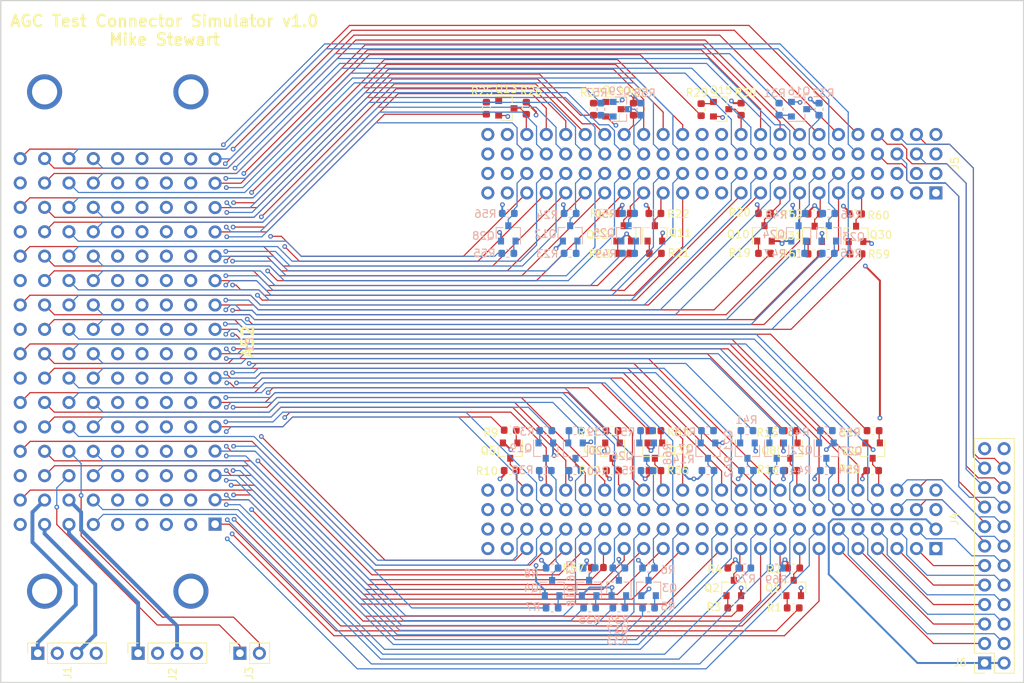
<source format=kicad_pcb>
(kicad_pcb (version 20171130) (host pcbnew 5.0.1)
  (layers (0 F.Cu signal) (1 In1.Cu signal) (2 In2.Cu signal) (31 B.Cu signal) (34 B.Paste user) (35 F.Paste user) (36 B.SilkS user) (37 F.SilkS user) (38 B.Mask user) (39 F.Mask user) (44 Edge.Cuts user))
  (net 0 "")
  (net 1 BPLSSW)
  (net 2 +4SW)
  (net 3 GND)
  (net 4 CTRL2)
  (net 5 CTRL1)
  (net 6 MTHI)
  (net 7 MTLO)
  (net 8 "Net-(J4-Pad3)")
  (net 9 "Net-(J5-Pad91)")
  (net 10 "Net-(J5-Pad89)")
  (net 11 "Net-(J5-Pad14)")
  (net 12 "Net-(J5-Pad13)")
  (net 13 "Net-(J5-Pad10)")
  (net 14 "Net-(J5-Pad9)")
  (net 15 "Net-(J5-Pad6)")
  (net 16 "Net-(J5-Pad5)")
  (net 17 "Net-(J5-Pad3)")
  (net 18 "Net-(J5-Pad2)")
  (net 19 "Net-(J5-Pad1)")
  (net 20 MDT01)
  (net 21 MDT02)
  (net 22 MDT03)
  (net 23 MDT04)
  (net 24 MDT05)
  (net 25 MDT06)
  (net 26 MDT07)
  (net 27 MDT08)
  (net 28 MDT09)
  (net 29 MDT10)
  (net 30 MDT11)
  (net 31 MDT12)
  (net 32 MDT13)
  (net 33 MDT14)
  (net 34 MDT15)
  (net 35 MDT16)
  (net 36 MWL01)
  (net 37 MWL02)
  (net 38 MWL03)
  (net 39 MWL04)
  (net 40 MWL05)
  (net 41 MWL06)
  (net 42 MWL07)
  (net 43 MWL08)
  (net 44 MWL09)
  (net 45 MWL10)
  (net 46 MWL11)
  (net 47 MWL12)
  (net 48 MWL13)
  (net 49 MWL14)
  (net 50 MWL15)
  (net 51 MWL16)
  (net 52 MT01)
  (net 53 MT02)
  (net 54 MT03)
  (net 55 MT04)
  (net 56 MT05)
  (net 57 MT06)
  (net 58 MT07)
  (net 59 MT08)
  (net 60 MT09)
  (net 61 MT10)
  (net 62 MT11)
  (net 63 MT12)
  (net 64 MRULOG)
  (net 65 MWFBG)
  (net 66 MWEBG)
  (net 67 MWBBEG)
  (net 68 MST1)
  (net 69 MST2)
  (net 70 MST3)
  (net 71 MTCSA_n)
  (net 72 MWSG)
  (net 73 MWZG)
  (net 74 MWYG)
  (net 75 MWQG)
  (net 76 MWBG)
  (net 77 MSQ10)
  (net 78 MSQ11)
  (net 79 MSQ12)
  (net 80 MSQ13)
  (net 81 MSQ14)
  (net 82 MSQEXT)
  (net 83 MSQ16)
  (net 84 MBR1)
  (net 85 MBR2)
  (net 86 MIIP)
  (net 87 MCTRAL_n)
  (net 88 MTCAL_n)
  (net 89 MRPTAL_n)
  (net 90 ALGA)
  (net 91 MPAL_n)
  (net 92 MSTPIT_n)
  (net 93 MGOJAM)
  (net 94 MINHL)
  (net 95 MINKL)
  (net 96 MWLG)
  (net 97 MONWT)
  (net 98 MRSC)
  (net 99 MRLG)
  (net 100 STRT1)
  (net 101 STRT2)
  (net 102 MNHSBF)
  (net 103 MNHNC)
  (net 104 MNHRPT)
  (net 105 MTCSAI)
  (net 106 MSTRT)
  (net 107 MSTP)
  (net 108 MSBSTP)
  (net 109 MRDCH)
  (net 110 MLDCH)
  (net 111 MGP_n)
  (net 112 MSP)
  (net 113 MRGG)
  (net 114 MWAG)
  (net 115 MRAG)
  (net 116 MWCH)
  (net 117 MRCH)
  (net 118 MONPAR)
  (net 119 MONWBK)
  (net 120 MWG)
  (net 121 MNISQ)
  (net 122 MREQIN)
  (net 123 MWATCH_n)
  (net 124 MLOAD)
  (net 125 MREAD)
  (net 126 MON800)
  (net 127 MPIPAL_n)
  (net 128 MSP803)
  (net 129 SIGNY)
  (net 130 MSP805)
  (net 131 MSP806)
  (net 132 MSP807)
  (net 133 MSCDBL_n)
  (net 134 NHALGA)
  (net 135 DOSCAL)
  (net 136 DBLTST)
  (net 137 MWARNF_n)
  (net 138 OUTCOM)
  (net 139 MSCAFL_n)
  (net 140 MOSCAL_n)
  (net 141 MVFAIL_n)
  (net 142 MSP902)
  (net 143 MSP904)
  (net 144 MAMU)
  (net 145 MSP908)
  (net 146 MSP910)
  (net 147 MSP912)
  (net 148 MSP914)
  (net 149 MSP916)
  (net 150 "Net-(Q1-Pad1)")
  (net 151 MDT01_n)
  (net 152 "Net-(Q2-Pad1)")
  (net 153 MDT02_n)
  (net 154 "Net-(Q3-Pad1)")
  (net 155 MDT03_n)
  (net 156 MDT04_n)
  (net 157 "Net-(Q4-Pad1)")
  (net 158 MDT05_n)
  (net 159 "Net-(Q5-Pad1)")
  (net 160 "Net-(Q6-Pad1)")
  (net 161 MDT06_n)
  (net 162 "Net-(Q7-Pad1)")
  (net 163 MDT07_n)
  (net 164 MDT08_n)
  (net 165 "Net-(Q8-Pad1)")
  (net 166 MDT09_n)
  (net 167 "Net-(Q9-Pad1)")
  (net 168 MDT10_n)
  (net 169 "Net-(Q10-Pad1)")
  (net 170 "Net-(Q11-Pad1)")
  (net 171 MDT11_n)
  (net 172 MDT12_n)
  (net 173 "Net-(Q12-Pad1)")
  (net 174 MDT13_n)
  (net 175 "Net-(Q13-Pad1)")
  (net 176 "Net-(Q14-Pad1)")
  (net 177 MDT14_n)
  (net 178 MDT15_n)
  (net 179 "Net-(Q15-Pad1)")
  (net 180 MDT16_n)
  (net 181 "Net-(Q16-Pad1)")
  (net 182 "Net-(Q17-Pad1)")
  (net 183 MNHSBF_n)
  (net 184 MNHNC_n)
  (net 185 "Net-(Q18-Pad1)")
  (net 186 "Net-(Q19-Pad1)")
  (net 187 MNHRPT_n)
  (net 188 MTCSAI_n)
  (net 189 "Net-(Q20-Pad1)")
  (net 190 "Net-(Q21-Pad1)")
  (net 191 MSTRT_n)
  (net 192 "Net-(Q22-Pad1)")
  (net 193 MSTP_n)
  (net 194 MSBSTP_n)
  (net 195 "Net-(Q23-Pad1)")
  (net 196 "Net-(Q24-Pad1)")
  (net 197 MRDCH_n)
  (net 198 "Net-(Q25-Pad1)")
  (net 199 MLDCH_n)
  (net 200 "Net-(Q26-Pad1)")
  (net 201 MONPAR_n)
  (net 202 MONWBK_n)
  (net 203 "Net-(Q27-Pad1)")
  (net 204 MLOAD_n)
  (net 205 "Net-(Q28-Pad1)")
  (net 206 MREAD_n)
  (net 207 "Net-(Q29-Pad1)")
  (net 208 "Net-(Q30-Pad1)")
  (net 209 NHALGA_n)
  (net 210 "Net-(Q31-Pad1)")
  (net 211 DOSCAL_n)
  (net 212 "Net-(Q32-Pad1)")
  (net 213 DBLTST_n)
  (net 214 MAMU_n)
  (net 215 "Net-(Q33-Pad1)")
  (net 216 +3V3_FPGA)
  (net 217 /StyxConnector/DBG_3V3)
  (net 218 /StyxConnector/DBG1)
  (net 219 /StyxConnector/DBG6)
  (net 220 /StyxConnector/DBG11)
  (net 221 /StyxConnector/DBG13)
  (net 222 /StyxConnector/DBG2)
  (net 223 /StyxConnector/DBG7)
  (net 224 /StyxConnector/DBG12)
  (net 225 /StyxConnector/DBG14)
  (net 226 /StyxConnector/DBG3)
  (net 227 /StyxConnector/DBG8)
  (net 228 /StyxConnector/DBG4)
  (net 229 /StyxConnector/DBG9)
  (net 230 /StyxConnector/DBG5)
  (net 231 /StyxConnector/DBG10)
  (net 232 /StyxConnector/DBG20)
  (net 233 /StyxConnector/DBG17)
  (net 234 /StyxConnector/DBG19)
  (net 235 /StyxConnector/DBG16)
  (net 236 /StyxConnector/DBG18)
  (net 237 /StyxConnector/DBG15)
  (module agc_monitor:PinHeader_4x24_P2.54mm_Vertical (layer B.Cu) (at 153.67 124.785 90)
    (fp_text reference J4 (at 0.0635 31.623 90) (layer F.SilkS))
    (fp_text value Styx_P4 hide)
    (pad 1 thru_hole rect (at -3.81 29.21 90) (size 1.7 1.7) (drill 1) (layers *.Cu *.Mask) (net 3 GND))
    (pad 2 thru_hole circle (at -1.27 29.21 90) (size 1.7 1.7) (drill 1) (layers *.Cu *.Mask) (net 217 /StyxConnector/DBG_3V3))
    (pad 3 thru_hole circle (at 1.27 29.21 90) (size 1.7 1.7) (drill 1) (layers *.Cu *.Mask) (net 8 "Net-(J4-Pad3)"))
    (pad 4 thru_hole circle (at 3.81 29.21 90) (size 1.7 1.7) (drill 1) (layers *.Cu *.Mask) (net 3 GND))
    (pad 5 thru_hole circle (at -3.81 26.67 90) (size 1.7 1.7) (drill 1) (layers *.Cu *.Mask) (net 229 /StyxConnector/DBG9))
    (pad 6 thru_hole circle (at -1.27 26.67 90) (size 1.7 1.7) (drill 1) (layers *.Cu *.Mask) (net 231 /StyxConnector/DBG10))
    (pad 7 thru_hole circle (at 1.27 26.67 90) (size 1.7 1.7) (drill 1) (layers *.Cu *.Mask) (net 220 /StyxConnector/DBG11))
    (pad 8 thru_hole circle (at 3.81 26.67 90) (size 1.7 1.7) (drill 1) (layers *.Cu *.Mask) (net 221 /StyxConnector/DBG13))
    (pad 9 thru_hole circle (at -3.81 24.13 90) (size 1.7 1.7) (drill 1) (layers *.Cu *.Mask) (net 223 /StyxConnector/DBG7))
    (pad 10 thru_hole circle (at -1.27 24.13 90) (size 1.7 1.7) (drill 1) (layers *.Cu *.Mask) (net 227 /StyxConnector/DBG8))
    (pad 11 thru_hole circle (at 1.27 24.13 90) (size 1.7 1.7) (drill 1) (layers *.Cu *.Mask) (net 224 /StyxConnector/DBG12))
    (pad 12 thru_hole circle (at 3.81 24.13 90) (size 1.7 1.7) (drill 1) (layers *.Cu *.Mask) (net 225 /StyxConnector/DBG14))
    (pad 13 thru_hole circle (at -3.81 21.59 90) (size 1.7 1.7) (drill 1) (layers *.Cu *.Mask) (net 230 /StyxConnector/DBG5))
    (pad 14 thru_hole circle (at -1.27 21.59 90) (size 1.7 1.7) (drill 1) (layers *.Cu *.Mask) (net 219 /StyxConnector/DBG6))
    (pad 15 thru_hole circle (at 1.27 21.59 90) (size 1.7 1.7) (drill 1) (layers *.Cu *.Mask) (net 92 MSTPIT_n))
    (pad 16 thru_hole circle (at 3.81 21.59 90) (size 1.7 1.7) (drill 1) (layers *.Cu *.Mask) (net 166 MDT09_n))
    (pad 17 thru_hole circle (at -3.81 19.05 90) (size 1.7 1.7) (drill 1) (layers *.Cu *.Mask) (net 226 /StyxConnector/DBG3))
    (pad 18 thru_hole circle (at -1.27 19.05 90) (size 1.7 1.7) (drill 1) (layers *.Cu *.Mask) (net 228 /StyxConnector/DBG4))
    (pad 19 thru_hole circle (at 1.27 19.05 90) (size 1.7 1.7) (drill 1) (layers *.Cu *.Mask) (net 120 MWG))
    (pad 20 thru_hole circle (at 3.81 19.05 90) (size 1.7 1.7) (drill 1) (layers *.Cu *.Mask) (net 60 MT09))
    (pad 21 thru_hole circle (at -3.81 16.51 90) (size 1.7 1.7) (drill 1) (layers *.Cu *.Mask) (net 218 /StyxConnector/DBG1))
    (pad 22 thru_hole circle (at -1.27 16.51 90) (size 1.7 1.7) (drill 1) (layers *.Cu *.Mask) (net 222 /StyxConnector/DBG2))
    (pad 23 thru_hole circle (at 1.27 16.51 90) (size 1.7 1.7) (drill 1) (layers *.Cu *.Mask) (net 202 MONWBK_n))
    (pad 24 thru_hole circle (at 3.81 16.51 90) (size 1.7 1.7) (drill 1) (layers *.Cu *.Mask) (net 145 MSP908))
    (pad 25 thru_hole circle (at -3.81 13.97 90) (size 1.7 1.7) (drill 1) (layers *.Cu *.Mask) (net 52 MT01))
    (pad 26 thru_hole circle (at -1.27 13.97 90) (size 1.7 1.7) (drill 1) (layers *.Cu *.Mask) (net 84 MBR1))
    (pad 27 thru_hole circle (at 1.27 13.97 90) (size 1.7 1.7) (drill 1) (layers *.Cu *.Mask) (net 91 MPAL_n))
    (pad 28 thru_hole circle (at 3.81 13.97 90) (size 1.7 1.7) (drill 1) (layers *.Cu *.Mask) (net 59 MT08))
    (pad 29 thru_hole circle (at -3.81 11.43 90) (size 1.7 1.7) (drill 1) (layers *.Cu *.Mask) (net 151 MDT01_n))
    (pad 30 thru_hole circle (at -1.27 11.43 90) (size 1.7 1.7) (drill 1) (layers *.Cu *.Mask) (net 68 MST1))
    (pad 31 thru_hole circle (at 1.27 11.43 90) (size 1.7 1.7) (drill 1) (layers *.Cu *.Mask) (net 75 MWQG))
    (pad 32 thru_hole circle (at 3.81 11.43 90) (size 1.7 1.7) (drill 1) (layers *.Cu *.Mask) (net 164 MDT08_n))
    (pad 33 thru_hole circle (at -3.81 8.89 90) (size 1.7 1.7) (drill 1) (layers *.Cu *.Mask) (net 36 MWL01))
    (pad 34 thru_hole circle (at -1.27 8.89 90) (size 1.7 1.7) (drill 1) (layers *.Cu *.Mask) (net 100 STRT1))
    (pad 35 thru_hole circle (at 1.27 8.89 90) (size 1.7 1.7) (drill 1) (layers *.Cu *.Mask) (net 193 MSTP_n))
    (pad 36 thru_hole circle (at 3.81 8.89 90) (size 1.7 1.7) (drill 1) (layers *.Cu *.Mask) (net 133 MSCDBL_n))
    (pad 37 thru_hole circle (at -3.81 6.35 90) (size 1.7 1.7) (drill 1) (layers *.Cu *.Mask) (net 37 MWL02))
    (pad 38 thru_hole circle (at -1.27 6.35 90) (size 1.7 1.7) (drill 1) (layers *.Cu *.Mask) (net 101 STRT2))
    (pad 39 thru_hole circle (at 1.27 6.35 90) (size 1.7 1.7) (drill 1) (layers *.Cu *.Mask) (net 191 MSTRT_n))
    (pad 40 thru_hole circle (at 3.81 6.35 90) (size 1.7 1.7) (drill 1) (layers *.Cu *.Mask) (net 43 MWL08))
    (pad 41 thru_hole circle (at -3.81 3.81 90) (size 1.7 1.7) (drill 1) (layers *.Cu *.Mask) (net 153 MDT02_n))
    (pad 42 thru_hole circle (at -1.27 3.81 90) (size 1.7 1.7) (drill 1) (layers *.Cu *.Mask) (net 69 MST2))
    (pad 43 thru_hole circle (at 1.27 3.81 90) (size 1.7 1.7) (drill 1) (layers *.Cu *.Mask) (net 74 MWYG))
    (pad 44 thru_hole circle (at 3.81 3.81 90) (size 1.7 1.7) (drill 1) (layers *.Cu *.Mask) (net 132 MSP807))
    (pad 45 thru_hole circle (at -3.81 1.27 90) (size 1.7 1.7) (drill 1) (layers *.Cu *.Mask) (net 53 MT02))
    (pad 46 thru_hole circle (at -1.27 1.27 90) (size 1.7 1.7) (drill 1) (layers *.Cu *.Mask) (net 85 MBR2))
    (pad 47 thru_hole circle (at 1.27 1.27 90) (size 1.7 1.7) (drill 1) (layers *.Cu *.Mask) (net 163 MDT07_n))
    (pad 48 thru_hole circle (at 3.81 1.27 90) (size 1.7 1.7) (drill 1) (layers *.Cu *.Mask) (net 42 MWL07))
    (pad 49 thru_hole circle (at -3.81 -1.27 90) (size 1.7 1.7) (drill 1) (layers *.Cu *.Mask) (net 3 GND))
    (pad 50 thru_hole circle (at -1.27 -1.27 90) (size 1.7 1.7) (drill 1) (layers *.Cu *.Mask) (net 3 GND))
    (pad 51 thru_hole circle (at 1.27 -1.27 90) (size 1.7 1.7) (drill 1) (layers *.Cu *.Mask) (net 3 GND))
    (pad 52 thru_hole circle (at 3.81 -1.27 90) (size 1.7 1.7) (drill 1) (layers *.Cu *.Mask) (net 3 GND))
    (pad 53 thru_hole circle (at -3.81 -3.81 90) (size 1.7 1.7) (drill 1) (layers *.Cu *.Mask) (net 142 MSP902))
    (pad 54 thru_hole circle (at -1.27 -3.81 90) (size 1.7 1.7) (drill 1) (layers *.Cu *.Mask) (net 86 MIIP))
    (pad 55 thru_hole circle (at 1.27 -3.81 90) (size 1.7 1.7) (drill 1) (layers *.Cu *.Mask) (net 90 ALGA))
    (pad 56 thru_hole circle (at 3.81 -3.81 90) (size 1.7 1.7) (drill 1) (layers *.Cu *.Mask) (net 58 MT07))
    (pad 57 thru_hole circle (at -3.81 -6.35 90) (size 1.7 1.7) (drill 1) (layers *.Cu *.Mask) (net 54 MT03))
    (pad 58 thru_hole circle (at -1.27 -6.35 90) (size 1.7 1.7) (drill 1) (layers *.Cu *.Mask) (net 155 MDT03_n))
    (pad 59 thru_hole circle (at 1.27 -6.35 90) (size 1.7 1.7) (drill 1) (layers *.Cu *.Mask) (net 201 MONPAR_n))
    (pad 60 thru_hole circle (at 3.81 -6.35 90) (size 1.7 1.7) (drill 1) (layers *.Cu *.Mask) (net 214 MAMU_n))
    (pad 61 thru_hole circle (at -3.81 -8.89 90) (size 1.7 1.7) (drill 1) (layers *.Cu *.Mask) (net 38 MWL03))
    (pad 62 thru_hole circle (at -1.27 -8.89 90) (size 1.7 1.7) (drill 1) (layers *.Cu *.Mask) (net 70 MST3))
    (pad 63 thru_hole circle (at 1.27 -8.89 90) (size 1.7 1.7) (drill 1) (layers *.Cu *.Mask) (net 117 MRCH))
    (pad 64 thru_hole circle (at 3.81 -8.89 90) (size 1.7 1.7) (drill 1) (layers *.Cu *.Mask) (net 57 MT06))
    (pad 65 thru_hole circle (at -3.81 -11.43 90) (size 1.7 1.7) (drill 1) (layers *.Cu *.Mask) (net 128 MSP803))
    (pad 66 thru_hole circle (at -1.27 -11.43 90) (size 1.7 1.7) (drill 1) (layers *.Cu *.Mask) (net 183 MNHSBF_n))
    (pad 67 thru_hole circle (at 1.27 -11.43 90) (size 1.7 1.7) (drill 1) (layers *.Cu *.Mask) (net 89 MRPTAL_n))
    (pad 68 thru_hole circle (at 3.81 -11.43 90) (size 1.7 1.7) (drill 1) (layers *.Cu *.Mask) (net 161 MDT06_n))
    (pad 69 thru_hole circle (at -3.81 -13.97 90) (size 1.7 1.7) (drill 1) (layers *.Cu *.Mask) (net 129 SIGNY))
    (pad 70 thru_hole circle (at -1.27 -13.97 90) (size 1.7 1.7) (drill 1) (layers *.Cu *.Mask) (net 184 MNHNC_n))
    (pad 71 thru_hole circle (at 1.27 -13.97 90) (size 1.7 1.7) (drill 1) (layers *.Cu *.Mask) (net 73 MWZG))
    (pad 72 thru_hole circle (at 3.81 -13.97 90) (size 1.7 1.7) (drill 1) (layers *.Cu *.Mask) (net 41 MWL06))
    (pad 73 thru_hole circle (at -3.81 -16.51 90) (size 1.7 1.7) (drill 1) (layers *.Cu *.Mask) (net 39 MWL04))
    (pad 74 thru_hole circle (at -1.27 -16.51 90) (size 1.7 1.7) (drill 1) (layers *.Cu *.Mask) (net 71 MTCSA_n))
    (pad 75 thru_hole circle (at 1.27 -16.51 90) (size 1.7 1.7) (drill 1) (layers *.Cu *.Mask) (net 188 MTCSAI_n))
    (pad 76 thru_hole circle (at 3.81 -16.51 90) (size 1.7 1.7) (drill 1) (layers *.Cu *.Mask) (net 131 MSP806))
    (pad 77 thru_hole circle (at -3.81 -19.05 90) (size 1.7 1.7) (drill 1) (layers *.Cu *.Mask) (net 55 MT04))
    (pad 78 thru_hole circle (at -1.27 -19.05 90) (size 1.7 1.7) (drill 1) (layers *.Cu *.Mask) (net 156 MDT04_n))
    (pad 79 thru_hole circle (at 1.27 -19.05 90) (size 1.7 1.7) (drill 1) (layers *.Cu *.Mask) (net 187 MNHRPT_n))
    (pad 80 thru_hole circle (at 3.81 -19.05 90) (size 1.7 1.7) (drill 1) (layers *.Cu *.Mask) (net 130 MSP805))
    (pad 81 thru_hole circle (at -3.81 -21.59 90) (size 1.7 1.7) (drill 1) (layers *.Cu *.Mask) (net 143 MSP904))
    (pad 82 thru_hole circle (at -1.27 -21.59 90) (size 1.7 1.7) (drill 1) (layers *.Cu *.Mask) (net 87 MCTRAL_n))
    (pad 83 thru_hole circle (at 1.27 -21.59 90) (size 1.7 1.7) (drill 1) (layers *.Cu *.Mask) (net 72 MWSG))
    (pad 84 thru_hole circle (at 3.81 -21.59 90) (size 1.7 1.7) (drill 1) (layers *.Cu *.Mask) (net 40 MWL05))
    (pad 85 thru_hole circle (at -3.81 -24.13 90) (size 1.7 1.7) (drill 1) (layers *.Cu *.Mask) (net 56 MT05))
    (pad 86 thru_hole circle (at -1.27 -24.13 90) (size 1.7 1.7) (drill 1) (layers *.Cu *.Mask) (net 116 MWCH))
    (pad 87 thru_hole circle (at 1.27 -24.13 90) (size 1.7 1.7) (drill 1) (layers *.Cu *.Mask) (net 88 MTCAL_n))
    (pad 88 thru_hole circle (at 3.81 -24.13 90) (size 1.7 1.7) (drill 1) (layers *.Cu *.Mask) (net 158 MDT05_n))
    (pad 89 thru_hole circle (at -3.81 -26.67 90) (size 1.7 1.7) (drill 1) (layers *.Cu *.Mask) (net 3 GND))
    (pad 90 thru_hole circle (at -1.27 -26.67 90) (size 1.7 1.7) (drill 1) (layers *.Cu *.Mask) (net 3 GND))
    (pad 91 thru_hole circle (at 1.27 -26.67 90) (size 1.7 1.7) (drill 1) (layers *.Cu *.Mask) (net 3 GND))
    (pad 92 thru_hole circle (at 3.81 -26.67 90) (size 1.7 1.7) (drill 1) (layers *.Cu *.Mask) (net 3 GND))
    (pad 93 thru_hole circle (at -3.81 -29.21 90) (size 1.7 1.7) (drill 1) (layers *.Cu *.Mask) (net 216 +3V3_FPGA))
    (pad 94 thru_hole circle (at -1.27 -29.21 90) (size 1.7 1.7) (drill 1) (layers *.Cu *.Mask) (net 216 +3V3_FPGA))
    (pad 95 thru_hole circle (at 1.27 -29.21 90) (size 1.7 1.7) (drill 1) (layers *.Cu *.Mask) (net 216 +3V3_FPGA))
    (pad 96 thru_hole circle (at 3.81 -29.21 90) (size 1.7 1.7) (drill 1) (layers *.Cu *.Mask) (net 216 +3V3_FPGA))
  )
  (module Connector_PinSocket_2.54mm:PinSocket_1x04_P2.54mm_Vertical (layer F.Cu) (at 65.786 142.24 90)
    (fp_text reference J1 (at -2.54 3.8735 90) (layer F.SilkS))
    (fp_text value Conn_01x04 hide)
    (pad 1 thru_hole rect (at 0 0 90) (size 1.7 1.7) (drill 1) (layers *.Cu *.Mask) (net 2 +4SW))
    (pad 2 thru_hole oval (at 0 2.54 90) (size 1.7 1.7) (drill 1) (layers *.Cu *.Mask) (net 3 GND))
    (pad 3 thru_hole oval (at 0 5.08 90) (size 1.7 1.7) (drill 1) (layers *.Cu *.Mask) (net 1 BPLSSW))
    (pad 4 thru_hole oval (at 0 7.62 90) (size 1.7 1.7) (drill 1) (layers *.Cu *.Mask) (net 3 GND))
  )
  (module Connector_PinSocket_2.54mm:PinSocket_1x04_P2.54mm_Vertical (layer F.Cu) (at 78.867 142.24 90)
    (fp_text reference J2 (at -2.7305 4.5085 90) (layer F.SilkS))
    (fp_text value Conn_01x04 hide)
    (pad 4 thru_hole oval (at 0 7.62 90) (size 1.7 1.7) (drill 1) (layers *.Cu *.Mask) (net 3 GND))
    (pad 3 thru_hole oval (at 0 5.08 90) (size 1.7 1.7) (drill 1) (layers *.Cu *.Mask) (net 4 CTRL2))
    (pad 2 thru_hole oval (at 0 2.54 90) (size 1.7 1.7) (drill 1) (layers *.Cu *.Mask) (net 3 GND))
    (pad 1 thru_hole rect (at 0 0 90) (size 1.7 1.7) (drill 1) (layers *.Cu *.Mask) (net 5 CTRL1))
  )
  (module Connector_PinSocket_2.54mm:PinSocket_1x02_P2.54mm_Vertical (layer F.Cu) (at 92.1385 142.24 90)
    (fp_text reference J3 (at -2.6035 1.2065 90) (layer F.SilkS))
    (fp_text value Conn_01x02 hide)
    (pad 1 thru_hole rect (at 0 0 90) (size 1.7 1.7) (drill 1) (layers *.Cu *.Mask) (net 6 MTHI))
    (pad 2 thru_hole oval (at 0 2.54 90) (size 1.7 1.7) (drill 1) (layers *.Cu *.Mask) (net 7 MTLO))
  )
  (module agc_monitor:PinHeader_4x24_P2.54mm_Vertical (layer B.Cu) (at 153.67 78.415 90)
    (fp_text reference J5 (at 0.0635 31.6865 90) (layer F.SilkS))
    (fp_text value Styx_P5 hide)
    (pad 96 thru_hole circle (at 3.81 -29.21 90) (size 1.7 1.7) (drill 1) (layers *.Cu *.Mask) (net 3 GND))
    (pad 95 thru_hole circle (at 1.27 -29.21 90) (size 1.7 1.7) (drill 1) (layers *.Cu *.Mask) (net 3 GND))
    (pad 94 thru_hole circle (at -1.27 -29.21 90) (size 1.7 1.7) (drill 1) (layers *.Cu *.Mask) (net 3 GND))
    (pad 93 thru_hole circle (at -3.81 -29.21 90) (size 1.7 1.7) (drill 1) (layers *.Cu *.Mask) (net 3 GND))
    (pad 92 thru_hole circle (at 3.81 -26.67 90) (size 1.7 1.7) (drill 1) (layers *.Cu *.Mask) (net 216 +3V3_FPGA))
    (pad 91 thru_hole circle (at 1.27 -26.67 90) (size 1.7 1.7) (drill 1) (layers *.Cu *.Mask) (net 9 "Net-(J5-Pad91)"))
    (pad 90 thru_hole circle (at -1.27 -26.67 90) (size 1.7 1.7) (drill 1) (layers *.Cu *.Mask) (net 216 +3V3_FPGA))
    (pad 89 thru_hole circle (at -3.81 -26.67 90) (size 1.7 1.7) (drill 1) (layers *.Cu *.Mask) (net 10 "Net-(J5-Pad89)"))
    (pad 88 thru_hole circle (at 3.81 -24.13 90) (size 1.7 1.7) (drill 1) (layers *.Cu *.Mask) (net 174 MDT13_n))
    (pad 87 thru_hole circle (at 1.27 -24.13 90) (size 1.7 1.7) (drill 1) (layers *.Cu *.Mask) (net 96 MWLG))
    (pad 86 thru_hole circle (at -1.27 -24.13 90) (size 1.7 1.7) (drill 1) (layers *.Cu *.Mask) (net 204 MLOAD_n))
    (pad 85 thru_hole circle (at -3.81 -24.13 90) (size 1.7 1.7) (drill 1) (layers *.Cu *.Mask) (net 64 MRULOG))
    (pad 84 thru_hole circle (at 3.81 -21.59 90) (size 1.7 1.7) (drill 1) (layers *.Cu *.Mask) (net 48 MWL13))
    (pad 83 thru_hole circle (at 1.27 -21.59 90) (size 1.7 1.7) (drill 1) (layers *.Cu *.Mask) (net 80 MSQ13))
    (pad 82 thru_hole circle (at -1.27 -21.59 90) (size 1.7 1.7) (drill 1) (layers *.Cu *.Mask) (net 123 MWATCH_n))
    (pad 81 thru_hole circle (at -3.81 -21.59 90) (size 1.7 1.7) (drill 1) (layers *.Cu *.Mask) (net 63 MT12))
    (pad 80 thru_hole circle (at 3.81 -19.05 90) (size 1.7 1.7) (drill 1) (layers *.Cu *.Mask) (net 138 OUTCOM))
    (pad 79 thru_hole circle (at 1.27 -19.05 90) (size 1.7 1.7) (drill 1) (layers *.Cu *.Mask) (net 112 MSP))
    (pad 78 thru_hole circle (at -1.27 -19.05 90) (size 1.7 1.7) (drill 1) (layers *.Cu *.Mask) (net 95 MINKL))
    (pad 77 thru_hole circle (at -3.81 -19.05 90) (size 1.7 1.7) (drill 1) (layers *.Cu *.Mask) (net 147 MSP912))
    (pad 76 thru_hole circle (at 3.81 -16.51 90) (size 1.7 1.7) (drill 1) (layers *.Cu *.Mask) (net 49 MWL14))
    (pad 75 thru_hole circle (at 1.27 -16.51 90) (size 1.7 1.7) (drill 1) (layers *.Cu *.Mask) (net 113 MRGG))
    (pad 74 thru_hole circle (at -1.27 -16.51 90) (size 1.7 1.7) (drill 1) (layers *.Cu *.Mask) (net 172 MDT12_n))
    (pad 73 thru_hole circle (at -3.81 -16.51 90) (size 1.7 1.7) (drill 1) (layers *.Cu *.Mask) (net 47 MWL12))
    (pad 72 thru_hole circle (at 3.81 -13.97 90) (size 1.7 1.7) (drill 1) (layers *.Cu *.Mask) (net 139 MSCAFL_n))
    (pad 71 thru_hole circle (at 1.27 -13.97 90) (size 1.7 1.7) (drill 1) (layers *.Cu *.Mask) (net 81 MSQ14))
    (pad 70 thru_hole circle (at -1.27 -13.97 90) (size 1.7 1.7) (drill 1) (layers *.Cu *.Mask) (net 79 MSQ12))
    (pad 69 thru_hole circle (at -3.81 -13.97 90) (size 1.7 1.7) (drill 1) (layers *.Cu *.Mask) (net 137 MWARNF_n))
    (pad 68 thru_hole circle (at 3.81 -11.43 90) (size 1.7 1.7) (drill 1) (layers *.Cu *.Mask) (net 177 MDT14_n))
    (pad 67 thru_hole circle (at 1.27 -11.43 90) (size 1.7 1.7) (drill 1) (layers *.Cu *.Mask) (net 97 MONWT))
    (pad 66 thru_hole circle (at -1.27 -11.43 90) (size 1.7 1.7) (drill 1) (layers *.Cu *.Mask) (net 111 MGP_n))
    (pad 65 thru_hole circle (at -3.81 -11.43 90) (size 1.7 1.7) (drill 1) (layers *.Cu *.Mask) (net 46 MWL11))
    (pad 64 thru_hole circle (at 3.81 -8.89 90) (size 1.7 1.7) (drill 1) (layers *.Cu *.Mask) (net 65 MWFBG))
    (pad 63 thru_hole circle (at 1.27 -8.89 90) (size 1.7 1.7) (drill 1) (layers *.Cu *.Mask) (net 206 MREAD_n))
    (pad 62 thru_hole circle (at -1.27 -8.89 90) (size 1.7 1.7) (drill 1) (layers *.Cu *.Mask) (net 199 MLDCH_n))
    (pad 61 thru_hole circle (at -3.81 -8.89 90) (size 1.7 1.7) (drill 1) (layers *.Cu *.Mask) (net 213 DBLTST_n))
    (pad 60 thru_hole circle (at 3.81 -6.35 90) (size 1.7 1.7) (drill 1) (layers *.Cu *.Mask) (net 148 MSP914))
    (pad 59 thru_hole circle (at 1.27 -6.35 90) (size 1.7 1.7) (drill 1) (layers *.Cu *.Mask) (net 126 MON800))
    (pad 58 thru_hole circle (at -1.27 -6.35 90) (size 1.7 1.7) (drill 1) (layers *.Cu *.Mask) (net 78 MSQ11))
    (pad 57 thru_hole circle (at -3.81 -6.35 90) (size 1.7 1.7) (drill 1) (layers *.Cu *.Mask) (net 171 MDT11_n))
    (pad 56 thru_hole circle (at 3.81 -3.81 90) (size 1.7 1.7) (drill 1) (layers *.Cu *.Mask) (net 66 MWEBG))
    (pad 55 thru_hole circle (at 1.27 -3.81 90) (size 1.7 1.7) (drill 1) (layers *.Cu *.Mask) (net 98 MRSC))
    (pad 54 thru_hole circle (at -1.27 -3.81 90) (size 1.7 1.7) (drill 1) (layers *.Cu *.Mask) (net 94 MINHL))
    (pad 53 thru_hole circle (at -3.81 -3.81 90) (size 1.7 1.7) (drill 1) (layers *.Cu *.Mask) (net 62 MT11))
    (pad 52 thru_hole circle (at 3.81 -1.27 90) (size 1.7 1.7) (drill 1) (layers *.Cu *.Mask) (net 3 GND))
    (pad 51 thru_hole circle (at 1.27 -1.27 90) (size 1.7 1.7) (drill 1) (layers *.Cu *.Mask) (net 3 GND))
    (pad 50 thru_hole circle (at -1.27 -1.27 90) (size 1.7 1.7) (drill 1) (layers *.Cu *.Mask) (net 3 GND))
    (pad 49 thru_hole circle (at -3.81 -1.27 90) (size 1.7 1.7) (drill 1) (layers *.Cu *.Mask) (net 3 GND))
    (pad 48 thru_hole circle (at 3.81 1.27 90) (size 1.7 1.7) (drill 1) (layers *.Cu *.Mask) (net 3 GND))
    (pad 47 thru_hole circle (at 1.27 1.27 90) (size 1.7 1.7) (drill 1) (layers *.Cu *.Mask) (net 3 GND))
    (pad 46 thru_hole circle (at -1.27 1.27 90) (size 1.7 1.7) (drill 1) (layers *.Cu *.Mask) (net 3 GND))
    (pad 45 thru_hole circle (at -3.81 1.27 90) (size 1.7 1.7) (drill 1) (layers *.Cu *.Mask) (net 3 GND))
    (pad 44 thru_hole circle (at 3.81 3.81 90) (size 1.7 1.7) (drill 1) (layers *.Cu *.Mask) (net 178 MDT15_n))
    (pad 43 thru_hole circle (at 1.27 3.81 90) (size 1.7 1.7) (drill 1) (layers *.Cu *.Mask) (net 82 MSQEXT))
    (pad 42 thru_hole circle (at -1.27 3.81 90) (size 1.7 1.7) (drill 1) (layers *.Cu *.Mask) (net 122 MREQIN))
    (pad 41 thru_hole circle (at -3.81 3.81 90) (size 1.7 1.7) (drill 1) (layers *.Cu *.Mask) (net 61 MT10))
    (pad 40 thru_hole circle (at 3.81 6.35 90) (size 1.7 1.7) (drill 1) (layers *.Cu *.Mask) (net 50 MWL15))
    (pad 39 thru_hole circle (at 1.27 6.35 90) (size 1.7 1.7) (drill 1) (layers *.Cu *.Mask) (net 114 MWAG))
    (pad 38 thru_hole circle (at -1.27 6.35 90) (size 1.7 1.7) (drill 1) (layers *.Cu *.Mask) (net 121 MNISQ))
    (pad 37 thru_hole circle (at -3.81 6.35 90) (size 1.7 1.7) (drill 1) (layers *.Cu *.Mask) (net 146 MSP910))
    (pad 36 thru_hole circle (at 3.81 8.89 90) (size 1.7 1.7) (drill 1) (layers *.Cu *.Mask) (net 140 MOSCAL_n))
    (pad 35 thru_hole circle (at 1.27 8.89 90) (size 1.7 1.7) (drill 1) (layers *.Cu *.Mask) (net 83 MSQ16))
    (pad 34 thru_hole circle (at -1.27 8.89 90) (size 1.7 1.7) (drill 1) (layers *.Cu *.Mask) (net 93 MGOJAM))
    (pad 33 thru_hole circle (at -3.81 8.89 90) (size 1.7 1.7) (drill 1) (layers *.Cu *.Mask) (net 168 MDT10_n))
    (pad 32 thru_hole circle (at 3.81 11.43 90) (size 1.7 1.7) (drill 1) (layers *.Cu *.Mask) (net 141 MVFAIL_n))
    (pad 31 thru_hole circle (at 1.27 11.43 90) (size 1.7 1.7) (drill 1) (layers *.Cu *.Mask) (net 115 MRAG))
    (pad 30 thru_hole circle (at -1.27 11.43 90) (size 1.7 1.7) (drill 1) (layers *.Cu *.Mask) (net 77 MSQ10))
    (pad 29 thru_hole circle (at -3.81 11.43 90) (size 1.7 1.7) (drill 1) (layers *.Cu *.Mask) (net 45 MWL10))
    (pad 28 thru_hole circle (at 3.81 13.97 90) (size 1.7 1.7) (drill 1) (layers *.Cu *.Mask) (net 51 MWL16))
    (pad 27 thru_hole circle (at 1.27 13.97 90) (size 1.7 1.7) (drill 1) (layers *.Cu *.Mask) (net 180 MDT16_n))
    (pad 26 thru_hole circle (at -1.27 13.97 90) (size 1.7 1.7) (drill 1) (layers *.Cu *.Mask) (net 197 MRDCH_n))
    (pad 25 thru_hole circle (at -3.81 13.97 90) (size 1.7 1.7) (drill 1) (layers *.Cu *.Mask) (net 211 DOSCAL_n))
    (pad 24 thru_hole circle (at 3.81 16.51 90) (size 1.7 1.7) (drill 1) (layers *.Cu *.Mask) (net 67 MWBBEG))
    (pad 23 thru_hole circle (at 1.27 16.51 90) (size 1.7 1.7) (drill 1) (layers *.Cu *.Mask) (net 127 MPIPAL_n))
    (pad 22 thru_hole circle (at -1.27 16.51 90) (size 1.7 1.7) (drill 1) (layers *.Cu *.Mask) (net 194 MSBSTP_n))
    (pad 21 thru_hole circle (at -3.81 16.51 90) (size 1.7 1.7) (drill 1) (layers *.Cu *.Mask) (net 44 MWL09))
    (pad 20 thru_hole circle (at 3.81 19.05 90) (size 1.7 1.7) (drill 1) (layers *.Cu *.Mask) (net 149 MSP916))
    (pad 19 thru_hole circle (at 1.27 19.05 90) (size 1.7 1.7) (drill 1) (layers *.Cu *.Mask) (net 99 MRLG))
    (pad 18 thru_hole circle (at -1.27 19.05 90) (size 1.7 1.7) (drill 1) (layers *.Cu *.Mask) (net 76 MWBG))
    (pad 17 thru_hole circle (at -3.81 19.05 90) (size 1.7 1.7) (drill 1) (layers *.Cu *.Mask) (net 209 NHALGA_n))
    (pad 16 thru_hole circle (at 3.81 21.59 90) (size 1.7 1.7) (drill 1) (layers *.Cu *.Mask) (net 236 /StyxConnector/DBG18))
    (pad 15 thru_hole circle (at 1.27 21.59 90) (size 1.7 1.7) (drill 1) (layers *.Cu *.Mask) (net 237 /StyxConnector/DBG15))
    (pad 14 thru_hole circle (at -1.27 21.59 90) (size 1.7 1.7) (drill 1) (layers *.Cu *.Mask) (net 11 "Net-(J5-Pad14)"))
    (pad 13 thru_hole circle (at -3.81 21.59 90) (size 1.7 1.7) (drill 1) (layers *.Cu *.Mask) (net 12 "Net-(J5-Pad13)"))
    (pad 12 thru_hole circle (at 3.81 24.13 90) (size 1.7 1.7) (drill 1) (layers *.Cu *.Mask) (net 234 /StyxConnector/DBG19))
    (pad 11 thru_hole circle (at 1.27 24.13 90) (size 1.7 1.7) (drill 1) (layers *.Cu *.Mask) (net 235 /StyxConnector/DBG16))
    (pad 10 thru_hole circle (at -1.27 24.13 90) (size 1.7 1.7) (drill 1) (layers *.Cu *.Mask) (net 13 "Net-(J5-Pad10)"))
    (pad 9 thru_hole circle (at -3.81 24.13 90) (size 1.7 1.7) (drill 1) (layers *.Cu *.Mask) (net 14 "Net-(J5-Pad9)"))
    (pad 8 thru_hole circle (at 3.81 26.67 90) (size 1.7 1.7) (drill 1) (layers *.Cu *.Mask) (net 232 /StyxConnector/DBG20))
    (pad 7 thru_hole circle (at 1.27 26.67 90) (size 1.7 1.7) (drill 1) (layers *.Cu *.Mask) (net 233 /StyxConnector/DBG17))
    (pad 6 thru_hole circle (at -1.27 26.67 90) (size 1.7 1.7) (drill 1) (layers *.Cu *.Mask) (net 15 "Net-(J5-Pad6)"))
    (pad 5 thru_hole circle (at -3.81 26.67 90) (size 1.7 1.7) (drill 1) (layers *.Cu *.Mask) (net 16 "Net-(J5-Pad5)"))
    (pad 4 thru_hole circle (at 3.81 29.21 90) (size 1.7 1.7) (drill 1) (layers *.Cu *.Mask) (net 3 GND))
    (pad 3 thru_hole circle (at 1.27 29.21 90) (size 1.7 1.7) (drill 1) (layers *.Cu *.Mask) (net 17 "Net-(J5-Pad3)"))
    (pad 2 thru_hole circle (at -1.27 29.21 90) (size 1.7 1.7) (drill 1) (layers *.Cu *.Mask) (net 18 "Net-(J5-Pad2)"))
    (pad 1 thru_hole rect (at -3.81 29.21 90) (size 1.7 1.7) (drill 1) (layers *.Cu *.Mask) (net 19 "Net-(J5-Pad1)"))
  )
  (module agc_monitor:test_connector (layer F.Cu) (at 76.2 101.6 270)
    (fp_text reference P1 (at 0.381 -17.2085 270) (layer B.SilkS) (effects (justify mirror)))
    (fp_text value test_connector hide)
    (pad 101 thru_hole rect (at 23.8125 -12.7 270) (size 1.7 1.7) (drill 1) (layers *.Cu *.Mask) (net 20 MDT01))
    (pad 102 thru_hole circle (at 20.6375 -12.7 270) (size 1.7 1.7) (drill 1) (layers *.Cu *.Mask) (net 21 MDT02))
    (pad 103 thru_hole circle (at 17.4625 -12.7 270) (size 1.7 1.7) (drill 1) (layers *.Cu *.Mask) (net 22 MDT03))
    (pad 104 thru_hole circle (at 14.2875 -12.7 270) (size 1.7 1.7) (drill 1) (layers *.Cu *.Mask) (net 23 MDT04))
    (pad 105 thru_hole circle (at 11.1125 -12.7 270) (size 1.7 1.7) (drill 1) (layers *.Cu *.Mask) (net 24 MDT05))
    (pad 106 thru_hole circle (at 7.9375 -12.7 270) (size 1.7 1.7) (drill 1) (layers *.Cu *.Mask) (net 25 MDT06))
    (pad 107 thru_hole circle (at 4.7625 -12.7 270) (size 1.7 1.7) (drill 1) (layers *.Cu *.Mask) (net 26 MDT07))
    (pad 108 thru_hole circle (at 1.5875 -12.7 270) (size 1.7 1.7) (drill 1) (layers *.Cu *.Mask) (net 27 MDT08))
    (pad 109 thru_hole circle (at -1.5875 -12.7 270) (size 1.7 1.7) (drill 1) (layers *.Cu *.Mask) (net 28 MDT09))
    (pad 110 thru_hole circle (at -4.7625 -12.7 270) (size 1.7 1.7) (drill 1) (layers *.Cu *.Mask) (net 29 MDT10))
    (pad 111 thru_hole circle (at -7.9375 -12.7 270) (size 1.7 1.7) (drill 1) (layers *.Cu *.Mask) (net 30 MDT11))
    (pad 112 thru_hole circle (at -11.1125 -12.7 270) (size 1.7 1.7) (drill 1) (layers *.Cu *.Mask) (net 31 MDT12))
    (pad 113 thru_hole circle (at -14.2875 -12.7 270) (size 1.7 1.7) (drill 1) (layers *.Cu *.Mask) (net 32 MDT13))
    (pad 114 thru_hole circle (at -17.4625 -12.7 270) (size 1.7 1.7) (drill 1) (layers *.Cu *.Mask) (net 33 MDT14))
    (pad 115 thru_hole circle (at -20.6375 -12.7 270) (size 1.7 1.7) (drill 1) (layers *.Cu *.Mask) (net 34 MDT15))
    (pad 116 thru_hole circle (at -23.8125 -12.7 270) (size 1.7 1.7) (drill 1) (layers *.Cu *.Mask) (net 35 MDT16))
    (pad 201 thru_hole circle (at 23.8506 -9.525 270) (size 1.7 1.7) (drill 1) (layers *.Cu *.Mask) (net 36 MWL01))
    (pad 202 thru_hole circle (at 20.67052 -9.525 270) (size 1.7 1.7) (drill 1) (layers *.Cu *.Mask) (net 37 MWL02))
    (pad 203 thru_hole circle (at 17.49044 -9.525 270) (size 1.7 1.7) (drill 1) (layers *.Cu *.Mask) (net 38 MWL03))
    (pad 204 thru_hole circle (at 14.31036 -9.525 270) (size 1.7 1.7) (drill 1) (layers *.Cu *.Mask) (net 39 MWL04))
    (pad 205 thru_hole circle (at 11.13028 -9.525 270) (size 1.7 1.7) (drill 1) (layers *.Cu *.Mask) (net 40 MWL05))
    (pad 206 thru_hole circle (at 7.9502 -9.525 270) (size 1.7 1.7) (drill 1) (layers *.Cu *.Mask) (net 41 MWL06))
    (pad 207 thru_hole circle (at 4.77012 -9.525 270) (size 1.7 1.7) (drill 1) (layers *.Cu *.Mask) (net 42 MWL07))
    (pad 208 thru_hole circle (at 1.59004 -9.525 270) (size 1.7 1.7) (drill 1) (layers *.Cu *.Mask) (net 43 MWL08))
    (pad 209 thru_hole circle (at -1.59004 -9.525 270) (size 1.7 1.7) (drill 1) (layers *.Cu *.Mask) (net 44 MWL09))
    (pad 210 thru_hole circle (at -4.77012 -9.525 270) (size 1.7 1.7) (drill 1) (layers *.Cu *.Mask) (net 45 MWL10))
    (pad 211 thru_hole circle (at -7.9502 -9.525 270) (size 1.7 1.7) (drill 1) (layers *.Cu *.Mask) (net 46 MWL11))
    (pad 212 thru_hole circle (at -11.13028 -9.525 270) (size 1.7 1.7) (drill 1) (layers *.Cu *.Mask) (net 47 MWL12))
    (pad 213 thru_hole circle (at -14.31036 -9.525 270) (size 1.7 1.7) (drill 1) (layers *.Cu *.Mask) (net 48 MWL13))
    (pad 214 thru_hole circle (at -17.49044 -9.525 270) (size 1.7 1.7) (drill 1) (layers *.Cu *.Mask) (net 49 MWL14))
    (pad 215 thru_hole circle (at -20.67052 -9.525 270) (size 1.7 1.7) (drill 1) (layers *.Cu *.Mask) (net 50 MWL15))
    (pad 216 thru_hole circle (at -23.8125 -9.525 270) (size 1.7 1.7) (drill 1) (layers *.Cu *.Mask) (net 51 MWL16))
    (pad 301 thru_hole circle (at 23.8506 -6.35 270) (size 1.7 1.7) (drill 1) (layers *.Cu *.Mask) (net 52 MT01))
    (pad 302 thru_hole circle (at 20.67052 -6.35 270) (size 1.7 1.7) (drill 1) (layers *.Cu *.Mask) (net 53 MT02))
    (pad 303 thru_hole circle (at 17.49044 -6.35 270) (size 1.7 1.7) (drill 1) (layers *.Cu *.Mask) (net 54 MT03))
    (pad 304 thru_hole circle (at 14.31036 -6.35 270) (size 1.7 1.7) (drill 1) (layers *.Cu *.Mask) (net 55 MT04))
    (pad 305 thru_hole circle (at 11.13028 -6.35 270) (size 1.7 1.7) (drill 1) (layers *.Cu *.Mask) (net 56 MT05))
    (pad 306 thru_hole circle (at 7.9502 -6.35 270) (size 1.7 1.7) (drill 1) (layers *.Cu *.Mask) (net 57 MT06))
    (pad 307 thru_hole circle (at 4.77012 -6.35 270) (size 1.7 1.7) (drill 1) (layers *.Cu *.Mask) (net 58 MT07))
    (pad 308 thru_hole circle (at 1.59004 -6.35 270) (size 1.7 1.7) (drill 1) (layers *.Cu *.Mask) (net 59 MT08))
    (pad 309 thru_hole circle (at -1.59004 -6.35 270) (size 1.7 1.7) (drill 1) (layers *.Cu *.Mask) (net 60 MT09))
    (pad 310 thru_hole circle (at -4.77012 -6.35 270) (size 1.7 1.7) (drill 1) (layers *.Cu *.Mask) (net 61 MT10))
    (pad 311 thru_hole circle (at -7.9502 -6.35 270) (size 1.7 1.7) (drill 1) (layers *.Cu *.Mask) (net 62 MT11))
    (pad 312 thru_hole circle (at -11.13028 -6.35 270) (size 1.7 1.7) (drill 1) (layers *.Cu *.Mask) (net 63 MT12))
    (pad 313 thru_hole circle (at -14.31036 -6.35 270) (size 1.7 1.7) (drill 1) (layers *.Cu *.Mask) (net 64 MRULOG))
    (pad 314 thru_hole circle (at -17.49044 -6.35 270) (size 1.7 1.7) (drill 1) (layers *.Cu *.Mask) (net 65 MWFBG))
    (pad 315 thru_hole circle (at -20.67052 -6.35 270) (size 1.7 1.7) (drill 1) (layers *.Cu *.Mask) (net 66 MWEBG))
    (pad 316 thru_hole circle (at -23.8506 -6.35 270) (size 1.7 1.7) (drill 1) (layers *.Cu *.Mask) (net 67 MWBBEG))
    (pad 401 thru_hole circle (at 23.8506 -3.175 270) (size 1.7 1.7) (drill 1) (layers *.Cu *.Mask) (net 68 MST1))
    (pad 402 thru_hole circle (at 20.67052 -3.175 270) (size 1.7 1.7) (drill 1) (layers *.Cu *.Mask) (net 69 MST2))
    (pad 403 thru_hole circle (at 17.49044 -3.175 270) (size 1.7 1.7) (drill 1) (layers *.Cu *.Mask) (net 70 MST3))
    (pad 404 thru_hole circle (at 14.31036 -3.175 270) (size 1.7 1.7) (drill 1) (layers *.Cu *.Mask) (net 71 MTCSA_n))
    (pad 405 thru_hole circle (at 11.13028 -3.175 270) (size 1.7 1.7) (drill 1) (layers *.Cu *.Mask) (net 72 MWSG))
    (pad 406 thru_hole circle (at 7.9502 -3.175 270) (size 1.7 1.7) (drill 1) (layers *.Cu *.Mask) (net 73 MWZG))
    (pad 407 thru_hole circle (at 4.77012 -3.175 270) (size 1.7 1.7) (drill 1) (layers *.Cu *.Mask) (net 74 MWYG))
    (pad 408 thru_hole circle (at 1.59004 -3.175 270) (size 1.7 1.7) (drill 1) (layers *.Cu *.Mask) (net 75 MWQG))
    (pad 409 thru_hole circle (at -1.59004 -3.175 270) (size 1.7 1.7) (drill 1) (layers *.Cu *.Mask) (net 76 MWBG))
    (pad 410 thru_hole circle (at -4.77012 -3.175 270) (size 1.7 1.7) (drill 1) (layers *.Cu *.Mask) (net 77 MSQ10))
    (pad 411 thru_hole circle (at -7.9502 -3.175 270) (size 1.7 1.7) (drill 1) (layers *.Cu *.Mask) (net 78 MSQ11))
    (pad 412 thru_hole circle (at -11.13028 -3.175 270) (size 1.7 1.7) (drill 1) (layers *.Cu *.Mask) (net 79 MSQ12))
    (pad 413 thru_hole circle (at -14.31036 -3.175 270) (size 1.7 1.7) (drill 1) (layers *.Cu *.Mask) (net 80 MSQ13))
    (pad 414 thru_hole circle (at -17.49044 -3.175 270) (size 1.7 1.7) (drill 1) (layers *.Cu *.Mask) (net 81 MSQ14))
    (pad 415 thru_hole circle (at -20.67052 -3.175 270) (size 1.7 1.7) (drill 1) (layers *.Cu *.Mask) (net 82 MSQEXT))
    (pad 416 thru_hole circle (at -23.8506 -3.175 270) (size 1.7 1.7) (drill 1) (layers *.Cu *.Mask) (net 83 MSQ16))
    (pad 501 thru_hole circle (at 23.8506 0 270) (size 1.7 1.7) (drill 1) (layers *.Cu *.Mask) (net 84 MBR1))
    (pad 502 thru_hole circle (at 20.67052 0 270) (size 1.7 1.7) (drill 1) (layers *.Cu *.Mask) (net 85 MBR2))
    (pad 503 thru_hole circle (at 17.49044 0 270) (size 1.7 1.7) (drill 1) (layers *.Cu *.Mask) (net 86 MIIP))
    (pad 504 thru_hole circle (at 14.31036 0 270) (size 1.7 1.7) (drill 1) (layers *.Cu *.Mask) (net 87 MCTRAL_n))
    (pad 505 thru_hole circle (at 11.13028 0 270) (size 1.7 1.7) (drill 1) (layers *.Cu *.Mask) (net 88 MTCAL_n))
    (pad 506 thru_hole circle (at 7.9502 0 270) (size 1.7 1.7) (drill 1) (layers *.Cu *.Mask) (net 89 MRPTAL_n))
    (pad 507 thru_hole circle (at 4.77012 0 270) (size 1.7 1.7) (drill 1) (layers *.Cu *.Mask) (net 90 ALGA))
    (pad 508 thru_hole circle (at 1.59004 0 270) (size 1.7 1.7) (drill 1) (layers *.Cu *.Mask) (net 91 MPAL_n))
    (pad 509 thru_hole circle (at -1.59004 0 270) (size 1.7 1.7) (drill 1) (layers *.Cu *.Mask) (net 92 MSTPIT_n))
    (pad 510 thru_hole circle (at -4.77012 0 270) (size 1.7 1.7) (drill 1) (layers *.Cu *.Mask) (net 93 MGOJAM))
    (pad 511 thru_hole circle (at -7.9502 0 270) (size 1.7 1.7) (drill 1) (layers *.Cu *.Mask) (net 94 MINHL))
    (pad 512 thru_hole circle (at -11.13028 0 270) (size 1.7 1.7) (drill 1) (layers *.Cu *.Mask) (net 95 MINKL))
    (pad 513 thru_hole circle (at -14.31036 0 270) (size 1.7 1.7) (drill 1) (layers *.Cu *.Mask) (net 96 MWLG))
    (pad 514 thru_hole circle (at -17.49044 0 270) (size 1.7 1.7) (drill 1) (layers *.Cu *.Mask) (net 97 MONWT))
    (pad 515 thru_hole circle (at -20.67052 0 270) (size 1.7 1.7) (drill 1) (layers *.Cu *.Mask) (net 98 MRSC))
    (pad 516 thru_hole circle (at -23.8506 0 270) (size 1.7 1.7) (drill 1) (layers *.Cu *.Mask) (net 99 MRLG))
    (pad 601 thru_hole circle (at 23.8506 3.175 270) (size 1.7 1.7) (drill 1) (layers *.Cu *.Mask) (net 100 STRT1))
    (pad 602 thru_hole circle (at 20.67052 3.175 270) (size 1.7 1.7) (drill 1) (layers *.Cu *.Mask) (net 101 STRT2))
    (pad 603 thru_hole circle (at 17.49044 3.175 270) (size 1.7 1.7) (drill 1) (layers *.Cu *.Mask) (net 102 MNHSBF))
    (pad 604 thru_hole circle (at 14.31036 3.175 270) (size 1.7 1.7) (drill 1) (layers *.Cu *.Mask) (net 103 MNHNC))
    (pad 605 thru_hole circle (at 11.13028 3.175 270) (size 1.7 1.7) (drill 1) (layers *.Cu *.Mask) (net 104 MNHRPT))
    (pad 606 thru_hole circle (at 7.9502 3.175 270) (size 1.7 1.7) (drill 1) (layers *.Cu *.Mask) (net 105 MTCSAI))
    (pad 607 thru_hole circle (at 4.77012 3.175 270) (size 1.7 1.7) (drill 1) (layers *.Cu *.Mask) (net 106 MSTRT))
    (pad 608 thru_hole circle (at 1.59004 3.175 270) (size 1.7 1.7) (drill 1) (layers *.Cu *.Mask) (net 107 MSTP))
    (pad 609 thru_hole circle (at -1.59004 3.175 270) (size 1.7 1.7) (drill 1) (layers *.Cu *.Mask) (net 108 MSBSTP))
    (pad 610 thru_hole circle (at -4.77012 3.175 270) (size 1.7 1.7) (drill 1) (layers *.Cu *.Mask) (net 109 MRDCH))
    (pad 611 thru_hole circle (at -7.9502 3.175 270) (size 1.7 1.7) (drill 1) (layers *.Cu *.Mask) (net 110 MLDCH))
    (pad 612 thru_hole circle (at -11.13028 3.175 270) (size 1.7 1.7) (drill 1) (layers *.Cu *.Mask) (net 111 MGP_n))
    (pad 613 thru_hole circle (at -14.31036 3.175 270) (size 1.7 1.7) (drill 1) (layers *.Cu *.Mask) (net 112 MSP))
    (pad 614 thru_hole circle (at -17.49044 3.175 270) (size 1.7 1.7) (drill 1) (layers *.Cu *.Mask) (net 113 MRGG))
    (pad 615 thru_hole circle (at -20.67052 3.175 270) (size 1.7 1.7) (drill 1) (layers *.Cu *.Mask) (net 114 MWAG))
    (pad 616 thru_hole circle (at -23.8506 3.175 270) (size 1.7 1.7) (drill 1) (layers *.Cu *.Mask) (net 115 MRAG))
    (pad 701 thru_hole circle (at 23.8506 6.35 270) (size 1.7 1.7) (drill 1) (layers *.Cu *.Mask) (net 5 CTRL1))
    (pad 702 thru_hole circle (at 20.67052 6.35 270) (size 1.7 1.7) (drill 1) (layers *.Cu *.Mask) (net 4 CTRL2))
    (pad 703 thru_hole circle (at 17.49044 6.35 270) (size 1.7 1.7) (drill 1) (layers *.Cu *.Mask) (net 6 MTHI))
    (pad 704 thru_hole circle (at 14.31036 6.35 270) (size 1.7 1.7) (drill 1) (layers *.Cu *.Mask) (net 7 MTLO))
    (pad 705 thru_hole circle (at 11.13028 6.35 270) (size 1.7 1.7) (drill 1) (layers *.Cu *.Mask) (net 116 MWCH))
    (pad 706 thru_hole circle (at 7.9502 6.35 270) (size 1.7 1.7) (drill 1) (layers *.Cu *.Mask) (net 117 MRCH))
    (pad 707 thru_hole circle (at 4.77012 6.35 270) (size 1.7 1.7) (drill 1) (layers *.Cu *.Mask) (net 118 MONPAR))
    (pad 708 thru_hole circle (at 1.59004 6.35 270) (size 1.7 1.7) (drill 1) (layers *.Cu *.Mask) (net 119 MONWBK))
    (pad 709 thru_hole circle (at -1.59004 6.35 270) (size 1.7 1.7) (drill 1) (layers *.Cu *.Mask) (net 120 MWG))
    (pad 710 thru_hole circle (at -4.77012 6.35 270) (size 1.7 1.7) (drill 1) (layers *.Cu *.Mask) (net 121 MNISQ))
    (pad 711 thru_hole circle (at -7.9502 6.35 270) (size 1.7 1.7) (drill 1) (layers *.Cu *.Mask) (net 122 MREQIN))
    (pad 712 thru_hole circle (at -11.13028 6.35 270) (size 1.7 1.7) (drill 1) (layers *.Cu *.Mask) (net 123 MWATCH_n))
    (pad 713 thru_hole circle (at -14.31036 6.35 270) (size 1.7 1.7) (drill 1) (layers *.Cu *.Mask) (net 124 MLOAD))
    (pad 714 thru_hole circle (at -17.49044 6.35 270) (size 1.7 1.7) (drill 1) (layers *.Cu *.Mask) (net 125 MREAD))
    (pad 715 thru_hole circle (at -20.67052 6.35 270) (size 1.7 1.7) (drill 1) (layers *.Cu *.Mask) (net 126 MON800))
    (pad 716 thru_hole circle (at -23.8506 6.35 270) (size 1.7 1.7) (drill 1) (layers *.Cu *.Mask) (net 127 MPIPAL_n))
    (pad 801 thru_hole circle (at 23.8506 9.525 270) (size 1.7 1.7) (drill 1) (layers *.Cu *.Mask) (net 1 BPLSSW))
    (pad 802 thru_hole circle (at 20.67052 9.525 270) (size 1.7 1.7) (drill 1) (layers *.Cu *.Mask) (net 2 +4SW))
    (pad 803 thru_hole circle (at 17.49044 9.525 270) (size 1.7 1.7) (drill 1) (layers *.Cu *.Mask) (net 128 MSP803))
    (pad 804 thru_hole circle (at 14.31036 9.525 270) (size 1.7 1.7) (drill 1) (layers *.Cu *.Mask) (net 129 SIGNY))
    (pad 805 thru_hole circle (at 11.13028 9.525 270) (size 1.7 1.7) (drill 1) (layers *.Cu *.Mask) (net 130 MSP805))
    (pad 806 thru_hole circle (at 7.9502 9.525 270) (size 1.7 1.7) (drill 1) (layers *.Cu *.Mask) (net 131 MSP806))
    (pad 807 thru_hole circle (at 4.77012 9.525 270) (size 1.7 1.7) (drill 1) (layers *.Cu *.Mask) (net 132 MSP807))
    (pad 808 thru_hole circle (at 1.59004 9.525 270) (size 1.7 1.7) (drill 1) (layers *.Cu *.Mask) (net 133 MSCDBL_n))
    (pad 809 thru_hole circle (at -1.59004 9.525 270) (size 1.7 1.7) (drill 1) (layers *.Cu *.Mask) (net 134 NHALGA))
    (pad 810 thru_hole circle (at -4.77012 9.525 270) (size 1.7 1.7) (drill 1) (layers *.Cu *.Mask) (net 135 DOSCAL))
    (pad 811 thru_hole circle (at -7.9502 9.525 270) (size 1.7 1.7) (drill 1) (layers *.Cu *.Mask) (net 136 DBLTST))
    (pad 812 thru_hole circle (at -11.13028 9.525 270) (size 1.7 1.7) (drill 1) (layers *.Cu *.Mask) (net 137 MWARNF_n))
    (pad 813 thru_hole circle (at -14.31036 9.525 270) (size 1.7 1.7) (drill 1) (layers *.Cu *.Mask) (net 138 OUTCOM))
    (pad 814 thru_hole circle (at -17.49044 9.525 270) (size 1.7 1.7) (drill 1) (layers *.Cu *.Mask) (net 139 MSCAFL_n))
    (pad 815 thru_hole circle (at -20.67052 9.525 270) (size 1.7 1.7) (drill 1) (layers *.Cu *.Mask) (net 140 MOSCAL_n))
    (pad 816 thru_hole circle (at -23.8506 9.525 270) (size 1.7 1.7) (drill 1) (layers *.Cu *.Mask) (net 141 MVFAIL_n))
    (pad 901 thru_hole circle (at 23.8506 12.7 270) (size 1.7 1.7) (drill 1) (layers *.Cu *.Mask) (net 3 GND))
    (pad 902 thru_hole circle (at 20.67052 12.7 270) (size 1.7 1.7) (drill 1) (layers *.Cu *.Mask) (net 142 MSP902))
    (pad 903 thru_hole circle (at 17.49044 12.7 270) (size 1.7 1.7) (drill 1) (layers *.Cu *.Mask) (net 3 GND))
    (pad 904 thru_hole circle (at 14.31036 12.7 270) (size 1.7 1.7) (drill 1) (layers *.Cu *.Mask) (net 143 MSP904))
    (pad 905 thru_hole circle (at 11.13028 12.7 270) (size 1.7 1.7) (drill 1) (layers *.Cu *.Mask) (net 3 GND))
    (pad 906 thru_hole circle (at 7.9502 12.7 270) (size 1.7 1.7) (drill 1) (layers *.Cu *.Mask) (net 144 MAMU))
    (pad 907 thru_hole circle (at 4.77012 12.7 270) (size 1.7 1.7) (drill 1) (layers *.Cu *.Mask) (net 3 GND))
    (pad 908 thru_hole circle (at 1.59004 12.7 270) (size 1.7 1.7) (drill 1) (layers *.Cu *.Mask) (net 145 MSP908))
    (pad 909 thru_hole circle (at -1.59004 12.7 270) (size 1.7 1.7) (drill 1) (layers *.Cu *.Mask) (net 3 GND))
    (pad 910 thru_hole circle (at -4.77012 12.7 270) (size 1.7 1.7) (drill 1) (layers *.Cu *.Mask) (net 146 MSP910))
    (pad 911 thru_hole circle (at -7.9502 12.7 270) (size 1.7 1.7) (drill 1) (layers *.Cu *.Mask) (net 3 GND))
    (pad 912 thru_hole circle (at -11.13028 12.7 270) (size 1.7 1.7) (drill 1) (layers *.Cu *.Mask) (net 147 MSP912))
    (pad 913 thru_hole circle (at -14.31036 12.7 270) (size 1.7 1.7) (drill 1) (layers *.Cu *.Mask) (net 3 GND))
    (pad 914 thru_hole circle (at -17.49044 12.7 270) (size 1.7 1.7) (drill 1) (layers *.Cu *.Mask) (net 148 MSP914))
    (pad 915 thru_hole circle (at -20.67052 12.7 270) (size 1.7 1.7) (drill 1) (layers *.Cu *.Mask) (net 3 GND))
    (pad 916 thru_hole circle (at -23.8506 12.7 270) (size 1.7 1.7) (drill 1) (layers *.Cu *.Mask) (net 149 MSP916))
  )
  (module Package_TO_SOT_SMD:SOT-23 (layer F.Cu) (at 164.338 133.731 90)
    (fp_text reference Q1 (at 0 -2.7305 unlocked) (layer F.SilkS))
    (fp_text value MMBT2369 hide)
    (pad 1 smd rect (at -1 -0.95 90) (size 0.9 0.8) (layers F.Cu F.Paste F.Mask) (net 150 "Net-(Q1-Pad1)"))
    (pad 2 smd rect (at -1 0.95 90) (size 0.9 0.8) (layers F.Cu F.Paste F.Mask) (net 3 GND))
    (pad 3 smd rect (at 1 0 90) (size 0.9 0.8) (layers F.Cu F.Paste F.Mask) (net 151 MDT01_n))
  )
  (module Package_TO_SOT_SMD:SOT-23 (layer F.Cu) (at 156.5275 133.731 90)
    (fp_text reference Q2 (at 0 -2.8575 180) (layer F.SilkS))
    (fp_text value MMBT2369 hide)
    (pad 1 smd rect (at -1 -0.95 90) (size 0.9 0.8) (layers F.Cu F.Paste F.Mask) (net 152 "Net-(Q2-Pad1)"))
    (pad 2 smd rect (at -1 0.95 90) (size 0.9 0.8) (layers F.Cu F.Paste F.Mask) (net 3 GND))
    (pad 3 smd rect (at 1 0 90) (size 0.9 0.8) (layers F.Cu F.Paste F.Mask) (net 153 MDT02_n))
  )
  (module Package_TO_SOT_SMD:SOT-23 (layer B.Cu) (at 145.415 133.731 90)
    (fp_text reference Q3 (at 0 2.7305 180) (layer B.SilkS) (effects (justify mirror)))
    (fp_text value MMBT2369 hide)
    (pad 1 smd rect (at -1 0.95 90) (size 0.9 0.8) (layers B.Cu B.Paste B.Mask) (net 154 "Net-(Q3-Pad1)"))
    (pad 2 smd rect (at -1 -0.95 90) (size 0.9 0.8) (layers B.Cu B.Paste B.Mask) (net 3 GND))
    (pad 3 smd rect (at 1 0 90) (size 0.9 0.8) (layers B.Cu B.Paste B.Mask) (net 155 MDT03_n))
  )
  (module Package_TO_SOT_SMD:SOT-23 (layer B.Cu) (at 132.842 133.731 90)
    (fp_text reference Q4 (at 0 -2.7305 180) (layer B.SilkS) (effects (justify mirror)))
    (fp_text value MMBT2369 hide)
    (pad 3 smd rect (at 1 0 90) (size 0.9 0.8) (layers B.Cu B.Paste B.Mask) (net 156 MDT04_n))
    (pad 2 smd rect (at -1 -0.95 90) (size 0.9 0.8) (layers B.Cu B.Paste B.Mask) (net 3 GND))
    (pad 1 smd rect (at -1 0.95 90) (size 0.9 0.8) (layers B.Cu B.Paste B.Mask) (net 157 "Net-(Q4-Pad1)"))
  )
  (module Package_TO_SOT_SMD:SOT-23 (layer F.Cu) (at 127.381 115.824 270)
    (fp_text reference Q5 (at 0 2.8575) (layer F.SilkS))
    (fp_text value MMBT2369 hide)
    (pad 3 smd rect (at 1 0 270) (size 0.9 0.8) (layers F.Cu F.Paste F.Mask) (net 158 MDT05_n))
    (pad 2 smd rect (at -1 0.95 270) (size 0.9 0.8) (layers F.Cu F.Paste F.Mask) (net 3 GND))
    (pad 1 smd rect (at -1 -0.95 270) (size 0.9 0.8) (layers F.Cu F.Paste F.Mask) (net 159 "Net-(Q5-Pad1)"))
  )
  (module Package_TO_SOT_SMD:SOT-23 (layer F.Cu) (at 140.716 115.824 270)
    (fp_text reference Q6 (at -0.127 2.794) (layer F.SilkS))
    (fp_text value MMBT2369 hide)
    (pad 1 smd rect (at -1 -0.95 270) (size 0.9 0.8) (layers F.Cu F.Paste F.Mask) (net 160 "Net-(Q6-Pad1)"))
    (pad 2 smd rect (at -1 0.95 270) (size 0.9 0.8) (layers F.Cu F.Paste F.Mask) (net 3 GND))
    (pad 3 smd rect (at 1 0 270) (size 0.9 0.8) (layers F.Cu F.Paste F.Mask) (net 161 MDT06_n))
  )
  (module Package_TO_SOT_SMD:SOT-23 (layer B.Cu) (at 153.162 115.824 270)
    (fp_text reference Q7 (at -0.254 2.8575) (layer B.SilkS) (effects (justify mirror)))
    (fp_text value MMBT2369 hide)
    (pad 1 smd rect (at -1 0.95 270) (size 0.9 0.8) (layers B.Cu B.Paste B.Mask) (net 162 "Net-(Q7-Pad1)"))
    (pad 2 smd rect (at -1 -0.95 270) (size 0.9 0.8) (layers B.Cu B.Paste B.Mask) (net 3 GND))
    (pad 3 smd rect (at 1 0 270) (size 0.9 0.8) (layers B.Cu B.Paste B.Mask) (net 163 MDT07_n))
  )
  (module Package_TO_SOT_SMD:SOT-23 (layer F.Cu) (at 163.8935 115.824 270)
    (fp_text reference Q8 (at 0 2.794) (layer F.SilkS))
    (fp_text value MMBT2369 hide)
    (pad 3 smd rect (at 1 0 270) (size 0.9 0.8) (layers F.Cu F.Paste F.Mask) (net 164 MDT08_n))
    (pad 2 smd rect (at -1 0.95 270) (size 0.9 0.8) (layers F.Cu F.Paste F.Mask) (net 3 GND))
    (pad 1 smd rect (at -1 -0.95 270) (size 0.9 0.8) (layers F.Cu F.Paste F.Mask) (net 165 "Net-(Q8-Pad1)"))
  )
  (module Package_TO_SOT_SMD:SOT-23 (layer F.Cu) (at 174.625 115.824 270)
    (fp_text reference Q9 (at 0.127 2.8575) (layer F.SilkS))
    (fp_text value MMBT2369 hide)
    (pad 3 smd rect (at 1 0 270) (size 0.9 0.8) (layers F.Cu F.Paste F.Mask) (net 166 MDT09_n))
    (pad 2 smd rect (at -1 0.95 270) (size 0.9 0.8) (layers F.Cu F.Paste F.Mask) (net 3 GND))
    (pad 1 smd rect (at -1 -0.95 270) (size 0.9 0.8) (layers F.Cu F.Paste F.Mask) (net 167 "Net-(Q9-Pad1)"))
  )
  (module Package_TO_SOT_SMD:SOT-23 (layer F.Cu) (at 160.528 87.503 90)
    (fp_text reference Q10 (at -0.127 -3.429 180) (layer F.SilkS))
    (fp_text value MMBT2369 hide)
    (pad 3 smd rect (at 1 0 90) (size 0.9 0.8) (layers F.Cu F.Paste F.Mask) (net 168 MDT10_n))
    (pad 2 smd rect (at -1 0.95 90) (size 0.9 0.8) (layers F.Cu F.Paste F.Mask) (net 3 GND))
    (pad 1 smd rect (at -1 -0.95 90) (size 0.9 0.8) (layers F.Cu F.Paste F.Mask) (net 169 "Net-(Q10-Pad1)"))
  )
  (module Package_TO_SOT_SMD:SOT-23 (layer F.Cu) (at 146.2405 87.503 90)
    (fp_text reference Q11 (at 0.0635 3.302 180) (layer F.SilkS))
    (fp_text value MMBT2369 hide)
    (pad 1 smd rect (at -1 -0.95 90) (size 0.9 0.8) (layers F.Cu F.Paste F.Mask) (net 170 "Net-(Q11-Pad1)"))
    (pad 2 smd rect (at -1 0.95 90) (size 0.9 0.8) (layers F.Cu F.Paste F.Mask) (net 3 GND))
    (pad 3 smd rect (at 1 0 90) (size 0.9 0.8) (layers F.Cu F.Paste F.Mask) (net 171 MDT11_n))
  )
  (module Package_TO_SOT_SMD:SOT-23 (layer B.Cu) (at 135.1915 87.503 90)
    (fp_text reference Q12 (at -0.0635 -3.2385 180) (layer B.SilkS) (effects (justify mirror)))
    (fp_text value MMBT2369 hide)
    (pad 3 smd rect (at 1 0 90) (size 0.9 0.8) (layers B.Cu B.Paste B.Mask) (net 172 MDT12_n))
    (pad 2 smd rect (at -1 -0.95 90) (size 0.9 0.8) (layers B.Cu B.Paste B.Mask) (net 3 GND))
    (pad 1 smd rect (at -1 0.95 90) (size 0.9 0.8) (layers B.Cu B.Paste B.Mask) (net 173 "Net-(Q12-Pad1)"))
  )
  (module Package_TO_SOT_SMD:SOT-23 (layer F.Cu) (at 126.873 71.1835)
    (fp_text reference Q13 (at 0 -2.5) (layer F.SilkS))
    (fp_text value MMBT2369 hide)
    (pad 3 smd rect (at 1 0) (size 0.9 0.8) (layers F.Cu F.Paste F.Mask) (net 174 MDT13_n))
    (pad 2 smd rect (at -1 0.95) (size 0.9 0.8) (layers F.Cu F.Paste F.Mask) (net 3 GND))
    (pad 1 smd rect (at -1 -0.95) (size 0.9 0.8) (layers F.Cu F.Paste F.Mask) (net 175 "Net-(Q13-Pad1)"))
  )
  (module Package_TO_SOT_SMD:SOT-23 (layer F.Cu) (at 140.843 71.3105)
    (fp_text reference Q14 (at 0 -2.5) (layer F.SilkS))
    (fp_text value MMBT2369 hide)
    (pad 1 smd rect (at -1 -0.95) (size 0.9 0.8) (layers F.Cu F.Paste F.Mask) (net 176 "Net-(Q14-Pad1)"))
    (pad 2 smd rect (at -1 0.95) (size 0.9 0.8) (layers F.Cu F.Paste F.Mask) (net 3 GND))
    (pad 3 smd rect (at 1 0) (size 0.9 0.8) (layers F.Cu F.Paste F.Mask) (net 177 MDT14_n))
  )
  (module Package_TO_SOT_SMD:SOT-23 (layer F.Cu) (at 154.8765 71.3105)
    (fp_text reference Q15 (at 0 -2.5) (layer F.SilkS))
    (fp_text value MMBT2369 hide)
    (pad 3 smd rect (at 1 0) (size 0.9 0.8) (layers F.Cu F.Paste F.Mask) (net 178 MDT15_n))
    (pad 2 smd rect (at -1 0.95) (size 0.9 0.8) (layers F.Cu F.Paste F.Mask) (net 3 GND))
    (pad 1 smd rect (at -1 -0.95) (size 0.9 0.8) (layers F.Cu F.Paste F.Mask) (net 179 "Net-(Q15-Pad1)"))
  )
  (module Package_TO_SOT_SMD:SOT-23 (layer B.Cu) (at 165.0365 71.3105)
    (fp_text reference Q16 (at 0 -2.3495) (layer B.SilkS) (effects (justify mirror)))
    (fp_text value MMBT2369 hide)
    (pad 3 smd rect (at 1 0) (size 0.9 0.8) (layers B.Cu B.Paste B.Mask) (net 180 MDT16_n))
    (pad 2 smd rect (at -1 -0.95) (size 0.9 0.8) (layers B.Cu B.Paste B.Mask) (net 3 GND))
    (pad 1 smd rect (at -1 0.95) (size 0.9 0.8) (layers B.Cu B.Paste B.Mask) (net 181 "Net-(Q16-Pad1)"))
  )
  (module Package_TO_SOT_SMD:SOT-23 (layer B.Cu) (at 141.5415 133.731 90)
    (fp_text reference Q17 (at -5.3975 -0.1905 180) (layer B.SilkS) (effects (justify mirror)))
    (fp_text value MMBT2369 hide)
    (pad 1 smd rect (at -1 0.95 90) (size 0.9 0.8) (layers B.Cu B.Paste B.Mask) (net 182 "Net-(Q17-Pad1)"))
    (pad 2 smd rect (at -1 -0.95 90) (size 0.9 0.8) (layers B.Cu B.Paste B.Mask) (net 3 GND))
    (pad 3 smd rect (at 1 0 90) (size 0.9 0.8) (layers B.Cu B.Paste B.Mask) (net 183 MNHSBF_n))
  )
  (module Package_TO_SOT_SMD:SOT-23 (layer B.Cu) (at 137.668 133.731 90)
    (fp_text reference Q18 (at -1.016 -2.3495 90) (layer B.SilkS) (effects (justify mirror)))
    (fp_text value MMBT2369 hide)
    (pad 3 smd rect (at 1 0 90) (size 0.9 0.8) (layers B.Cu B.Paste B.Mask) (net 184 MNHNC_n))
    (pad 2 smd rect (at -1 -0.95 90) (size 0.9 0.8) (layers B.Cu B.Paste B.Mask) (net 3 GND))
    (pad 1 smd rect (at -1 0.95 90) (size 0.9 0.8) (layers B.Cu B.Paste B.Mask) (net 185 "Net-(Q18-Pad1)"))
  )
  (module Package_TO_SOT_SMD:SOT-23 (layer B.Cu) (at 132.0165 115.824 270)
    (fp_text reference Q19 (at -0.3175 3.2385) (layer B.SilkS) (effects (justify mirror)))
    (fp_text value MMBT2369 hide)
    (pad 1 smd rect (at -1 0.95 270) (size 0.9 0.8) (layers B.Cu B.Paste B.Mask) (net 186 "Net-(Q19-Pad1)"))
    (pad 2 smd rect (at -1 -0.95 270) (size 0.9 0.8) (layers B.Cu B.Paste B.Mask) (net 3 GND))
    (pad 3 smd rect (at 1 0 270) (size 0.9 0.8) (layers B.Cu B.Paste B.Mask) (net 187 MNHRPT_n))
  )
  (module Package_TO_SOT_SMD:SOT-23 (layer B.Cu) (at 135.89 115.824 270)
    (fp_text reference Q20 (at 0 -3.175) (layer B.SilkS) (effects (justify mirror)))
    (fp_text value MMBT2369 hide)
    (pad 3 smd rect (at 1 0 270) (size 0.9 0.8) (layers B.Cu B.Paste B.Mask) (net 188 MTCSAI_n))
    (pad 2 smd rect (at -1 -0.95 270) (size 0.9 0.8) (layers B.Cu B.Paste B.Mask) (net 3 GND))
    (pad 1 smd rect (at -1 0.95 270) (size 0.9 0.8) (layers B.Cu B.Paste B.Mask) (net 189 "Net-(Q20-Pad1)"))
  )
  (module Package_TO_SOT_SMD:SOT-23 (layer B.Cu) (at 158.3055 115.824 270)
    (fp_text reference Q21 (at -1.27 2.4765 270) (layer B.SilkS) (effects (justify mirror)))
    (fp_text value MMBT2369 hide)
    (pad 1 smd rect (at -1 0.95 270) (size 0.9 0.8) (layers B.Cu B.Paste B.Mask) (net 190 "Net-(Q21-Pad1)"))
    (pad 2 smd rect (at -1 -0.95 270) (size 0.9 0.8) (layers B.Cu B.Paste B.Mask) (net 3 GND))
    (pad 3 smd rect (at 1 0 270) (size 0.9 0.8) (layers B.Cu B.Paste B.Mask) (net 191 MSTRT_n))
  )
  (module Package_TO_SOT_SMD:SOT-23 (layer B.Cu) (at 162.1155 115.824 270)
    (fp_text reference Q22 (at -0.0635 -3.2385) (layer B.SilkS) (effects (justify mirror)))
    (fp_text value MMBT2369 hide)
    (pad 1 smd rect (at -1 0.95 270) (size 0.9 0.8) (layers B.Cu B.Paste B.Mask) (net 192 "Net-(Q22-Pad1)"))
    (pad 2 smd rect (at -1 -0.95 270) (size 0.9 0.8) (layers B.Cu B.Paste B.Mask) (net 3 GND))
    (pad 3 smd rect (at 1 0 270) (size 0.9 0.8) (layers B.Cu B.Paste B.Mask) (net 193 MSTP_n))
  )
  (module Package_TO_SOT_SMD:SOT-23 (layer B.Cu) (at 168.91 87.503 90)
    (fp_text reference Q23 (at -0.4445 3.2385 180) (layer B.SilkS) (effects (justify mirror)))
    (fp_text value MMBT2369 hide)
    (pad 1 smd rect (at -1 0.95 90) (size 0.9 0.8) (layers B.Cu B.Paste B.Mask) (net 195 "Net-(Q23-Pad1)"))
    (pad 2 smd rect (at -1 -0.95 90) (size 0.9 0.8) (layers B.Cu B.Paste B.Mask) (net 3 GND))
    (pad 3 smd rect (at 1 0 90) (size 0.9 0.8) (layers B.Cu B.Paste B.Mask) (net 194 MSBSTP_n))
  )
  (module Package_TO_SOT_SMD:SOT-23 (layer B.Cu) (at 164.973 87.503 90)
    (fp_text reference Q24 (at -0.127 -3.2385 180) (layer B.SilkS) (effects (justify mirror)))
    (fp_text value MMBT2369 hide)
    (pad 1 smd rect (at -1 0.95 90) (size 0.9 0.8) (layers B.Cu B.Paste B.Mask) (net 196 "Net-(Q24-Pad1)"))
    (pad 2 smd rect (at -1 -0.95 90) (size 0.9 0.8) (layers B.Cu B.Paste B.Mask) (net 3 GND))
    (pad 3 smd rect (at 1 0 90) (size 0.9 0.8) (layers B.Cu B.Paste B.Mask) (net 197 MRDCH_n))
  )
  (module Package_TO_SOT_SMD:SOT-23 (layer B.Cu) (at 142.8115 87.503 90)
    (fp_text reference Q25 (at 0.0635 -3.2385 180) (layer B.SilkS) (effects (justify mirror)))
    (fp_text value MMBT2369 hide)
    (pad 1 smd rect (at -1 0.95 90) (size 0.9 0.8) (layers B.Cu B.Paste B.Mask) (net 198 "Net-(Q25-Pad1)"))
    (pad 2 smd rect (at -1 -0.95 90) (size 0.9 0.8) (layers B.Cu B.Paste B.Mask) (net 3 GND))
    (pad 3 smd rect (at 1 0 90) (size 0.9 0.8) (layers B.Cu B.Paste B.Mask) (net 199 MLDCH_n))
  )
  (module Package_TO_SOT_SMD:SOT-23 (layer B.Cu) (at 145.161 115.824 270)
    (fp_text reference Q26 (at 0.6985 3.175) (layer B.SilkS) (effects (justify mirror)))
    (fp_text value MMBT2369 hide)
    (pad 1 smd rect (at -1 0.95 270) (size 0.9 0.8) (layers B.Cu B.Paste B.Mask) (net 200 "Net-(Q26-Pad1)"))
    (pad 2 smd rect (at -1 -0.95 270) (size 0.9 0.8) (layers B.Cu B.Paste B.Mask) (net 3 GND))
    (pad 3 smd rect (at 1 0 270) (size 0.9 0.8) (layers B.Cu B.Paste B.Mask) (net 201 MONPAR_n))
  )
  (module Package_TO_SOT_SMD:SOT-23 (layer B.Cu) (at 168.5925 115.824 270)
    (fp_text reference Q27 (at 0.0635 -3.2385) (layer B.SilkS) (effects (justify mirror)))
    (fp_text value MMBT2369)
    (pad 3 smd rect (at 1 0 270) (size 0.9 0.8) (layers B.Cu B.Paste B.Mask) (net 202 MONWBK_n))
    (pad 2 smd rect (at -1 -0.95 270) (size 0.9 0.8) (layers B.Cu B.Paste B.Mask) (net 3 GND))
    (pad 1 smd rect (at -1 0.95 270) (size 0.9 0.8) (layers B.Cu B.Paste B.Mask) (net 203 "Net-(Q27-Pad1)"))
  )
  (module Package_TO_SOT_SMD:SOT-23 (layer B.Cu) (at 127.127 87.503 90)
    (fp_text reference Q28 (at -0.3175 -3.2385 180) (layer B.SilkS) (effects (justify mirror)))
    (fp_text value MMBT2369 hide)
    (pad 3 smd rect (at 1 0 90) (size 0.9 0.8) (layers B.Cu B.Paste B.Mask) (net 204 MLOAD_n))
    (pad 2 smd rect (at -1 -0.95 90) (size 0.9 0.8) (layers B.Cu B.Paste B.Mask) (net 3 GND))
    (pad 1 smd rect (at -1 0.95 90) (size 0.9 0.8) (layers B.Cu B.Paste B.Mask) (net 205 "Net-(Q28-Pad1)"))
  )
  (module Package_TO_SOT_SMD:SOT-23 (layer B.Cu) (at 141.7955 71.3105)
    (fp_text reference Q29 (at -0.127 -2.3495) (layer B.SilkS) (effects (justify mirror)))
    (fp_text value MMBT2369 hide)
    (pad 3 smd rect (at 1 0) (size 0.9 0.8) (layers B.Cu B.Paste B.Mask) (net 206 MREAD_n))
    (pad 2 smd rect (at -1 -0.95) (size 0.9 0.8) (layers B.Cu B.Paste B.Mask) (net 3 GND))
    (pad 1 smd rect (at -1 0.95) (size 0.9 0.8) (layers B.Cu B.Paste B.Mask) (net 207 "Net-(Q29-Pad1)"))
  )
  (module Package_TO_SOT_SMD:SOT-23 (layer F.Cu) (at 172.466 87.5665 90)
    (fp_text reference Q30 (at -0.127 3.2385 180) (layer F.SilkS))
    (fp_text value MMBT2369 hide)
    (pad 1 smd rect (at -1 -0.95 90) (size 0.9 0.8) (layers F.Cu F.Paste F.Mask) (net 208 "Net-(Q30-Pad1)"))
    (pad 2 smd rect (at -1 0.95 90) (size 0.9 0.8) (layers F.Cu F.Paste F.Mask) (net 3 GND))
    (pad 3 smd rect (at 1 0 90) (size 0.9 0.8) (layers F.Cu F.Paste F.Mask) (net 209 NHALGA_n))
  )
  (module Package_TO_SOT_SMD:SOT-23 (layer F.Cu) (at 167.0685 87.5665 90)
    (fp_text reference Q31 (at -0.254 -3.1115 180) (layer F.SilkS))
    (fp_text value MMBT2369 hide)
    (pad 1 smd rect (at -1 -0.95 90) (size 0.9 0.8) (layers F.Cu F.Paste F.Mask) (net 210 "Net-(Q31-Pad1)"))
    (pad 2 smd rect (at -1 0.95 90) (size 0.9 0.8) (layers F.Cu F.Paste F.Mask) (net 3 GND))
    (pad 3 smd rect (at 1 0 90) (size 0.9 0.8) (layers F.Cu F.Paste F.Mask) (net 211 DOSCAL_n))
  )
  (module Package_TO_SOT_SMD:SOT-23 (layer F.Cu) (at 142.1765 87.503 90)
    (fp_text reference Q32 (at -0.1905 -3.429 180) (layer F.SilkS))
    (fp_text value MMBT2369 hide)
    (pad 1 smd rect (at -1 -0.95 90) (size 0.9 0.8) (layers F.Cu F.Paste F.Mask) (net 212 "Net-(Q32-Pad1)"))
    (pad 2 smd rect (at -1 0.95 90) (size 0.9 0.8) (layers F.Cu F.Paste F.Mask) (net 3 GND))
    (pad 3 smd rect (at 1 0 90) (size 0.9 0.8) (layers F.Cu F.Paste F.Mask) (net 213 DBLTST_n))
  )
  (module Package_TO_SOT_SMD:SOT-23 (layer F.Cu) (at 146.2405 115.824 270)
    (fp_text reference Q33 (at 0 -3.2385) (layer F.SilkS))
    (fp_text value MMBT2369 hide)
    (pad 3 smd rect (at 1 0 270) (size 0.9 0.8) (layers F.Cu F.Paste F.Mask) (net 214 MAMU_n))
    (pad 2 smd rect (at -1 0.95 270) (size 0.9 0.8) (layers F.Cu F.Paste F.Mask) (net 3 GND))
    (pad 1 smd rect (at -1 -0.95 270) (size 0.9 0.8) (layers F.Cu F.Paste F.Mask) (net 215 "Net-(Q33-Pad1)"))
  )
  (module Resistor_SMD:R_0603_1608Metric (layer F.Cu) (at 164.2745 136.3345)
    (fp_text reference R1 (at -2.4765 -0.0635) (layer F.SilkS))
    (fp_text value 1.5k hide)
    (pad 2 smd roundrect (at 0.7875 0) (size 0.875 0.95) (layers F.Cu F.Paste F.Mask) (net 20 MDT01))
    (pad 1 smd roundrect (at -0.7875 0) (size 0.875 0.95) (layers F.Cu F.Paste F.Mask) (net 150 "Net-(Q1-Pad1)"))
  )
  (module Resistor_SMD:R_0603_1608Metric (layer F.Cu) (at 164.338 131.1275)
    (fp_text reference R2 (at -2.6035 0.1905 -180) (layer F.SilkS))
    (fp_text value 3k hide)
    (pad 1 smd roundrect (at -0.7875 0) (size 0.875 0.95) (layers F.Cu F.Paste F.Mask) (net 216 +3V3_FPGA))
    (pad 2 smd roundrect (at 0.7875 0) (size 0.875 0.95) (layers F.Cu F.Paste F.Mask) (net 151 MDT01_n))
  )
  (module Resistor_SMD:R_0603_1608Metric (layer F.Cu) (at 156.5275 136.3345)
    (fp_text reference R3 (at -2.6035 -0.127) (layer F.SilkS))
    (fp_text value 1.5k hide)
    (pad 2 smd roundrect (at 0.7875 0) (size 0.875 0.95) (layers F.Cu F.Paste F.Mask) (net 21 MDT02))
    (pad 1 smd roundrect (at -0.7875 0) (size 0.875 0.95) (layers F.Cu F.Paste F.Mask) (net 152 "Net-(Q2-Pad1)"))
  )
  (module Resistor_SMD:R_0603_1608Metric (layer F.Cu) (at 156.5275 131.1275)
    (fp_text reference R4 (at -2.4765 0.1905) (layer F.SilkS))
    (fp_text value 3k hide)
    (pad 1 smd roundrect (at -0.7875 0) (size 0.875 0.95) (layers F.Cu F.Paste F.Mask) (net 216 +3V3_FPGA))
    (pad 2 smd roundrect (at 0.7875 0) (size 0.875 0.95) (layers F.Cu F.Paste F.Mask) (net 153 MDT02_n))
  )
  (module Resistor_SMD:R_0603_1608Metric (layer B.Cu) (at 145.415 136.3345 180)
    (fp_text reference R5 (at -2.54 0.1905 180) (layer B.SilkS) (effects (justify mirror)))
    (fp_text value 1.5k hide)
    (pad 2 smd roundrect (at 0.7875 0 180) (size 0.875 0.95) (layers B.Cu B.Paste B.Mask) (net 22 MDT03))
    (pad 1 smd roundrect (at -0.7875 0 180) (size 0.875 0.95) (layers B.Cu B.Paste B.Mask) (net 154 "Net-(Q3-Pad1)"))
  )
  (module Resistor_SMD:R_0603_1608Metric (layer B.Cu) (at 145.415 131.1275)
    (fp_text reference R6 (at 2.54 0.254) (layer B.SilkS) (effects (justify mirror)))
    (fp_text value 3k hide)
    (pad 1 smd roundrect (at -0.7875 0) (size 0.875 0.95) (layers B.Cu B.Paste B.Mask) (net 216 +3V3_FPGA))
    (pad 2 smd roundrect (at 0.7875 0) (size 0.875 0.95) (layers B.Cu B.Paste B.Mask) (net 155 MDT03_n))
  )
  (module Resistor_SMD:R_0603_1608Metric (layer B.Cu) (at 132.842 136.3345 180)
    (fp_text reference R7 (at 2.4765 0.127 180) (layer B.SilkS) (effects (justify mirror)))
    (fp_text value 1.5k hide)
    (pad 2 smd roundrect (at 0.7875 0 180) (size 0.875 0.95) (layers B.Cu B.Paste B.Mask) (net 23 MDT04))
    (pad 1 smd roundrect (at -0.7875 0 180) (size 0.875 0.95) (layers B.Cu B.Paste B.Mask) (net 157 "Net-(Q4-Pad1)"))
  )
  (module Resistor_SMD:R_0603_1608Metric (layer B.Cu) (at 132.842 131.1275)
    (fp_text reference R8 (at -2.7305 0.6985) (layer B.SilkS) (effects (justify mirror)))
    (fp_text value 3k hide)
    (pad 1 smd roundrect (at -0.7875 0) (size 0.875 0.95) (layers B.Cu B.Paste B.Mask) (net 216 +3V3_FPGA))
    (pad 2 smd roundrect (at 0.7875 0) (size 0.875 0.95) (layers B.Cu B.Paste B.Mask) (net 156 MDT04_n))
  )
  (module Resistor_SMD:R_0603_1608Metric (layer F.Cu) (at 127.381 113.157 180)
    (fp_text reference R9 (at 2.54 -0.3175 180) (layer F.SilkS))
    (fp_text value 1.5k hide)
    (pad 2 smd roundrect (at 0.7875 0 180) (size 0.875 0.95) (layers F.Cu F.Paste F.Mask) (net 24 MDT05))
    (pad 1 smd roundrect (at -0.7875 0 180) (size 0.875 0.95) (layers F.Cu F.Paste F.Mask) (net 159 "Net-(Q5-Pad1)"))
  )
  (module Resistor_SMD:R_0603_1608Metric (layer F.Cu) (at 127.381 118.4275)
    (fp_text reference R10 (at -3.048 0.0635) (layer F.SilkS))
    (fp_text value 3k hide)
    (pad 1 smd roundrect (at -0.7875 0) (size 0.875 0.95) (layers F.Cu F.Paste F.Mask) (net 216 +3V3_FPGA))
    (pad 2 smd roundrect (at 0.7875 0) (size 0.875 0.95) (layers F.Cu F.Paste F.Mask) (net 158 MDT05_n))
  )
  (module Resistor_SMD:R_0603_1608Metric (layer F.Cu) (at 140.6525 113.2205 180)
    (fp_text reference R11 (at 3.048 -0.1905 180) (layer F.SilkS))
    (fp_text value 1.5k hide)
    (pad 2 smd roundrect (at 0.7875 0 180) (size 0.875 0.95) (layers F.Cu F.Paste F.Mask) (net 25 MDT06))
    (pad 1 smd roundrect (at -0.7875 0 180) (size 0.875 0.95) (layers F.Cu F.Paste F.Mask) (net 160 "Net-(Q6-Pad1)"))
  )
  (module Resistor_SMD:R_0603_1608Metric (layer F.Cu) (at 140.716 118.4275)
    (fp_text reference R12 (at -2.9845 0) (layer F.SilkS))
    (fp_text value 3k hide)
    (pad 1 smd roundrect (at -0.7875 0) (size 0.875 0.95) (layers F.Cu F.Paste F.Mask) (net 216 +3V3_FPGA))
    (pad 2 smd roundrect (at 0.7875 0) (size 0.875 0.95) (layers F.Cu F.Paste F.Mask) (net 161 MDT06_n))
  )
  (module Resistor_SMD:R_0603_1608Metric (layer B.Cu) (at 153.0985 113.2205)
    (fp_text reference R13 (at -2.921 0.1905) (layer B.SilkS) (effects (justify mirror)))
    (fp_text value 1.5k)
    (pad 2 smd roundrect (at 0.7875 0) (size 0.875 0.95) (layers B.Cu B.Paste B.Mask) (net 26 MDT07))
    (pad 1 smd roundrect (at -0.7875 0) (size 0.875 0.95) (layers B.Cu B.Paste B.Mask) (net 162 "Net-(Q7-Pad1)"))
  )
  (module Resistor_SMD:R_0603_1608Metric (layer B.Cu) (at 153.162 118.4275)
    (fp_text reference R14 (at -3.175 -1.4605) (layer B.SilkS) (effects (justify mirror)))
    (fp_text value 3k hide)
    (pad 1 smd roundrect (at -0.7875 0) (size 0.875 0.95) (layers B.Cu B.Paste B.Mask) (net 216 +3V3_FPGA))
    (pad 2 smd roundrect (at 0.7875 0) (size 0.875 0.95) (layers B.Cu B.Paste B.Mask) (net 163 MDT07_n))
  )
  (module Resistor_SMD:R_0603_1608Metric (layer F.Cu) (at 163.8935 113.2205 180)
    (fp_text reference R15 (at 2.9845 -0.254 180) (layer F.SilkS))
    (fp_text value 1.5k hide)
    (pad 2 smd roundrect (at 0.7875 0 180) (size 0.875 0.95) (layers F.Cu F.Paste F.Mask) (net 27 MDT08))
    (pad 1 smd roundrect (at -0.7875 0 180) (size 0.875 0.95) (layers F.Cu F.Paste F.Mask) (net 165 "Net-(Q8-Pad1)"))
  )
  (module Resistor_SMD:R_0603_1608Metric (layer F.Cu) (at 163.957 118.4275)
    (fp_text reference R16 (at -2.9845 -0.127) (layer F.SilkS))
    (fp_text value 3k hide)
    (pad 1 smd roundrect (at -0.7875 0) (size 0.875 0.95) (layers F.Cu F.Paste F.Mask) (net 216 +3V3_FPGA))
    (pad 2 smd roundrect (at 0.7875 0) (size 0.875 0.95) (layers F.Cu F.Paste F.Mask) (net 164 MDT08_n))
  )
  (module Resistor_SMD:R_0603_1608Metric (layer F.Cu) (at 174.6885 113.2205 180)
    (fp_text reference R17 (at 2.9845 -0.1905 180) (layer F.SilkS))
    (fp_text value 1.5k hide)
    (pad 2 smd roundrect (at 0.7875 0 180) (size 0.875 0.95) (layers F.Cu F.Paste F.Mask) (net 28 MDT09))
    (pad 1 smd roundrect (at -0.7875 0 180) (size 0.875 0.95) (layers F.Cu F.Paste F.Mask) (net 167 "Net-(Q9-Pad1)"))
  )
  (module Resistor_SMD:R_0603_1608Metric (layer F.Cu) (at 174.625 118.4275)
    (fp_text reference R18 (at -2.9845 -0.1905) (layer F.SilkS))
    (fp_text value 3k hide)
    (pad 1 smd roundrect (at -0.7875 0) (size 0.875 0.95) (layers F.Cu F.Paste F.Mask) (net 216 +3V3_FPGA))
    (pad 2 smd roundrect (at 0.7875 0) (size 0.875 0.95) (layers F.Cu F.Paste F.Mask) (net 166 MDT09_n))
  )
  (module Resistor_SMD:R_0603_1608Metric (layer F.Cu) (at 160.528 90.1065)
    (fp_text reference R19 (at -3.2385 -0.0635) (layer F.SilkS))
    (fp_text value 1.5k hide)
    (pad 2 smd roundrect (at 0.7875 0) (size 0.875 0.95) (layers F.Cu F.Paste F.Mask) (net 29 MDT10))
    (pad 1 smd roundrect (at -0.7875 0) (size 0.875 0.95) (layers F.Cu F.Paste F.Mask) (net 169 "Net-(Q10-Pad1)"))
  )
  (module Resistor_SMD:R_0603_1608Metric (layer F.Cu) (at 160.528 84.8995)
    (fp_text reference R20 (at -3.2385 -0.127) (layer F.SilkS))
    (fp_text value 3k hide)
    (pad 1 smd roundrect (at -0.7875 0) (size 0.875 0.95) (layers F.Cu F.Paste F.Mask) (net 216 +3V3_FPGA))
    (pad 2 smd roundrect (at 0.7875 0) (size 0.875 0.95) (layers F.Cu F.Paste F.Mask) (net 168 MDT10_n))
  )
  (module Resistor_SMD:R_0603_1608Metric (layer F.Cu) (at 146.304 90.1065)
    (fp_text reference R21 (at 3.048 -0.0635) (layer F.SilkS))
    (fp_text value 1.5k hide)
    (pad 1 smd roundrect (at -0.7875 0) (size 0.875 0.95) (layers F.Cu F.Paste F.Mask) (net 170 "Net-(Q11-Pad1)"))
    (pad 2 smd roundrect (at 0.7875 0) (size 0.875 0.95) (layers F.Cu F.Paste F.Mask) (net 30 MDT11))
  )
  (module Resistor_SMD:R_0603_1608Metric (layer F.Cu) (at 146.2405 84.8995)
    (fp_text reference R22 (at 3.048 0.0635) (layer F.SilkS))
    (fp_text value 3k hide)
    (pad 2 smd roundrect (at 0.7875 0) (size 0.875 0.95) (layers F.Cu F.Paste F.Mask) (net 171 MDT11_n))
    (pad 1 smd roundrect (at -0.7875 0) (size 0.875 0.95) (layers F.Cu F.Paste F.Mask) (net 216 +3V3_FPGA))
  )
  (module Resistor_SMD:R_0603_1608Metric (layer B.Cu) (at 135.1915 90.1065 180)
    (fp_text reference R23 (at 2.9845 -0.0635 180) (layer B.SilkS) (effects (justify mirror)))
    (fp_text value 1.5k hide)
    (pad 2 smd roundrect (at 0.7875 0 180) (size 0.875 0.95) (layers B.Cu B.Paste B.Mask) (net 31 MDT12))
    (pad 1 smd roundrect (at -0.7875 0 180) (size 0.875 0.95) (layers B.Cu B.Paste B.Mask) (net 173 "Net-(Q12-Pad1)"))
  )
  (module Resistor_SMD:R_0603_1608Metric (layer B.Cu) (at 135.1915 84.8995)
    (fp_text reference R24 (at -2.9845 0.1905) (layer B.SilkS) (effects (justify mirror)))
    (fp_text value 3k hide)
    (pad 2 smd roundrect (at 0.7875 0) (size 0.875 0.95) (layers B.Cu B.Paste B.Mask) (net 172 MDT12_n))
    (pad 1 smd roundrect (at -0.7875 0) (size 0.875 0.95) (layers B.Cu B.Paste B.Mask) (net 216 +3V3_FPGA))
  )
  (module Resistor_SMD:R_0603_1608Metric (layer F.Cu) (at 124.2695 71.1835 270)
    (fp_text reference R25 (at -2.2225 0.5715) (layer F.SilkS))
    (fp_text value 1.5k hide)
    (pad 2 smd roundrect (at 0.7875 0 270) (size 0.875 0.95) (layers F.Cu F.Paste F.Mask) (net 32 MDT13))
    (pad 1 smd roundrect (at -0.7875 0 270) (size 0.875 0.95) (layers F.Cu F.Paste F.Mask) (net 175 "Net-(Q13-Pad1)"))
  )
  (module Resistor_SMD:R_0603_1608Metric (layer F.Cu) (at 129.4765 71.1835 270)
    (fp_text reference R26 (at -2.2225 -0.635) (layer F.SilkS))
    (fp_text value 3k hide)
    (pad 1 smd roundrect (at -0.7875 0 270) (size 0.875 0.95) (layers F.Cu F.Paste F.Mask) (net 216 +3V3_FPGA))
    (pad 2 smd roundrect (at 0.7875 0 270) (size 0.875 0.95) (layers F.Cu F.Paste F.Mask) (net 174 MDT13_n))
  )
  (module Resistor_SMD:R_0603_1608Metric (layer F.Cu) (at 138.2395 71.3105 270)
    (fp_text reference R27 (at -2.159 0.3175) (layer F.SilkS))
    (fp_text value 1.5k hide)
    (pad 1 smd roundrect (at -0.7875 0 270) (size 0.875 0.95) (layers F.Cu F.Paste F.Mask) (net 176 "Net-(Q14-Pad1)"))
    (pad 2 smd roundrect (at 0.7875 0 270) (size 0.875 0.95) (layers F.Cu F.Paste F.Mask) (net 33 MDT14))
  )
  (module Resistor_SMD:R_0603_1608Metric (layer F.Cu) (at 143.4465 71.3105 270)
    (fp_text reference R28 (at -2.159 -0.5715) (layer F.SilkS))
    (fp_text value 3k hide)
    (pad 1 smd roundrect (at -0.7875 0 270) (size 0.875 0.95) (layers F.Cu F.Paste F.Mask) (net 216 +3V3_FPGA))
    (pad 2 smd roundrect (at 0.7875 0 270) (size 0.875 0.95) (layers F.Cu F.Paste F.Mask) (net 177 MDT14_n))
  )
  (module Resistor_SMD:R_0603_1608Metric (layer F.Cu) (at 152.273 71.374 270)
    (fp_text reference R29 (at -2.2225 0.5715) (layer F.SilkS))
    (fp_text value 1.5k hide)
    (pad 2 smd roundrect (at 0.7875 0 270) (size 0.875 0.95) (layers F.Cu F.Paste F.Mask) (net 34 MDT15))
    (pad 1 smd roundrect (at -0.7875 0 270) (size 0.875 0.95) (layers F.Cu F.Paste F.Mask) (net 179 "Net-(Q15-Pad1)"))
  )
  (module Resistor_SMD:R_0603_1608Metric (layer F.Cu) (at 157.48 71.3105 270)
    (fp_text reference R30 (at -2.159 -0.5715) (layer F.SilkS))
    (fp_text value 3k hide)
    (pad 2 smd roundrect (at 0.7875 0 270) (size 0.875 0.95) (layers F.Cu F.Paste F.Mask) (net 178 MDT15_n))
    (pad 1 smd roundrect (at -0.7875 0 270) (size 0.875 0.95) (layers F.Cu F.Paste F.Mask) (net 216 +3V3_FPGA))
  )
  (module Resistor_SMD:R_0603_1608Metric (layer B.Cu) (at 162.433 71.3105 90)
    (fp_text reference R31 (at 2.0955 -0.5715 180) (layer B.SilkS) (effects (justify mirror)))
    (fp_text value 1.5k)
    (pad 1 smd roundrect (at -0.7875 0 90) (size 0.875 0.95) (layers B.Cu B.Paste B.Mask) (net 181 "Net-(Q16-Pad1)"))
    (pad 2 smd roundrect (at 0.7875 0 90) (size 0.875 0.95) (layers B.Cu B.Paste B.Mask) (net 35 MDT16))
  )
  (module Resistor_SMD:R_0603_1608Metric (layer B.Cu) (at 167.64 71.3105 270)
    (fp_text reference R32 (at -2.0955 -0.5715) (layer B.SilkS) (effects (justify mirror)))
    (fp_text value 3k hide)
    (pad 2 smd roundrect (at 0.7875 0 270) (size 0.875 0.95) (layers B.Cu B.Paste B.Mask) (net 180 MDT16_n))
    (pad 1 smd roundrect (at -0.7875 0 270) (size 0.875 0.95) (layers B.Cu B.Paste B.Mask) (net 216 +3V3_FPGA))
  )
  (module Resistor_SMD:R_0603_1608Metric (layer B.Cu) (at 141.5415 136.3345 180)
    (fp_text reference R33 (at 0.1905 -4.2545 180) (layer B.SilkS) (effects (justify mirror)))
    (fp_text value 1.5k hide)
    (pad 1 smd roundrect (at -0.7875 0 180) (size 0.875 0.95) (layers B.Cu B.Paste B.Mask) (net 182 "Net-(Q17-Pad1)"))
    (pad 2 smd roundrect (at 0.7875 0 180) (size 0.875 0.95) (layers B.Cu B.Paste B.Mask) (net 102 MNHSBF))
  )
  (module Resistor_SMD:R_0603_1608Metric (layer B.Cu) (at 141.5415 131.1275 180)
    (fp_text reference R34 (at 0.0635 -6.731 180) (layer B.SilkS) (effects (justify mirror)))
    (fp_text value 3k hide)
    (pad 2 smd roundrect (at 0.7875 0 180) (size 0.875 0.95) (layers B.Cu B.Paste B.Mask) (net 183 MNHSBF_n))
    (pad 1 smd roundrect (at -0.7875 0 180) (size 0.875 0.95) (layers B.Cu B.Paste B.Mask) (net 216 +3V3_FPGA))
  )
  (module Resistor_SMD:R_0603_1608Metric (layer B.Cu) (at 137.7315 136.3345 180)
    (fp_text reference R35 (at 0 -1.524) (layer B.SilkS) (effects (justify mirror)))
    (fp_text value 1.5k hide)
    (pad 1 smd roundrect (at -0.7875 0 180) (size 0.875 0.95) (layers B.Cu B.Paste B.Mask) (net 185 "Net-(Q18-Pad1)"))
    (pad 2 smd roundrect (at 0.7875 0 180) (size 0.875 0.95) (layers B.Cu B.Paste B.Mask) (net 103 MNHNC))
  )
  (module Resistor_SMD:R_0603_1608Metric (layer B.Cu) (at 137.668 131.1275)
    (fp_text reference R36 (at -2.3495 0.381 90) (layer B.SilkS) (effects (justify mirror)))
    (fp_text value 3k hide)
    (pad 2 smd roundrect (at 0.7875 0) (size 0.875 0.95) (layers B.Cu B.Paste B.Mask) (net 184 MNHNC_n))
    (pad 1 smd roundrect (at -0.7875 0) (size 0.875 0.95) (layers B.Cu B.Paste B.Mask) (net 216 +3V3_FPGA))
  )
  (module Resistor_SMD:R_0603_1608Metric (layer B.Cu) (at 132.0165 113.2205)
    (fp_text reference R37 (at -2.921 0.127) (layer B.SilkS) (effects (justify mirror)))
    (fp_text value 1.5k hide)
    (pad 1 smd roundrect (at -0.7875 0) (size 0.875 0.95) (layers B.Cu B.Paste B.Mask) (net 186 "Net-(Q19-Pad1)"))
    (pad 2 smd roundrect (at 0.7875 0) (size 0.875 0.95) (layers B.Cu B.Paste B.Mask) (net 104 MNHRPT))
  )
  (module Resistor_SMD:R_0603_1608Metric (layer B.Cu) (at 131.953 118.4275)
    (fp_text reference R38 (at -2.9845 -0.0635) (layer B.SilkS) (effects (justify mirror)))
    (fp_text value 3k hide)
    (pad 2 smd roundrect (at 0.7875 0) (size 0.875 0.95) (layers B.Cu B.Paste B.Mask) (net 187 MNHRPT_n))
    (pad 1 smd roundrect (at -0.7875 0) (size 0.875 0.95) (layers B.Cu B.Paste B.Mask) (net 216 +3V3_FPGA))
  )
  (module Resistor_SMD:R_0603_1608Metric (layer B.Cu) (at 135.8265 113.2205)
    (fp_text reference R39 (at 2.9845 0.127) (layer B.SilkS) (effects (justify mirror)))
    (fp_text value 1.5k hide)
    (pad 1 smd roundrect (at -0.7875 0) (size 0.875 0.95) (layers B.Cu B.Paste B.Mask) (net 189 "Net-(Q20-Pad1)"))
    (pad 2 smd roundrect (at 0.7875 0) (size 0.875 0.95) (layers B.Cu B.Paste B.Mask) (net 105 MTCSAI))
  )
  (module Resistor_SMD:R_0603_1608Metric (layer B.Cu) (at 135.8265 118.4275)
    (fp_text reference R40 (at 2.9845 0.0635) (layer B.SilkS) (effects (justify mirror)))
    (fp_text value 3k hide)
    (pad 2 smd roundrect (at 0.7875 0) (size 0.875 0.95) (layers B.Cu B.Paste B.Mask) (net 188 MTCSAI_n))
    (pad 1 smd roundrect (at -0.7875 0) (size 0.875 0.95) (layers B.Cu B.Paste B.Mask) (net 216 +3V3_FPGA))
  )
  (module Resistor_SMD:R_0603_1608Metric (layer B.Cu) (at 158.242 113.2205)
    (fp_text reference R41 (at -0.0635 -1.397 180) (layer B.SilkS) (effects (justify mirror)))
    (fp_text value 1.5k hide)
    (pad 1 smd roundrect (at -0.7875 0) (size 0.875 0.95) (layers B.Cu B.Paste B.Mask) (net 190 "Net-(Q21-Pad1)"))
    (pad 2 smd roundrect (at 0.7875 0) (size 0.875 0.95) (layers B.Cu B.Paste B.Mask) (net 106 MSTRT))
  )
  (module Resistor_SMD:R_0603_1608Metric (layer B.Cu) (at 158.3055 118.4275)
    (fp_text reference R42 (at -2.413 -0.508 90) (layer B.SilkS) (effects (justify mirror)))
    (fp_text value 3k)
    (pad 2 smd roundrect (at 0.7875 0) (size 0.875 0.95) (layers B.Cu B.Paste B.Mask) (net 191 MSTRT_n))
    (pad 1 smd roundrect (at -0.7875 0) (size 0.875 0.95) (layers B.Cu B.Paste B.Mask) (net 216 +3V3_FPGA))
  )
  (module Resistor_SMD:R_0603_1608Metric (layer B.Cu) (at 162.052 113.2205)
    (fp_text reference R43 (at 2.921 0.1905) (layer B.SilkS) (effects (justify mirror)))
    (fp_text value 1.5k hide)
    (pad 1 smd roundrect (at -0.7875 0) (size 0.875 0.95) (layers B.Cu B.Paste B.Mask) (net 192 "Net-(Q22-Pad1)"))
    (pad 2 smd roundrect (at 0.7875 0) (size 0.875 0.95) (layers B.Cu B.Paste B.Mask) (net 107 MSTP))
  )
  (module Resistor_SMD:R_0603_1608Metric (layer B.Cu) (at 162.179 118.4275 180)
    (fp_text reference R44 (at -3.048 0 180) (layer B.SilkS) (effects (justify mirror)))
    (fp_text value 3k hide)
    (pad 2 smd roundrect (at 0.7875 0 180) (size 0.875 0.95) (layers B.Cu B.Paste B.Mask) (net 193 MSTP_n))
    (pad 1 smd roundrect (at -0.7875 0 180) (size 0.875 0.95) (layers B.Cu B.Paste B.Mask) (net 216 +3V3_FPGA))
  )
  (module Resistor_SMD:R_0603_1608Metric (layer B.Cu) (at 168.8465 90.1065 180)
    (fp_text reference R45 (at -2.9845 0 180) (layer B.SilkS) (effects (justify mirror)))
    (fp_text value 1.5k hide)
    (pad 1 smd roundrect (at -0.7875 0 180) (size 0.875 0.95) (layers B.Cu B.Paste B.Mask) (net 195 "Net-(Q23-Pad1)"))
    (pad 2 smd roundrect (at 0.7875 0 180) (size 0.875 0.95) (layers B.Cu B.Paste B.Mask) (net 108 MSBSTP))
  )
  (module Resistor_SMD:R_0603_1608Metric (layer B.Cu) (at 168.91 84.8995)
    (fp_text reference R46 (at 2.9845 0.1905) (layer B.SilkS) (effects (justify mirror)))
    (fp_text value 3k hide)
    (pad 2 smd roundrect (at 0.7875 0) (size 0.875 0.95) (layers B.Cu B.Paste B.Mask) (net 194 MSBSTP_n))
    (pad 1 smd roundrect (at -0.7875 0) (size 0.875 0.95) (layers B.Cu B.Paste B.Mask) (net 216 +3V3_FPGA))
  )
  (module Resistor_SMD:R_0603_1608Metric (layer B.Cu) (at 164.973 90.1065 180)
    (fp_text reference R47 (at 3.048 -0.0635 180) (layer B.SilkS) (effects (justify mirror)))
    (fp_text value 1.5k hide)
    (pad 1 smd roundrect (at -0.7875 0 180) (size 0.875 0.95) (layers B.Cu B.Paste B.Mask) (net 196 "Net-(Q24-Pad1)"))
    (pad 2 smd roundrect (at 0.7875 0 180) (size 0.875 0.95) (layers B.Cu B.Paste B.Mask) (net 109 MRDCH))
  )
  (module Resistor_SMD:R_0603_1608Metric (layer B.Cu) (at 165.0365 84.8995)
    (fp_text reference R48 (at -2.9845 0.1905) (layer B.SilkS) (effects (justify mirror)))
    (fp_text value 3k hide)
    (pad 1 smd roundrect (at -0.7875 0) (size 0.875 0.95) (layers B.Cu B.Paste B.Mask) (net 216 +3V3_FPGA))
    (pad 2 smd roundrect (at 0.7875 0) (size 0.875 0.95) (layers B.Cu B.Paste B.Mask) (net 197 MRDCH_n))
  )
  (module Resistor_SMD:R_0603_1608Metric (layer B.Cu) (at 142.8115 90.1065 180)
    (fp_text reference R49 (at 2.9845 -0.0635 180) (layer B.SilkS) (effects (justify mirror)))
    (fp_text value 1.5k hide)
    (pad 1 smd roundrect (at -0.7875 0 180) (size 0.875 0.95) (layers B.Cu B.Paste B.Mask) (net 198 "Net-(Q25-Pad1)"))
    (pad 2 smd roundrect (at 0.7875 0 180) (size 0.875 0.95) (layers B.Cu B.Paste B.Mask) (net 110 MLDCH))
  )
  (module Resistor_SMD:R_0603_1608Metric (layer B.Cu) (at 142.8115 84.8995)
    (fp_text reference R50 (at -2.9845 0.0635) (layer B.SilkS) (effects (justify mirror)))
    (fp_text value 3k hide)
    (pad 2 smd roundrect (at 0.7875 0) (size 0.875 0.95) (layers B.Cu B.Paste B.Mask) (net 199 MLDCH_n))
    (pad 1 smd roundrect (at -0.7875 0) (size 0.875 0.95) (layers B.Cu B.Paste B.Mask) (net 216 +3V3_FPGA))
  )
  (module Resistor_SMD:R_0603_1608Metric (layer B.Cu) (at 145.161 113.2205)
    (fp_text reference R51 (at -2.921 0.1905) (layer B.SilkS) (effects (justify mirror)))
    (fp_text value 1.5k hide)
    (pad 1 smd roundrect (at -0.7875 0) (size 0.875 0.95) (layers B.Cu B.Paste B.Mask) (net 200 "Net-(Q26-Pad1)"))
    (pad 2 smd roundrect (at 0.7875 0) (size 0.875 0.95) (layers B.Cu B.Paste B.Mask) (net 118 MONPAR))
  )
  (module Resistor_SMD:R_0603_1608Metric (layer B.Cu) (at 145.2245 118.4275)
    (fp_text reference R52 (at -2.8575 0) (layer B.SilkS) (effects (justify mirror)))
    (fp_text value 3k hide)
    (pad 2 smd roundrect (at 0.7875 0) (size 0.875 0.95) (layers B.Cu B.Paste B.Mask) (net 201 MONPAR_n))
    (pad 1 smd roundrect (at -0.7875 0) (size 0.875 0.95) (layers B.Cu B.Paste B.Mask) (net 216 +3V3_FPGA))
  )
  (module Resistor_SMD:R_0603_1608Metric (layer B.Cu) (at 168.5925 113.2205)
    (fp_text reference R53 (at 3.048 0.254) (layer B.SilkS) (effects (justify mirror)))
    (fp_text value 1.5k hide)
    (pad 1 smd roundrect (at -0.7875 0) (size 0.875 0.95) (layers B.Cu B.Paste B.Mask) (net 203 "Net-(Q27-Pad1)"))
    (pad 2 smd roundrect (at 0.7875 0) (size 0.875 0.95) (layers B.Cu B.Paste B.Mask) (net 119 MONWBK))
  )
  (module Resistor_SMD:R_0603_1608Metric (layer B.Cu) (at 168.5925 118.4275)
    (fp_text reference R54 (at 2.9845 -0.127) (layer B.SilkS) (effects (justify mirror)))
    (fp_text value 3k hide)
    (pad 2 smd roundrect (at 0.7875 0) (size 0.875 0.95) (layers B.Cu B.Paste B.Mask) (net 202 MONWBK_n))
    (pad 1 smd roundrect (at -0.7875 0) (size 0.875 0.95) (layers B.Cu B.Paste B.Mask) (net 216 +3V3_FPGA))
  )
  (module Resistor_SMD:R_0603_1608Metric (layer B.Cu) (at 127.0635 90.1065 180)
    (fp_text reference R55 (at 3.048 0 180) (layer B.SilkS) (effects (justify mirror)))
    (fp_text value 1.5k hide)
    (pad 1 smd roundrect (at -0.7875 0 180) (size 0.875 0.95) (layers B.Cu B.Paste B.Mask) (net 205 "Net-(Q28-Pad1)"))
    (pad 2 smd roundrect (at 0.7875 0 180) (size 0.875 0.95) (layers B.Cu B.Paste B.Mask) (net 124 MLOAD))
  )
  (module Resistor_SMD:R_0603_1608Metric (layer B.Cu) (at 127.127 84.8995)
    (fp_text reference R56 (at -2.9845 0.0635) (layer B.SilkS) (effects (justify mirror)))
    (fp_text value 3k hide)
    (pad 2 smd roundrect (at 0.7875 0) (size 0.875 0.95) (layers B.Cu B.Paste B.Mask) (net 204 MLOAD_n))
    (pad 1 smd roundrect (at -0.7875 0) (size 0.875 0.95) (layers B.Cu B.Paste B.Mask) (net 216 +3V3_FPGA))
  )
  (module Resistor_SMD:R_0603_1608Metric (layer B.Cu) (at 139.192 71.3105 90)
    (fp_text reference R57 (at 2.159 -0.5715 180) (layer B.SilkS) (effects (justify mirror)))
    (fp_text value 1.5k hide)
    (pad 1 smd roundrect (at -0.7875 0 90) (size 0.875 0.95) (layers B.Cu B.Paste B.Mask) (net 207 "Net-(Q29-Pad1)"))
    (pad 2 smd roundrect (at 0.7875 0 90) (size 0.875 0.95) (layers B.Cu B.Paste B.Mask) (net 125 MREAD))
  )
  (module Resistor_SMD:R_0603_1608Metric (layer B.Cu) (at 144.399 71.3105 270)
    (fp_text reference R58 (at -2.0955 -0.508) (layer B.SilkS) (effects (justify mirror)))
    (fp_text value 3k hide)
    (pad 2 smd roundrect (at 0.7875 0 270) (size 0.875 0.95) (layers B.Cu B.Paste B.Mask) (net 206 MREAD_n))
    (pad 1 smd roundrect (at -0.7875 0 270) (size 0.875 0.95) (layers B.Cu B.Paste B.Mask) (net 216 +3V3_FPGA))
  )
  (module Resistor_SMD:R_0603_1608Metric (layer F.Cu) (at 172.466 90.17)
    (fp_text reference R59 (at 2.9845 0.0635) (layer F.SilkS))
    (fp_text value 1.5k hide)
    (pad 2 smd roundrect (at 0.7875 0) (size 0.875 0.95) (layers F.Cu F.Paste F.Mask) (net 134 NHALGA))
    (pad 1 smd roundrect (at -0.7875 0) (size 0.875 0.95) (layers F.Cu F.Paste F.Mask) (net 208 "Net-(Q30-Pad1)"))
  )
  (module Resistor_SMD:R_0603_1608Metric (layer F.Cu) (at 172.4025 84.963)
    (fp_text reference R60 (at 2.9845 0.1905) (layer F.SilkS))
    (fp_text value 3k hide)
    (pad 2 smd roundrect (at 0.7875 0) (size 0.875 0.95) (layers F.Cu F.Paste F.Mask) (net 209 NHALGA_n))
    (pad 1 smd roundrect (at -0.7875 0) (size 0.875 0.95) (layers F.Cu F.Paste F.Mask) (net 216 +3V3_FPGA))
  )
  (module Resistor_SMD:R_0603_1608Metric (layer F.Cu) (at 167.005 90.17)
    (fp_text reference R61 (at -2.921 0) (layer F.SilkS))
    (fp_text value 1.5k hide)
    (pad 1 smd roundrect (at -0.7875 0) (size 0.875 0.95) (layers F.Cu F.Paste F.Mask) (net 210 "Net-(Q31-Pad1)"))
    (pad 2 smd roundrect (at 0.7875 0) (size 0.875 0.95) (layers F.Cu F.Paste F.Mask) (net 135 DOSCAL))
  )
  (module Resistor_SMD:R_0603_1608Metric (layer F.Cu) (at 167.005 84.963)
    (fp_text reference R62 (at -2.921 0.0635) (layer F.SilkS))
    (fp_text value 3k hide)
    (pad 2 smd roundrect (at 0.7875 0) (size 0.875 0.95) (layers F.Cu F.Paste F.Mask) (net 211 DOSCAL_n))
    (pad 1 smd roundrect (at -0.7875 0) (size 0.875 0.95) (layers F.Cu F.Paste F.Mask) (net 216 +3V3_FPGA))
  )
  (module Resistor_SMD:R_0603_1608Metric (layer F.Cu) (at 142.1765 90.1065)
    (fp_text reference R63 (at -3.1115 0.0635 180) (layer F.SilkS))
    (fp_text value 1.5k hide)
    (pad 1 smd roundrect (at -0.7875 0) (size 0.875 0.95) (layers F.Cu F.Paste F.Mask) (net 212 "Net-(Q32-Pad1)"))
    (pad 2 smd roundrect (at 0.7875 0) (size 0.875 0.95) (layers F.Cu F.Paste F.Mask) (net 136 DBLTST))
  )
  (module Resistor_SMD:R_0603_1608Metric (layer F.Cu) (at 142.24 84.8995)
    (fp_text reference R64 (at -3.048 0 180) (layer F.SilkS))
    (fp_text value 3k hide)
    (pad 2 smd roundrect (at 0.7875 0) (size 0.875 0.95) (layers F.Cu F.Paste F.Mask) (net 213 DBLTST_n))
    (pad 1 smd roundrect (at -0.7875 0) (size 0.875 0.95) (layers F.Cu F.Paste F.Mask) (net 216 +3V3_FPGA))
  )
  (module Resistor_SMD:R_0603_1608Metric (layer F.Cu) (at 146.2405 113.2205 180)
    (fp_text reference R65 (at -3.048 -0.1905 180) (layer F.SilkS))
    (fp_text value 1.5k hide)
    (pad 1 smd roundrect (at -0.7875 0 180) (size 0.875 0.95) (layers F.Cu F.Paste F.Mask) (net 215 "Net-(Q33-Pad1)"))
    (pad 2 smd roundrect (at 0.7875 0 180) (size 0.875 0.95) (layers F.Cu F.Paste F.Mask) (net 144 MAMU))
  )
  (module Resistor_SMD:R_0603_1608Metric (layer F.Cu) (at 146.2405 118.4275)
    (fp_text reference R66 (at 2.9845 -0.0635) (layer F.SilkS))
    (fp_text value 3k hide)
    (pad 2 smd roundrect (at 0.7875 0) (size 0.875 0.95) (layers F.Cu F.Paste F.Mask) (net 214 MAMU_n))
    (pad 1 smd roundrect (at -0.7875 0) (size 0.875 0.95) (layers F.Cu F.Paste F.Mask) (net 216 +3V3_FPGA))
  )
  (module Resistor_SMD:R_0603_1608Metric (layer F.Cu) (at 138.7475 131.064)
    (fp_text reference R67 (at -3.1115 0.0635) (layer F.SilkS))
    (fp_text value 3k hide)
    (pad 1 smd roundrect (at -0.7875 0) (size 0.875 0.95) (layers F.Cu F.Paste F.Mask) (net 216 +3V3_FPGA))
    (pad 2 smd roundrect (at 0.7875 0) (size 0.875 0.95) (layers F.Cu F.Paste F.Mask) (net 129 SIGNY))
  )
  (module Resistor_SMD:R_0603_1608Metric (layer B.Cu) (at 149.352 118.4275 180)
    (fp_text reference R68 (at 1.4605 2.159 270) (layer B.SilkS) (effects (justify mirror)))
    (fp_text value 3k hide)
    (pad 2 smd roundrect (at 0.7875 0 180) (size 0.875 0.95) (layers B.Cu B.Paste B.Mask) (net 90 ALGA))
    (pad 1 smd roundrect (at -0.7875 0 180) (size 0.875 0.95) (layers B.Cu B.Paste B.Mask) (net 216 +3V3_FPGA))
  )
  (module Resistor_SMD:R_0603_1608Metric (layer B.Cu) (at 162.052 131.1275 180)
    (fp_text reference R69 (at 0 -1.524 180) (layer B.SilkS) (effects (justify mirror)))
    (fp_text value 3k hide)
    (pad 1 smd roundrect (at -0.7875 0 180) (size 0.875 0.95) (layers B.Cu B.Paste B.Mask) (net 216 +3V3_FPGA))
    (pad 2 smd roundrect (at 0.7875 0 180) (size 0.875 0.95) (layers B.Cu B.Paste B.Mask) (net 100 STRT1))
  )
  (module Resistor_SMD:R_0603_1608Metric (layer B.Cu) (at 157.9625 131.1275)
    (fp_text reference R70 (at 0 1.43) (layer B.SilkS) (effects (justify mirror)))
    (fp_text value 3k hide)
    (pad 1 smd roundrect (at -0.7875 0) (size 0.875 0.95) (layers B.Cu B.Paste B.Mask) (net 216 +3V3_FPGA))
    (pad 2 smd roundrect (at 0.7875 0) (size 0.875 0.95) (layers B.Cu B.Paste B.Mask) (net 101 STRT2))
  )
  (module agc_monitor:MountingHole_ANSI_4 (layer F.Cu) (at 66.675 69.0499)
    (fp_text reference H1 hide)
    (fp_text value MountingHole_Pad hide)
    (pad 1 thru_hole circle (at 0 0) (size 4.572 4.572) (drill 3.2766) (layers *.Cu *.Mask) (net 3 GND))
  )
  (module agc_monitor:MountingHole_ANSI_4 (layer F.Cu) (at 85.7504 69.0499)
    (fp_text reference H2 hide)
    (fp_text value MountingHole_Pad hide)
    (pad 1 thru_hole circle (at 0 0) (size 4.572 4.572) (drill 3.2766) (layers *.Cu *.Mask) (net 3 GND))
  )
  (module agc_monitor:MountingHole_ANSI_4 (layer F.Cu) (at 66.675 134.1501)
    (fp_text reference H3 hide)
    (fp_text value MountingHole_Pad hide)
    (pad 1 thru_hole circle (at 0 0) (size 4.572 4.572) (drill 3.2766) (layers *.Cu *.Mask) (net 3 GND))
  )
  (module agc_monitor:MountingHole_ANSI_4 (layer F.Cu) (at 85.7504 134.1501)
    (fp_text reference H4 hide)
    (fp_text value MountingHole_Pad hide)
    (pad 1 thru_hole circle (at 0 0) (size 4.572 4.572) (drill 3.2766) (layers *.Cu *.Mask) (net 3 GND))
  )
  (module Connector_PinSocket_2.54mm:PinSocket_2x12_P2.54mm_Vertical (layer F.Cu) (at 189.23 143.51 180)
    (fp_text reference J6 (at 3.175 0.0635 180) (layer F.SilkS))
    (fp_text value Conn_02x12_Odd_Even hide)
    (pad 1 thru_hole rect (at 0 0 180) (size 1.7 1.7) (drill 1) (layers *.Cu *.Mask) (net 217 /StyxConnector/DBG_3V3))
    (pad 2 thru_hole oval (at -2.54 0 180) (size 1.7 1.7) (drill 1) (layers *.Cu *.Mask) (net 217 /StyxConnector/DBG_3V3))
    (pad 3 thru_hole oval (at 0 2.54 180) (size 1.7 1.7) (drill 1) (layers *.Cu *.Mask) (net 218 /StyxConnector/DBG1))
    (pad 4 thru_hole oval (at -2.54 2.54 180) (size 1.7 1.7) (drill 1) (layers *.Cu *.Mask) (net 222 /StyxConnector/DBG2))
    (pad 5 thru_hole oval (at 0 5.08 180) (size 1.7 1.7) (drill 1) (layers *.Cu *.Mask) (net 226 /StyxConnector/DBG3))
    (pad 6 thru_hole oval (at -2.54 5.08 180) (size 1.7 1.7) (drill 1) (layers *.Cu *.Mask) (net 228 /StyxConnector/DBG4))
    (pad 7 thru_hole oval (at 0 7.62 180) (size 1.7 1.7) (drill 1) (layers *.Cu *.Mask) (net 230 /StyxConnector/DBG5))
    (pad 8 thru_hole oval (at -2.54 7.62 180) (size 1.7 1.7) (drill 1) (layers *.Cu *.Mask) (net 219 /StyxConnector/DBG6))
    (pad 9 thru_hole oval (at 0 10.16 180) (size 1.7 1.7) (drill 1) (layers *.Cu *.Mask) (net 223 /StyxConnector/DBG7))
    (pad 10 thru_hole oval (at -2.54 10.16 180) (size 1.7 1.7) (drill 1) (layers *.Cu *.Mask) (net 227 /StyxConnector/DBG8))
    (pad 11 thru_hole oval (at 0 12.7 180) (size 1.7 1.7) (drill 1) (layers *.Cu *.Mask) (net 229 /StyxConnector/DBG9))
    (pad 12 thru_hole oval (at -2.54 12.7 180) (size 1.7 1.7) (drill 1) (layers *.Cu *.Mask) (net 231 /StyxConnector/DBG10))
    (pad 13 thru_hole oval (at 0 15.24 180) (size 1.7 1.7) (drill 1) (layers *.Cu *.Mask) (net 220 /StyxConnector/DBG11))
    (pad 14 thru_hole oval (at -2.54 15.24 180) (size 1.7 1.7) (drill 1) (layers *.Cu *.Mask) (net 224 /StyxConnector/DBG12))
    (pad 15 thru_hole oval (at 0 17.78 180) (size 1.7 1.7) (drill 1) (layers *.Cu *.Mask) (net 221 /StyxConnector/DBG13))
    (pad 16 thru_hole oval (at -2.54 17.78 180) (size 1.7 1.7) (drill 1) (layers *.Cu *.Mask) (net 225 /StyxConnector/DBG14))
    (pad 17 thru_hole oval (at 0 20.32 180) (size 1.7 1.7) (drill 1) (layers *.Cu *.Mask) (net 237 /StyxConnector/DBG15))
    (pad 18 thru_hole oval (at -2.54 20.32 180) (size 1.7 1.7) (drill 1) (layers *.Cu *.Mask) (net 235 /StyxConnector/DBG16))
    (pad 19 thru_hole oval (at 0 22.86 180) (size 1.7 1.7) (drill 1) (layers *.Cu *.Mask) (net 233 /StyxConnector/DBG17))
    (pad 20 thru_hole oval (at -2.54 22.86 180) (size 1.7 1.7) (drill 1) (layers *.Cu *.Mask) (net 236 /StyxConnector/DBG18))
    (pad 21 thru_hole oval (at 0 25.4 180) (size 1.7 1.7) (drill 1) (layers *.Cu *.Mask) (net 234 /StyxConnector/DBG19))
    (pad 22 thru_hole oval (at -2.54 25.4 180) (size 1.7 1.7) (drill 1) (layers *.Cu *.Mask) (net 232 /StyxConnector/DBG20))
    (pad 23 thru_hole oval (at 0 27.94 180) (size 1.7 1.7) (drill 1) (layers *.Cu *.Mask) (net 3 GND))
    (pad 24 thru_hole oval (at -2.54 27.94 180) (size 1.7 1.7) (drill 1) (layers *.Cu *.Mask) (net 3 GND))
  )
  (gr_text A52 (at 93.1545 101.6 90) (layer F.SilkS) (effects (font (size 1.5 1.5) (thickness 0.3))))
  (gr_text "AGC Test Connector Simulator v1.0\nMike Stewart" (at 82.296 61.0235) (layer F.SilkS) (effects (font (size 1.5 1.5) (thickness 0.3))))
  (gr_line (start 194.31 146.05) (end 194.31 57.15) (layer Edge.Cuts) (width 0.15))
  (gr_line (start 60.96 146.05) (end 194.31 146.05) (layer Edge.Cuts) (width 0.15))
  (gr_line (start 60.96 57.15) (end 60.96 146.05) (layer Edge.Cuts) (width 0.15))
  (gr_line (start 194.31 57.15) (end 60.96 57.15) (layer Edge.Cuts) (width 0.15))
  (segment (start 66.675 126.652681) (end 73.279 133.256681) (width 0.508) (layer B.Cu) (net 1))
  (segment (start 66.675 125.4506) (end 66.675 126.652681) (width 0.508) (layer B.Cu) (net 1))
  (segment (start 73.279 139.827) (end 70.866 142.24) (width 0.508) (layer B.Cu) (net 1))
  (segment (start 73.279 133.256681) (end 73.279 139.827) (width 0.508) (layer B.Cu) (net 1))
  (segment (start 66.675 122.27052) (end 65.0875 123.85802) (width 0.508) (layer B.Cu) (net 2))
  (segment (start 65.0875 123.85802) (end 65.0875 127.762) (width 0.508) (layer B.Cu) (net 2))
  (segment (start 65.0875 127.762) (end 70.739 133.4135) (width 0.508) (layer B.Cu) (net 2))
  (segment (start 65.786 140.882) (end 65.786 142.24) (width 0.508) (layer B.Cu) (net 2))
  (segment (start 70.739 135.929) (end 65.786 140.882) (width 0.508) (layer B.Cu) (net 2))
  (segment (start 70.739 133.4135) (end 70.739 135.929) (width 0.508) (layer B.Cu) (net 2))
  (via (at 127.0635 72.263) (size 0.6096) (drill 0.3048) (layers F.Cu B.Cu) (net 3))
  (segment (start 125.873 72.1335) (end 126.934 72.1335) (width 0.1524) (layer F.Cu) (net 3))
  (segment (start 126.934 72.1335) (end 127.0635 72.263) (width 0.1524) (layer F.Cu) (net 3))
  (via (at 155.067 72.39) (size 0.6096) (drill 0.3048) (layers F.Cu B.Cu) (net 3))
  (segment (start 153.8765 72.2605) (end 154.9375 72.2605) (width 0.1524) (layer F.Cu) (net 3))
  (segment (start 154.9375 72.2605) (end 155.067 72.39) (width 0.1524) (layer F.Cu) (net 3))
  (via (at 141.1605 73.406) (size 0.6096) (drill 0.3048) (layers F.Cu B.Cu) (net 3))
  (segment (start 141.0385 73.406) (end 141.1605 73.406) (width 0.1524) (layer F.Cu) (net 3))
  (segment (start 139.843 72.2605) (end 139.893 72.2605) (width 0.1524) (layer F.Cu) (net 3))
  (segment (start 139.893 72.2605) (end 141.0385 73.406) (width 0.1524) (layer F.Cu) (net 3))
  (via (at 141.986 70.104) (size 0.6096) (drill 0.3048) (layers F.Cu B.Cu) (net 3))
  (segment (start 140.7955 70.3605) (end 141.7295 70.3605) (width 0.1524) (layer B.Cu) (net 3))
  (segment (start 141.7295 70.3605) (end 141.986 70.104) (width 0.1524) (layer B.Cu) (net 3))
  (via (at 165.1635 70.4215) (size 0.6096) (drill 0.3048) (layers F.Cu B.Cu) (net 3))
  (segment (start 164.0365 70.3605) (end 165.1025 70.3605) (width 0.1524) (layer B.Cu) (net 3))
  (segment (start 165.1025 70.3605) (end 165.1635 70.4215) (width 0.1524) (layer B.Cu) (net 3))
  (via (at 125.984 87.376) (size 0.6096) (drill 0.3048) (layers F.Cu B.Cu) (net 3))
  (segment (start 126.177 88.503) (end 126.177 87.569) (width 0.254) (layer B.Cu) (net 3))
  (segment (start 126.177 87.569) (end 125.984 87.376) (width 0.254) (layer B.Cu) (net 3))
  (via (at 133.35 89.4715) (size 0.6096) (drill 0.3048) (layers F.Cu B.Cu) (net 3))
  (segment (start 134.2415 88.503) (end 134.2415 88.58) (width 0.254) (layer B.Cu) (net 3))
  (segment (start 134.2415 88.58) (end 133.35 89.4715) (width 0.254) (layer B.Cu) (net 3))
  (via (at 142.5575 87.5665) (size 0.6096) (drill 0.3048) (layers F.Cu B.Cu) (net 3))
  (segment (start 143.1265 88.503) (end 143.1265 88.1355) (width 0.254) (layer F.Cu) (net 3))
  (segment (start 143.1265 88.1355) (end 142.5575 87.5665) (width 0.254) (layer F.Cu) (net 3))
  (segment (start 141.8615 88.2625) (end 142.5575 87.5665) (width 0.254) (layer B.Cu) (net 3))
  (segment (start 141.8615 88.503) (end 141.8615 88.2625) (width 0.254) (layer B.Cu) (net 3))
  (via (at 147.2565 87.4395) (size 0.6096) (drill 0.3048) (layers F.Cu B.Cu) (net 3))
  (segment (start 147.1905 88.503) (end 147.1905 87.5055) (width 0.254) (layer F.Cu) (net 3))
  (segment (start 147.1905 87.5055) (end 147.2565 87.4395) (width 0.254) (layer F.Cu) (net 3))
  (via (at 162.814 88.8365) (size 0.6096) (drill 0.3048) (layers F.Cu B.Cu) (net 3))
  (segment (start 161.478 88.503) (end 162.4805 88.503) (width 0.254) (layer F.Cu) (net 3))
  (segment (start 162.4805 88.503) (end 162.814 88.8365) (width 0.254) (layer F.Cu) (net 3))
  (segment (start 163.1475 88.503) (end 162.814 88.8365) (width 0.254) (layer B.Cu) (net 3))
  (segment (start 164.023 88.503) (end 163.1475 88.503) (width 0.254) (layer B.Cu) (net 3))
  (via (at 168.021 87.503) (size 0.6096) (drill 0.3048) (layers F.Cu B.Cu) (net 3))
  (segment (start 168.0185 88.5665) (end 168.0185 87.5055) (width 0.254) (layer F.Cu) (net 3))
  (segment (start 168.0185 87.5055) (end 168.021 87.503) (width 0.254) (layer F.Cu) (net 3))
  (segment (start 168.021 88.442) (end 167.96 88.503) (width 0.254) (layer B.Cu) (net 3))
  (segment (start 168.021 87.503) (end 168.021 88.442) (width 0.254) (layer B.Cu) (net 3))
  (via (at 174.498 88.8365) (size 0.6096) (drill 0.3048) (layers F.Cu B.Cu) (net 3))
  (segment (start 173.416 88.5665) (end 174.228 88.5665) (width 0.254) (layer F.Cu) (net 3))
  (segment (start 174.228 88.5665) (end 174.498 88.8365) (width 0.254) (layer F.Cu) (net 3))
  (via (at 127.4445 115.697) (size 0.6096) (drill 0.3048) (layers F.Cu B.Cu) (net 3))
  (segment (start 126.431 114.824) (end 126.5715 114.824) (width 0.254) (layer F.Cu) (net 3))
  (segment (start 126.5715 114.824) (end 127.4445 115.697) (width 0.254) (layer F.Cu) (net 3))
  (via (at 133.096 116.459) (size 0.6096) (drill 0.3048) (layers F.Cu B.Cu) (net 3))
  (segment (start 132.9665 114.824) (end 132.9665 116.3295) (width 0.254) (layer B.Cu) (net 3))
  (segment (start 132.9665 116.3295) (end 133.096 116.459) (width 0.254) (layer B.Cu) (net 3))
  (via (at 137.8966 114.681) (size 0.6096) (drill 0.3048) (layers F.Cu B.Cu) (net 3))
  (segment (start 136.84 114.824) (end 137.7536 114.824) (width 0.254) (layer B.Cu) (net 3))
  (segment (start 137.7536 114.824) (end 137.8966 114.681) (width 0.254) (layer B.Cu) (net 3))
  (via (at 139.6365 115.8875) (size 0.6096) (drill 0.3048) (layers F.Cu B.Cu) (net 3))
  (segment (start 139.766 114.824) (end 139.766 115.758) (width 0.254) (layer F.Cu) (net 3))
  (segment (start 139.766 115.758) (end 139.6365 115.8875) (width 0.254) (layer F.Cu) (net 3))
  (via (at 145.7325 115.824) (size 0.6096) (drill 0.3048) (layers F.Cu B.Cu) (net 3))
  (segment (start 146.111 114.824) (end 146.111 115.4455) (width 0.254) (layer B.Cu) (net 3))
  (segment (start 146.111 115.4455) (end 145.7325 115.824) (width 0.254) (layer B.Cu) (net 3))
  (segment (start 145.2905 115.382) (end 145.7325 115.824) (width 0.254) (layer F.Cu) (net 3))
  (segment (start 145.2905 114.824) (end 145.2905 115.382) (width 0.254) (layer F.Cu) (net 3))
  (via (at 155.067 114.808) (size 0.6096) (drill 0.3048) (layers F.Cu B.Cu) (net 3))
  (segment (start 154.112 114.824) (end 155.051 114.824) (width 0.254) (layer B.Cu) (net 3))
  (segment (start 155.051 114.824) (end 155.067 114.808) (width 0.254) (layer B.Cu) (net 3))
  (via (at 159.385 115.8875) (size 0.6096) (drill 0.3048) (layers F.Cu B.Cu) (net 3))
  (segment (start 159.2555 114.824) (end 159.2555 115.758) (width 0.254) (layer B.Cu) (net 3))
  (segment (start 159.2555 115.758) (end 159.385 115.8875) (width 0.254) (layer B.Cu) (net 3))
  (segment (start 162.9435 114.824) (end 162.9435 115.8265) (width 0.254) (layer F.Cu) (net 3))
  (via (at 163.0045 115.8875) (size 0.6096) (drill 0.3048) (layers F.Cu B.Cu) (net 3))
  (segment (start 162.9435 115.8265) (end 163.0045 115.8875) (width 0.254) (layer F.Cu) (net 3))
  (segment (start 163.0045 114.885) (end 163.0655 114.824) (width 0.254) (layer B.Cu) (net 3))
  (segment (start 163.0045 115.8875) (end 163.0045 114.885) (width 0.254) (layer B.Cu) (net 3))
  (via (at 168.5925 115.697) (size 0.6096) (drill 0.3048) (layers F.Cu B.Cu) (net 3))
  (segment (start 169.5425 114.824) (end 169.4655 114.824) (width 0.254) (layer B.Cu) (net 3))
  (segment (start 169.4655 114.824) (end 168.5925 115.697) (width 0.254) (layer B.Cu) (net 3))
  (via (at 174.6885 115.697) (size 0.6096) (drill 0.3048) (layers F.Cu B.Cu) (net 3))
  (segment (start 173.675 114.824) (end 173.8155 114.824) (width 0.254) (layer F.Cu) (net 3))
  (segment (start 173.8155 114.824) (end 174.6885 115.697) (width 0.254) (layer F.Cu) (net 3))
  (via (at 165.2905 133.731) (size 0.6096) (drill 0.3048) (layers F.Cu B.Cu) (net 3))
  (segment (start 165.288 134.731) (end 165.288 133.7335) (width 0.254) (layer F.Cu) (net 3))
  (segment (start 165.288 133.7335) (end 165.2905 133.731) (width 0.254) (layer F.Cu) (net 3))
  (via (at 157.48 133.731) (size 0.6096) (drill 0.3048) (layers F.Cu B.Cu) (net 3))
  (segment (start 157.4775 134.731) (end 157.4775 133.7335) (width 0.254) (layer F.Cu) (net 3))
  (segment (start 157.4775 133.7335) (end 157.48 133.731) (width 0.254) (layer F.Cu) (net 3))
  (via (at 145.4785 133.858) (size 0.6096) (drill 0.3048) (layers F.Cu B.Cu) (net 3))
  (segment (start 144.465 134.731) (end 144.6055 134.731) (width 0.254) (layer B.Cu) (net 3))
  (segment (start 144.6055 134.731) (end 145.4785 133.858) (width 0.254) (layer B.Cu) (net 3))
  (via (at 140.6525 133.6675) (size 0.6096) (drill 0.3048) (layers F.Cu B.Cu) (net 3))
  (segment (start 140.5915 134.731) (end 140.5915 133.7285) (width 0.254) (layer B.Cu) (net 3))
  (segment (start 140.5915 133.7285) (end 140.6525 133.6675) (width 0.254) (layer B.Cu) (net 3))
  (via (at 130.7465 130.81) (size 0.6096) (drill 0.3048) (layers F.Cu B.Cu) (net 3))
  (segment (start 130.7465 132.8815) (end 130.7465 130.81) (width 0.254) (layer B.Cu) (net 3))
  (segment (start 131.892 134.731) (end 131.892 134.027) (width 0.254) (layer B.Cu) (net 3))
  (segment (start 131.892 134.027) (end 130.7465 132.8815) (width 0.254) (layer B.Cu) (net 3))
  (segment (start 140.221448 133.6675) (end 140.6525 133.6675) (width 0.254) (layer B.Cu) (net 3))
  (segment (start 137.7315 133.6675) (end 140.221448 133.6675) (width 0.254) (layer B.Cu) (net 3))
  (segment (start 136.718 134.681) (end 137.7315 133.6675) (width 0.254) (layer B.Cu) (net 3))
  (segment (start 136.718 134.731) (end 136.718 134.681) (width 0.254) (layer B.Cu) (net 3))
  (segment (start 83.947 138.684) (end 83.947 142.24) (width 0.508) (layer B.Cu) (net 4))
  (segment (start 71.4375 126.1745) (end 83.947 138.684) (width 0.508) (layer B.Cu) (net 4))
  (segment (start 69.85 122.27052) (end 71.4375 123.85802) (width 0.508) (layer B.Cu) (net 4))
  (segment (start 71.4375 123.85802) (end 71.4375 126.1745) (width 0.508) (layer B.Cu) (net 4))
  (segment (start 69.85 125.4506) (end 69.85 126.652681) (width 0.508) (layer B.Cu) (net 5))
  (segment (start 69.85 126.652681) (end 78.867 135.669681) (width 0.508) (layer B.Cu) (net 5))
  (segment (start 78.867 135.669681) (end 78.867 142.24) (width 0.508) (layer B.Cu) (net 5))
  (via (at 68.2625 123.19) (size 0.6096) (drill 0.3048) (layers F.Cu B.Cu) (net 6))
  (segment (start 69.85 119.09044) (end 68.2625 120.67794) (width 0.1524) (layer B.Cu) (net 6))
  (segment (start 68.2625 120.67794) (end 68.2625 123.19) (width 0.1524) (layer B.Cu) (net 6))
  (segment (start 92.1385 141.2376) (end 92.1385 142.24) (width 0.1524) (layer F.Cu) (net 6))
  (segment (start 81.36007 138.557) (end 89.4579 138.557) (width 0.1524) (layer F.Cu) (net 6))
  (segment (start 68.2625 125.45943) (end 81.36007 138.557) (width 0.1524) (layer F.Cu) (net 6))
  (segment (start 89.4579 138.557) (end 92.1385 141.2376) (width 0.1524) (layer F.Cu) (net 6))
  (segment (start 68.2625 123.19) (end 68.2625 125.45943) (width 0.1524) (layer F.Cu) (net 6))
  (via (at 71.4375 121.666) (size 0.6096) (drill 0.3048) (layers F.Cu B.Cu) (net 7))
  (segment (start 69.85 115.91036) (end 71.4375 117.49786) (width 0.1524) (layer B.Cu) (net 7))
  (segment (start 71.4375 117.49786) (end 71.4375 121.666) (width 0.1524) (layer B.Cu) (net 7))
  (segment (start 71.4375 121.666) (end 71.4375 126.9365) (width 0.1524) (layer F.Cu) (net 7))
  (segment (start 71.4375 126.9365) (end 82.042 137.541) (width 0.1524) (layer F.Cu) (net 7))
  (segment (start 82.042 137.541) (end 91.313 137.541) (width 0.1524) (layer F.Cu) (net 7))
  (segment (start 94.6785 140.9065) (end 94.6785 142.24) (width 0.1524) (layer F.Cu) (net 7))
  (segment (start 91.313 137.541) (end 94.6785 140.9065) (width 0.1524) (layer F.Cu) (net 7))
  (segment (start 88.9 125.4125) (end 90.7415 125.4125) (width 0.1524) (layer F.Cu) (net 20))
  (segment (start 162.0775 139.319) (end 165.062 136.3345) (width 0.1524) (layer F.Cu) (net 20))
  (segment (start 90.7415 125.4125) (end 104.648 139.319) (width 0.1524) (layer F.Cu) (net 20))
  (segment (start 104.648 139.319) (end 162.0775 139.319) (width 0.1524) (layer F.Cu) (net 20))
  (segment (start 156.2355 137.414) (end 157.315 136.3345) (width 0.1524) (layer F.Cu) (net 21))
  (segment (start 88.9 122.2375) (end 93.2815 122.2375) (width 0.1524) (layer F.Cu) (net 21))
  (segment (start 93.2815 122.2375) (end 108.458 137.414) (width 0.1524) (layer F.Cu) (net 21))
  (segment (start 156.2355 137.414) (end 108.458 137.414) (width 0.1524) (layer F.Cu) (net 21))
  (segment (start 144.6275 137.376) (end 144.6275 136.3345) (width 0.1524) (layer B.Cu) (net 22))
  (segment (start 142.1765 139.827) (end 144.6275 137.376) (width 0.1524) (layer B.Cu) (net 22))
  (segment (start 88.9 119.0625) (end 91.8845 119.0625) (width 0.1524) (layer B.Cu) (net 22))
  (segment (start 91.8845 119.0625) (end 112.649 139.827) (width 0.1524) (layer B.Cu) (net 22))
  (segment (start 112.649 139.827) (end 142.1765 139.827) (width 0.1524) (layer B.Cu) (net 22))
  (segment (start 88.9 115.8875) (end 94.107 115.8875) (width 0.1524) (layer B.Cu) (net 23))
  (segment (start 94.107 115.8875) (end 114.554 136.3345) (width 0.1524) (layer B.Cu) (net 23))
  (segment (start 114.554 136.3345) (end 132.0545 136.3345) (width 0.1524) (layer B.Cu) (net 23))
  (segment (start 124.879 111.4425) (end 126.5935 113.157) (width 0.1524) (layer F.Cu) (net 24))
  (segment (start 88.9 112.7125) (end 97.7265 112.7125) (width 0.1524) (layer F.Cu) (net 24))
  (segment (start 97.7265 112.7125) (end 98.9965 111.4425) (width 0.1524) (layer F.Cu) (net 24))
  (segment (start 98.9965 111.4425) (end 124.879 111.4425) (width 0.1524) (layer F.Cu) (net 24))
  (segment (start 88.9 109.5375) (end 95.4405 109.5375) (width 0.1524) (layer F.Cu) (net 25))
  (segment (start 134.912 108.2675) (end 139.865 113.2205) (width 0.1524) (layer F.Cu) (net 25))
  (segment (start 95.4405 109.5375) (end 96.7105 108.2675) (width 0.1524) (layer F.Cu) (net 25))
  (segment (start 134.912 108.2675) (end 96.7105 108.2675) (width 0.1524) (layer F.Cu) (net 25))
  (segment (start 94.1705 106.3625) (end 94.869 105.664) (width 0.1524) (layer B.Cu) (net 26))
  (segment (start 146.3295 105.664) (end 153.886 113.2205) (width 0.1524) (layer B.Cu) (net 26))
  (segment (start 88.9 106.3625) (end 94.1705 106.3625) (width 0.1524) (layer B.Cu) (net 26))
  (segment (start 94.869 105.664) (end 146.3295 105.664) (width 0.1524) (layer B.Cu) (net 26))
  (segment (start 153.073 103.1875) (end 163.106 113.2205) (width 0.1524) (layer F.Cu) (net 27))
  (segment (start 153.073 103.1875) (end 88.9 103.1875) (width 0.1524) (layer F.Cu) (net 27))
  (segment (start 161.328 100.6475) (end 173.901 113.2205) (width 0.1524) (layer F.Cu) (net 28))
  (segment (start 88.9 100.0125) (end 91.821 100.0125) (width 0.1524) (layer F.Cu) (net 28))
  (segment (start 91.821 100.0125) (end 92.456 100.6475) (width 0.1524) (layer F.Cu) (net 28))
  (segment (start 92.456 100.6475) (end 161.328 100.6475) (width 0.1524) (layer F.Cu) (net 28))
  (segment (start 93.9165 96.8375) (end 88.9 96.8375) (width 0.1524) (layer F.Cu) (net 29))
  (segment (start 94.5515 97.4725) (end 93.9165 96.8375) (width 0.1524) (layer F.Cu) (net 29))
  (segment (start 161.3155 90.1065) (end 153.9495 97.4725) (width 0.1524) (layer F.Cu) (net 29))
  (segment (start 94.5515 97.4725) (end 153.9495 97.4725) (width 0.1524) (layer F.Cu) (net 29))
  (segment (start 142.2655 94.9325) (end 147.0915 90.1065) (width 0.1524) (layer F.Cu) (net 30))
  (segment (start 88.9 93.6625) (end 94.2975 93.6625) (width 0.1524) (layer F.Cu) (net 30))
  (segment (start 94.2975 93.6625) (end 95.5675 94.9325) (width 0.1524) (layer F.Cu) (net 30))
  (segment (start 95.5675 94.9325) (end 142.2655 94.9325) (width 0.1524) (layer F.Cu) (net 30))
  (segment (start 132.118 92.3925) (end 134.404 90.1065) (width 0.1524) (layer B.Cu) (net 31))
  (segment (start 88.9 90.4875) (end 96.52 90.4875) (width 0.1524) (layer B.Cu) (net 31))
  (segment (start 96.52 90.4875) (end 98.425 92.3925) (width 0.1524) (layer B.Cu) (net 31))
  (segment (start 98.425 92.3925) (end 132.118 92.3925) (width 0.1524) (layer B.Cu) (net 31))
  (segment (start 88.9 87.3125) (end 95.631 87.3125) (width 0.1524) (layer F.Cu) (net 32))
  (segment (start 95.631 87.3125) (end 110.9725 71.971) (width 0.1524) (layer F.Cu) (net 32))
  (segment (start 110.9725 71.971) (end 124.2695 71.971) (width 0.1524) (layer F.Cu) (net 32))
  (segment (start 131.191 66.7385) (end 136.5505 72.098) (width 0.1524) (layer F.Cu) (net 33))
  (segment (start 88.9 84.1375) (end 94.361 84.1375) (width 0.1524) (layer F.Cu) (net 33))
  (segment (start 136.5505 72.098) (end 138.2395 72.098) (width 0.1524) (layer F.Cu) (net 33))
  (segment (start 94.361 84.1375) (end 111.76 66.7385) (width 0.1524) (layer F.Cu) (net 33))
  (segment (start 111.76 66.7385) (end 131.191 66.7385) (width 0.1524) (layer F.Cu) (net 33))
  (segment (start 144.31 64.1985) (end 152.273 72.1615) (width 0.1524) (layer F.Cu) (net 34))
  (segment (start 88.9 80.9625) (end 92.2655 80.9625) (width 0.1524) (layer F.Cu) (net 34))
  (segment (start 92.2655 80.9625) (end 109.0295 64.1985) (width 0.1524) (layer F.Cu) (net 34))
  (segment (start 144.31 64.1985) (end 109.0295 64.1985) (width 0.1524) (layer F.Cu) (net 34))
  (segment (start 155.9815 64.0715) (end 162.433 70.523) (width 0.1524) (layer B.Cu) (net 35))
  (segment (start 88.9 77.7875) (end 90.8685 77.7875) (width 0.1524) (layer B.Cu) (net 35))
  (segment (start 90.8685 77.7875) (end 104.5845 64.0715) (width 0.1524) (layer B.Cu) (net 35))
  (segment (start 155.9815 64.0715) (end 104.5845 64.0715) (width 0.1524) (layer B.Cu) (net 35))
  (via (at 91.3765 124.7775) (size 0.6096) (drill 0.3048) (layers F.Cu B.Cu) (net 36))
  (segment (start 157.607 138.684) (end 162.56 133.731) (width 0.1524) (layer F.Cu) (net 36))
  (segment (start 162.56 133.731) (end 162.56 128.595) (width 0.1524) (layer F.Cu) (net 36))
  (segment (start 91.3765 124.7775) (end 105.283 138.684) (width 0.1524) (layer F.Cu) (net 36))
  (segment (start 157.607 138.684) (end 105.283 138.684) (width 0.1524) (layer F.Cu) (net 36))
  (via (at 93.6625 123.5075) (size 0.6096) (drill 0.3048) (layers F.Cu B.Cu) (net 37))
  (segment (start 160.02 135.382) (end 160.02 128.595) (width 0.1524) (layer F.Cu) (net 37))
  (segment (start 157.353 138.049) (end 160.02 135.382) (width 0.1524) (layer F.Cu) (net 37))
  (segment (start 93.6625 123.5075) (end 108.204 138.049) (width 0.1524) (layer F.Cu) (net 37))
  (segment (start 108.204 138.049) (end 157.353 138.049) (width 0.1524) (layer F.Cu) (net 37))
  (via (at 90.3605 118.4275) (size 0.6096) (drill 0.3048) (layers F.Cu B.Cu) (net 38))
  (segment (start 93.6625 119.0625) (end 108.5215 133.9215) (width 0.1524) (layer F.Cu) (net 38))
  (segment (start 139.4535 133.9215) (end 144.78 128.595) (width 0.1524) (layer F.Cu) (net 38))
  (segment (start 90.3605 118.4275) (end 90.9955 119.0625) (width 0.1524) (layer F.Cu) (net 38))
  (segment (start 90.9955 119.0625) (end 93.6625 119.0625) (width 0.1524) (layer F.Cu) (net 38))
  (segment (start 108.5215 133.9215) (end 139.4535 133.9215) (width 0.1524) (layer F.Cu) (net 38))
  (via (at 94.488 117.1575) (size 0.6096) (drill 0.3048) (layers F.Cu B.Cu) (net 39))
  (segment (start 109.347 132.0165) (end 94.488 117.1575) (width 0.1524) (layer F.Cu) (net 39))
  (segment (start 137.16 128.595) (end 133.7385 132.0165) (width 0.1524) (layer F.Cu) (net 39))
  (segment (start 133.7385 132.0165) (end 109.347 132.0165) (width 0.1524) (layer F.Cu) (net 39))
  (via (at 97.9805 111.506) (size 0.6096) (drill 0.3048) (layers F.Cu B.Cu) (net 40))
  (segment (start 132.08 115.443) (end 132.08 120.975) (width 0.1524) (layer F.Cu) (net 40))
  (segment (start 127.4445 110.8075) (end 132.08 115.443) (width 0.1524) (layer F.Cu) (net 40))
  (segment (start 97.9805 111.506) (end 98.679 110.8075) (width 0.1524) (layer F.Cu) (net 40))
  (segment (start 127.4445 110.8075) (end 98.679 110.8075) (width 0.1524) (layer F.Cu) (net 40))
  (via (at 91.2495 110.1725) (size 0.6096) (drill 0.3048) (layers F.Cu B.Cu) (net 41))
  (segment (start 139.7 119.772919) (end 139.7 120.975) (width 0.1524) (layer F.Cu) (net 41))
  (segment (start 128.829581 108.9025) (end 139.7 119.772919) (width 0.1524) (layer F.Cu) (net 41))
  (segment (start 95.6945 110.1725) (end 96.9645 108.9025) (width 0.1524) (layer F.Cu) (net 41))
  (segment (start 91.2495 110.1725) (end 95.6945 110.1725) (width 0.1524) (layer F.Cu) (net 41))
  (segment (start 96.9645 108.9025) (end 128.829581 108.9025) (width 0.1524) (layer F.Cu) (net 41))
  (via (at 90.297 105.7275) (size 0.6096) (drill 0.3048) (layers F.Cu B.Cu) (net 42))
  (segment (start 142.113 105.664) (end 154.94 118.491) (width 0.1524) (layer F.Cu) (net 42))
  (segment (start 154.94 118.491) (end 154.94 120.975) (width 0.1524) (layer F.Cu) (net 42))
  (segment (start 94.1705 106.3625) (end 94.869 105.664) (width 0.1524) (layer F.Cu) (net 42))
  (segment (start 90.297 105.7275) (end 90.932 106.3625) (width 0.1524) (layer F.Cu) (net 42))
  (segment (start 90.932 106.3625) (end 94.1705 106.3625) (width 0.1524) (layer F.Cu) (net 42))
  (segment (start 142.113 105.664) (end 94.869 105.664) (width 0.1524) (layer F.Cu) (net 42))
  (via (at 93.345 104.4575) (size 0.6096) (drill 0.3048) (layers F.Cu B.Cu) (net 43))
  (segment (start 143.5025 104.4575) (end 160.02 120.975) (width 0.1524) (layer F.Cu) (net 43))
  (segment (start 143.5025 104.4575) (end 93.345 104.4575) (width 0.1524) (layer F.Cu) (net 43))
  (via (at 93.091 98.679) (size 0.6096) (drill 0.3048) (layers F.Cu B.Cu) (net 44))
  (segment (start 160.4645 99.3775) (end 170.18 89.662) (width 0.1524) (layer F.Cu) (net 44))
  (segment (start 170.18 89.662) (end 170.18 82.225) (width 0.1524) (layer F.Cu) (net 44))
  (segment (start 93.091 98.679) (end 93.7895 99.3775) (width 0.1524) (layer F.Cu) (net 44))
  (segment (start 160.4645 99.3775) (end 93.7895 99.3775) (width 0.1524) (layer F.Cu) (net 44))
  (via (at 91.186 97.536) (size 0.6096) (drill 0.3048) (layers F.Cu B.Cu) (net 45))
  (segment (start 165.1 88.519) (end 165.1 82.225) (width 0.1524) (layer F.Cu) (net 45))
  (segment (start 155.5115 98.1075) (end 165.1 88.519) (width 0.1524) (layer F.Cu) (net 45))
  (segment (start 91.186 97.536) (end 93.726 97.536) (width 0.1524) (layer F.Cu) (net 45))
  (segment (start 93.726 97.536) (end 94.2975 98.1075) (width 0.1524) (layer F.Cu) (net 45))
  (segment (start 155.5115 98.1075) (end 94.2975 98.1075) (width 0.1524) (layer F.Cu) (net 45))
  (via (at 95.758 92.3925) (size 0.6096) (drill 0.3048) (layers F.Cu B.Cu) (net 46))
  (segment (start 130.8025 93.6625) (end 142.24 82.225) (width 0.1524) (layer F.Cu) (net 46))
  (segment (start 95.758 92.3925) (end 97.028 93.6625) (width 0.1524) (layer F.Cu) (net 46))
  (segment (start 97.028 93.6625) (end 130.8025 93.6625) (width 0.1524) (layer F.Cu) (net 46))
  (via (at 90.297 91.1225) (size 0.6096) (drill 0.3048) (layers F.Cu B.Cu) (net 47))
  (segment (start 126.9925 92.3925) (end 137.16 82.225) (width 0.1524) (layer F.Cu) (net 47))
  (segment (start 95.631 90.4875) (end 97.536 92.3925) (width 0.1524) (layer F.Cu) (net 47))
  (segment (start 90.297 91.1225) (end 90.932 90.4875) (width 0.1524) (layer F.Cu) (net 47))
  (segment (start 90.932 90.4875) (end 95.631 90.4875) (width 0.1524) (layer F.Cu) (net 47))
  (segment (start 97.536 92.3925) (end 126.9925 92.3925) (width 0.1524) (layer F.Cu) (net 47))
  (via (at 91.2495 86.6775) (size 0.6096) (drill 0.3048) (layers F.Cu B.Cu) (net 48))
  (segment (start 95.377 86.6775) (end 112.776 69.2785) (width 0.1524) (layer F.Cu) (net 48))
  (segment (start 91.2495 86.6775) (end 95.377 86.6775) (width 0.1524) (layer F.Cu) (net 48))
  (segment (start 132.08 71.1835) (end 132.08 74.605) (width 0.1524) (layer F.Cu) (net 48))
  (segment (start 130.175 69.2785) (end 132.08 71.1835) (width 0.1524) (layer F.Cu) (net 48))
  (segment (start 112.776 69.2785) (end 130.175 69.2785) (width 0.1524) (layer F.Cu) (net 48))
  (via (at 94.9325 85.344) (size 0.6096) (drill 0.3048) (layers F.Cu B.Cu) (net 49))
  (segment (start 137.16 74.4855) (end 137.16 74.605) (width 0.1524) (layer F.Cu) (net 49))
  (segment (start 130.683 68.0085) (end 137.16 74.4855) (width 0.1524) (layer F.Cu) (net 49))
  (segment (start 94.9325 85.344) (end 112.268 68.0085) (width 0.1524) (layer F.Cu) (net 49))
  (segment (start 112.268 68.0085) (end 130.683 68.0085) (width 0.1524) (layer F.Cu) (net 49))
  (via (at 92.6465 79.6925) (size 0.6096) (drill 0.3048) (layers F.Cu B.Cu) (net 50))
  (segment (start 160.02 71.3105) (end 160.02 74.605) (width 0.1524) (layer F.Cu) (net 50))
  (segment (start 92.6465 79.6925) (end 108.7755 63.5635) (width 0.1524) (layer F.Cu) (net 50))
  (segment (start 152.273 63.5635) (end 160.02 71.3105) (width 0.1524) (layer F.Cu) (net 50))
  (segment (start 108.7755 63.5635) (end 152.273 63.5635) (width 0.1524) (layer F.Cu) (net 50))
  (via (at 90.2335 78.4225) (size 0.6096) (drill 0.3048) (layers F.Cu B.Cu) (net 51))
  (segment (start 90.2335 78.4225) (end 106.9975 61.6585) (width 0.1524) (layer F.Cu) (net 51))
  (segment (start 154.6935 61.6585) (end 167.64 74.605) (width 0.1524) (layer F.Cu) (net 51))
  (segment (start 154.6935 61.6585) (end 106.9975 61.6585) (width 0.1524) (layer F.Cu) (net 51))
  (via (at 91.1225 126.6825) (size 0.6096) (drill 0.3048) (layers F.Cu B.Cu) (net 52))
  (segment (start 167.64 135.4455) (end 167.64 128.595) (width 0.1524) (layer F.Cu) (net 52))
  (segment (start 163.1315 139.954) (end 167.64 135.4455) (width 0.1524) (layer F.Cu) (net 52))
  (segment (start 91.1225 126.6825) (end 104.394 139.954) (width 0.1524) (layer F.Cu) (net 52))
  (segment (start 163.1315 139.954) (end 104.394 139.954) (width 0.1524) (layer F.Cu) (net 52))
  (via (at 91.313 121.6025) (size 0.6096) (drill 0.3048) (layers F.Cu B.Cu) (net 53))
  (segment (start 147.7085 135.8265) (end 154.94 128.595) (width 0.1524) (layer F.Cu) (net 53))
  (segment (start 91.313 121.6025) (end 93.5355 121.6025) (width 0.1524) (layer F.Cu) (net 53))
  (segment (start 93.5355 121.6025) (end 107.7595 135.8265) (width 0.1524) (layer F.Cu) (net 53))
  (segment (start 107.7595 135.8265) (end 147.7085 135.8265) (width 0.1524) (layer F.Cu) (net 53))
  (via (at 90.9955 120.3325) (size 0.6096) (drill 0.3048) (layers F.Cu B.Cu) (net 54))
  (segment (start 141.3585 134.5565) (end 147.32 128.595) (width 0.1524) (layer F.Cu) (net 54))
  (segment (start 90.9955 120.3325) (end 94.0435 120.3325) (width 0.1524) (layer F.Cu) (net 54))
  (segment (start 94.0435 120.3325) (end 108.2675 134.5565) (width 0.1524) (layer F.Cu) (net 54))
  (segment (start 141.3585 134.5565) (end 108.2675 134.5565) (width 0.1524) (layer F.Cu) (net 54))
  (via (at 90.3605 115.2525) (size 0.6096) (drill 0.3048) (layers F.Cu B.Cu) (net 55))
  (segment (start 90.3605 115.2525) (end 90.9955 115.8875) (width 0.1524) (layer F.Cu) (net 55))
  (segment (start 131.8335 131.3815) (end 134.62 128.595) (width 0.1524) (layer F.Cu) (net 55))
  (segment (start 94.107 115.8875) (end 109.601 131.3815) (width 0.1524) (layer F.Cu) (net 55))
  (segment (start 90.9955 115.8875) (end 94.107 115.8875) (width 0.1524) (layer F.Cu) (net 55))
  (segment (start 109.601 131.3815) (end 131.8335 131.3815) (width 0.1524) (layer F.Cu) (net 55))
  (via (at 94.9325 113.9825) (size 0.6096) (drill 0.3048) (layers F.Cu B.Cu) (net 56))
  (segment (start 128.0235 130.1115) (end 129.54 128.595) (width 0.1524) (layer F.Cu) (net 56))
  (segment (start 94.9325 113.9825) (end 111.0615 130.1115) (width 0.1524) (layer F.Cu) (net 56))
  (segment (start 111.0615 130.1115) (end 128.0235 130.1115) (width 0.1524) (layer F.Cu) (net 56))
  (via (at 95.8215 108.2675) (size 0.6096) (drill 0.3048) (layers F.Cu B.Cu) (net 57))
  (segment (start 143.3195 113.411) (end 143.3195 119.5145) (width 0.1524) (layer F.Cu) (net 57))
  (segment (start 137.541 107.6325) (end 143.3195 113.411) (width 0.1524) (layer F.Cu) (net 57))
  (segment (start 143.3195 119.5145) (end 144.78 120.975) (width 0.1524) (layer F.Cu) (net 57))
  (segment (start 95.8215 108.2675) (end 96.4565 107.6325) (width 0.1524) (layer F.Cu) (net 57))
  (segment (start 96.4565 107.6325) (end 137.541 107.6325) (width 0.1524) (layer F.Cu) (net 57))
  (via (at 90.424 106.9975) (size 0.6096) (drill 0.3048) (layers F.Cu B.Cu) (net 58))
  (segment (start 90.424 106.9975) (end 90.855052 106.9975) (width 0.1524) (layer F.Cu) (net 58))
  (segment (start 91.490052 107.6325) (end 93.7895 107.6325) (width 0.1524) (layer F.Cu) (net 58))
  (segment (start 149.86 114.3) (end 149.86 120.975) (width 0.1524) (layer F.Cu) (net 58))
  (segment (start 93.7895 107.6325) (end 95.0595 106.3625) (width 0.1524) (layer F.Cu) (net 58))
  (segment (start 90.855052 106.9975) (end 91.490052 107.6325) (width 0.1524) (layer F.Cu) (net 58))
  (segment (start 141.9225 106.3625) (end 149.86 114.3) (width 0.1524) (layer F.Cu) (net 58))
  (segment (start 95.0595 106.3625) (end 141.9225 106.3625) (width 0.1524) (layer F.Cu) (net 58))
  (via (at 91.313 102.5525) (size 0.6096) (drill 0.3048) (layers F.Cu B.Cu) (net 59))
  (segment (start 167.64 114.427) (end 167.64 120.975) (width 0.1524) (layer F.Cu) (net 59))
  (segment (start 91.313 102.5525) (end 155.7655 102.5525) (width 0.1524) (layer F.Cu) (net 59))
  (segment (start 155.7655 102.5525) (end 167.64 114.427) (width 0.1524) (layer F.Cu) (net 59))
  (via (at 91.186 100.711) (size 0.6096) (drill 0.3048) (layers F.Cu B.Cu) (net 60))
  (segment (start 156.2735 101.2825) (end 172.72 117.729) (width 0.1524) (layer F.Cu) (net 60))
  (segment (start 91.186 100.711) (end 91.617052 100.711) (width 0.1524) (layer F.Cu) (net 60))
  (segment (start 172.72 117.729) (end 172.72 120.975) (width 0.1524) (layer F.Cu) (net 60))
  (segment (start 91.617052 100.711) (end 92.188552 101.2825) (width 0.1524) (layer F.Cu) (net 60))
  (segment (start 156.2735 101.2825) (end 92.188552 101.2825) (width 0.1524) (layer F.Cu) (net 60))
  (via (at 94.4245 95.5675) (size 0.6096) (drill 0.3048) (layers F.Cu B.Cu) (net 61))
  (segment (start 157.48 82.4865) (end 157.48 82.225) (width 0.1524) (layer F.Cu) (net 61))
  (segment (start 143.764 96.2025) (end 157.48 82.4865) (width 0.1524) (layer F.Cu) (net 61))
  (segment (start 94.4245 95.5675) (end 95.0595 96.2025) (width 0.1524) (layer F.Cu) (net 61))
  (segment (start 95.0595 96.2025) (end 143.764 96.2025) (width 0.1524) (layer F.Cu) (net 61))
  (via (at 91.186 94.234) (size 0.6096) (drill 0.3048) (layers F.Cu B.Cu) (net 62))
  (segment (start 91.617052 94.234) (end 92.252052 94.869) (width 0.1524) (layer F.Cu) (net 62))
  (segment (start 91.186 94.234) (end 91.617052 94.234) (width 0.1524) (layer F.Cu) (net 62))
  (segment (start 92.252052 94.869) (end 94.615 94.869) (width 0.1524) (layer F.Cu) (net 62))
  (segment (start 94.615 94.869) (end 95.3135 95.5675) (width 0.1524) (layer F.Cu) (net 62))
  (segment (start 149.86 89.2175) (end 149.86 82.225) (width 0.1524) (layer F.Cu) (net 62))
  (segment (start 143.51 95.5675) (end 149.86 89.2175) (width 0.1524) (layer F.Cu) (net 62))
  (segment (start 143.51 95.5675) (end 95.3135 95.5675) (width 0.1524) (layer F.Cu) (net 62))
  (via (at 97.9805 89.2175) (size 0.6096) (drill 0.3048) (layers F.Cu B.Cu) (net 63))
  (segment (start 97.9805 89.2175) (end 99.8855 91.1225) (width 0.1524) (layer F.Cu) (net 63))
  (segment (start 123.1825 91.1225) (end 132.08 82.225) (width 0.1524) (layer F.Cu) (net 63))
  (segment (start 99.8855 91.1225) (end 123.1825 91.1225) (width 0.1524) (layer F.Cu) (net 63))
  (via (at 96.139 87.884) (size 0.6096) (drill 0.3048) (layers F.Cu B.Cu) (net 64))
  (segment (start 121.2775 90.4875) (end 129.54 82.225) (width 0.1524) (layer F.Cu) (net 64))
  (segment (start 96.139 87.884) (end 97.536 87.884) (width 0.1524) (layer F.Cu) (net 64))
  (segment (start 97.536 87.884) (end 100.1395 90.4875) (width 0.1524) (layer F.Cu) (net 64))
  (segment (start 121.2775 90.4875) (end 100.1395 90.4875) (width 0.1524) (layer F.Cu) (net 64))
  (via (at 91.313 83.5025) (size 0.6096) (drill 0.3048) (layers F.Cu B.Cu) (net 65))
  (segment (start 91.313 83.5025) (end 94.107 83.5025) (width 0.1524) (layer F.Cu) (net 65))
  (segment (start 94.107 83.5025) (end 111.506 66.1035) (width 0.1524) (layer F.Cu) (net 65))
  (segment (start 140.843 66.1035) (end 144.78 70.0405) (width 0.1524) (layer F.Cu) (net 65))
  (segment (start 144.78 70.0405) (end 144.78 74.605) (width 0.1524) (layer F.Cu) (net 65))
  (segment (start 111.506 66.1035) (end 140.843 66.1035) (width 0.1524) (layer F.Cu) (net 65))
  (via (at 93.6625 82.169) (size 0.6096) (drill 0.3048) (layers F.Cu B.Cu) (net 66))
  (segment (start 141.351 64.8335) (end 149.86 73.3425) (width 0.1524) (layer F.Cu) (net 66))
  (segment (start 93.6625 82.169) (end 110.998 64.8335) (width 0.1524) (layer F.Cu) (net 66))
  (segment (start 149.86 73.3425) (end 149.86 74.605) (width 0.1524) (layer F.Cu) (net 66))
  (segment (start 110.998 64.8335) (end 141.351 64.8335) (width 0.1524) (layer F.Cu) (net 66))
  (via (at 91.2495 76.5175) (size 0.6096) (drill 0.3048) (layers F.Cu B.Cu) (net 67))
  (segment (start 156.5985 61.0235) (end 170.18 74.605) (width 0.1524) (layer F.Cu) (net 67))
  (segment (start 91.2495 76.5175) (end 106.7435 61.0235) (width 0.1524) (layer F.Cu) (net 67))
  (segment (start 106.7435 61.0235) (end 156.5985 61.0235) (width 0.1524) (layer F.Cu) (net 67))
  (via (at 90.4875 124.841) (size 0.6096) (drill 0.3048) (layers F.Cu B.Cu) (net 68))
  (segment (start 163.83 127.325) (end 165.1 126.055) (width 0.1524) (layer B.Cu) (net 68))
  (segment (start 152.0825 143.637) (end 163.83 131.8895) (width 0.1524) (layer B.Cu) (net 68))
  (segment (start 163.83 131.8895) (end 163.83 127.325) (width 0.1524) (layer B.Cu) (net 68))
  (segment (start 90.4875 124.841) (end 109.2835 143.637) (width 0.1524) (layer B.Cu) (net 68))
  (segment (start 152.0825 143.637) (end 109.2835 143.637) (width 0.1524) (layer B.Cu) (net 68))
  (via (at 90.3605 122.8725) (size 0.6096) (drill 0.3048) (layers F.Cu B.Cu) (net 69))
  (segment (start 156.21 127.325) (end 157.48 126.055) (width 0.1524) (layer B.Cu) (net 69))
  (segment (start 156.21 129.8575) (end 156.21 127.325) (width 0.1524) (layer B.Cu) (net 69))
  (segment (start 144.3355 141.732) (end 156.21 129.8575) (width 0.1524) (layer B.Cu) (net 69))
  (segment (start 90.3605 122.8725) (end 92.1385 122.8725) (width 0.1524) (layer B.Cu) (net 69))
  (segment (start 92.1385 122.8725) (end 110.998 141.732) (width 0.1524) (layer B.Cu) (net 69))
  (segment (start 110.998 141.732) (end 144.3355 141.732) (width 0.1524) (layer B.Cu) (net 69))
  (via (at 91.2495 118.4275) (size 0.6096) (drill 0.3048) (layers F.Cu B.Cu) (net 70))
  (segment (start 143.51 136.8425) (end 143.51 127.325) (width 0.1524) (layer B.Cu) (net 70))
  (segment (start 143.51 127.325) (end 144.78 126.055) (width 0.1524) (layer B.Cu) (net 70))
  (segment (start 141.097 139.2555) (end 143.51 136.8425) (width 0.1524) (layer B.Cu) (net 70))
  (segment (start 91.2495 118.4275) (end 92.1385 118.4275) (width 0.1524) (layer B.Cu) (net 70))
  (segment (start 92.1385 118.4275) (end 112.9665 139.2555) (width 0.1524) (layer B.Cu) (net 70))
  (segment (start 141.097 139.2555) (end 112.9665 139.2555) (width 0.1524) (layer B.Cu) (net 70))
  (via (at 90.3605 116.5225) (size 0.6096) (drill 0.3048) (layers F.Cu B.Cu) (net 71))
  (segment (start 135.89 135.763) (end 135.89 127.325) (width 0.1524) (layer B.Cu) (net 71))
  (segment (start 134.3025 137.3505) (end 135.89 135.763) (width 0.1524) (layer B.Cu) (net 71))
  (segment (start 135.89 127.325) (end 137.16 126.055) (width 0.1524) (layer B.Cu) (net 71))
  (segment (start 90.3605 116.5225) (end 92.9005 116.5225) (width 0.1524) (layer B.Cu) (net 71))
  (segment (start 92.9005 116.5225) (end 113.7285 137.3505) (width 0.1524) (layer B.Cu) (net 71))
  (segment (start 113.7285 137.3505) (end 134.3025 137.3505) (width 0.1524) (layer B.Cu) (net 71))
  (via (at 90.297 112.0775) (size 0.6096) (drill 0.3048) (layers F.Cu B.Cu) (net 72))
  (segment (start 130.81 120.015) (end 130.81 122.245) (width 0.1524) (layer B.Cu) (net 72))
  (segment (start 90.297 112.0775) (end 96.4565 112.0775) (width 0.1524) (layer B.Cu) (net 72))
  (segment (start 130.81 122.245) (end 132.08 123.515) (width 0.1524) (layer B.Cu) (net 72))
  (segment (start 96.4565 112.0775) (end 97.7265 110.8075) (width 0.1524) (layer B.Cu) (net 72))
  (segment (start 121.6025 110.8075) (end 130.81 120.015) (width 0.1524) (layer B.Cu) (net 72))
  (segment (start 121.6025 110.8075) (end 97.7265 110.8075) (width 0.1524) (layer B.Cu) (net 72))
  (via (at 90.3605 110.1725) (size 0.6096) (drill 0.3048) (layers F.Cu B.Cu) (net 73))
  (segment (start 138.43 113.3475) (end 138.43 122.245) (width 0.1524) (layer B.Cu) (net 73))
  (segment (start 90.3605 110.1725) (end 90.9955 109.5375) (width 0.1524) (layer B.Cu) (net 73))
  (segment (start 90.9955 109.5375) (end 96.3295 109.5375) (width 0.1524) (layer B.Cu) (net 73))
  (segment (start 138.43 122.245) (end 139.7 123.515) (width 0.1524) (layer B.Cu) (net 73))
  (segment (start 96.3295 109.5375) (end 96.9645 108.9025) (width 0.1524) (layer B.Cu) (net 73))
  (segment (start 133.985 108.9025) (end 138.43 113.3475) (width 0.1524) (layer B.Cu) (net 73))
  (segment (start 133.985 108.9025) (end 96.9645 108.9025) (width 0.1524) (layer B.Cu) (net 73))
  (via (at 91.186 105.664) (size 0.6096) (drill 0.3048) (layers F.Cu B.Cu) (net 74))
  (segment (start 156.21 122.245) (end 157.48 123.515) (width 0.1524) (layer B.Cu) (net 74))
  (segment (start 156.21 113.8555) (end 156.21 122.245) (width 0.1524) (layer B.Cu) (net 74))
  (segment (start 91.186 105.664) (end 93.98 105.664) (width 0.1524) (layer B.Cu) (net 74))
  (segment (start 93.98 105.664) (end 94.5515 105.0925) (width 0.1524) (layer B.Cu) (net 74))
  (segment (start 147.447 105.0925) (end 156.21 113.8555) (width 0.1524) (layer B.Cu) (net 74))
  (segment (start 147.447 105.0925) (end 94.5515 105.0925) (width 0.1524) (layer B.Cu) (net 74))
  (via (at 90.3605 103.8225) (size 0.6096) (drill 0.3048) (layers F.Cu B.Cu) (net 75))
  (segment (start 163.83 122.245) (end 165.1 123.515) (width 0.1524) (layer B.Cu) (net 75))
  (segment (start 164.211 112.903) (end 164.211 119.6975) (width 0.1524) (layer B.Cu) (net 75))
  (segment (start 164.211 119.6975) (end 163.83 120.0785) (width 0.1524) (layer B.Cu) (net 75))
  (segment (start 90.3605 103.8225) (end 92.075 103.8225) (width 0.1524) (layer B.Cu) (net 75))
  (segment (start 163.83 120.0785) (end 163.83 122.245) (width 0.1524) (layer B.Cu) (net 75))
  (segment (start 92.075 103.8225) (end 92.71 103.1875) (width 0.1524) (layer B.Cu) (net 75))
  (segment (start 154.4955 103.1875) (end 164.211 112.903) (width 0.1524) (layer B.Cu) (net 75))
  (segment (start 92.71 103.1875) (end 154.4955 103.1875) (width 0.1524) (layer B.Cu) (net 75))
  (via (at 90.2335 99.314) (size 0.6096) (drill 0.3048) (layers F.Cu B.Cu) (net 76))
  (segment (start 171.45 80.955) (end 172.72 79.685) (width 0.1524) (layer B.Cu) (net 76))
  (segment (start 161.4805 100.0125) (end 171.45 90.043) (width 0.1524) (layer B.Cu) (net 76))
  (segment (start 90.2335 99.314) (end 92.0115 99.314) (width 0.1524) (layer B.Cu) (net 76))
  (segment (start 171.45 90.043) (end 171.45 80.955) (width 0.1524) (layer B.Cu) (net 76))
  (segment (start 92.0115 99.314) (end 92.71 100.0125) (width 0.1524) (layer B.Cu) (net 76))
  (segment (start 92.71 100.0125) (end 161.4805 100.0125) (width 0.1524) (layer B.Cu) (net 76))
  (via (at 90.297 97.4725) (size 0.6096) (drill 0.3048) (layers F.Cu B.Cu) (net 77))
  (segment (start 148.9075 98.1075) (end 163.83 83.185) (width 0.1524) (layer B.Cu) (net 77))
  (segment (start 90.297 97.4725) (end 90.932 96.8375) (width 0.1524) (layer B.Cu) (net 77))
  (segment (start 92.2655 97.536) (end 93.726 97.536) (width 0.1524) (layer B.Cu) (net 77))
  (segment (start 163.83 83.185) (end 163.83 80.955) (width 0.1524) (layer B.Cu) (net 77))
  (segment (start 91.567 96.8375) (end 92.2655 97.536) (width 0.1524) (layer B.Cu) (net 77))
  (segment (start 163.83 80.955) (end 165.1 79.685) (width 0.1524) (layer B.Cu) (net 77))
  (segment (start 93.726 97.536) (end 94.2975 98.1075) (width 0.1524) (layer B.Cu) (net 77))
  (segment (start 90.932 96.8375) (end 91.567 96.8375) (width 0.1524) (layer B.Cu) (net 77))
  (segment (start 148.9075 98.1075) (end 94.2975 98.1075) (width 0.1524) (layer B.Cu) (net 77))
  (via (at 90.297 93.0275) (size 0.6096) (drill 0.3048) (layers F.Cu B.Cu) (net 78))
  (segment (start 146.05 80.955) (end 147.32 79.685) (width 0.1524) (layer B.Cu) (net 78))
  (segment (start 140.3985 94.9325) (end 146.05 89.281) (width 0.1524) (layer B.Cu) (net 78))
  (segment (start 146.05 89.281) (end 146.05 80.955) (width 0.1524) (layer B.Cu) (net 78))
  (segment (start 90.297 93.0275) (end 94.5515 93.0275) (width 0.1524) (layer B.Cu) (net 78))
  (segment (start 94.5515 93.0275) (end 96.4565 94.9325) (width 0.1524) (layer B.Cu) (net 78))
  (segment (start 96.4565 94.9325) (end 140.3985 94.9325) (width 0.1524) (layer B.Cu) (net 78))
  (via (at 91.186 91.1225) (size 0.6096) (drill 0.3048) (layers F.Cu B.Cu) (net 79))
  (segment (start 138.43 89.281) (end 138.43 80.955) (width 0.1524) (layer B.Cu) (net 79))
  (segment (start 134.6835 93.0275) (end 138.43 89.281) (width 0.1524) (layer B.Cu) (net 79))
  (segment (start 138.43 80.955) (end 139.7 79.685) (width 0.1524) (layer B.Cu) (net 79))
  (segment (start 91.186 91.1225) (end 96.266 91.1225) (width 0.1524) (layer B.Cu) (net 79))
  (segment (start 96.266 91.1225) (end 98.171 93.0275) (width 0.1524) (layer B.Cu) (net 79))
  (segment (start 134.6835 93.0275) (end 98.171 93.0275) (width 0.1524) (layer B.Cu) (net 79))
  (via (at 90.3605 86.6775) (size 0.6096) (drill 0.3048) (layers F.Cu B.Cu) (net 80))
  (segment (start 130.81 75.875) (end 132.08 77.145) (width 0.1524) (layer B.Cu) (net 80))
  (segment (start 90.9955 87.3125) (end 94.742 87.3125) (width 0.1524) (layer B.Cu) (net 80))
  (segment (start 90.3605 86.6775) (end 90.9955 87.3125) (width 0.1524) (layer B.Cu) (net 80))
  (segment (start 128.9685 71.6915) (end 130.81 73.533) (width 0.1524) (layer B.Cu) (net 80))
  (segment (start 94.742 87.3125) (end 110.363 71.6915) (width 0.1524) (layer B.Cu) (net 80))
  (segment (start 130.81 73.533) (end 130.81 75.875) (width 0.1524) (layer B.Cu) (net 80))
  (segment (start 128.9685 71.6915) (end 110.363 71.6915) (width 0.1524) (layer B.Cu) (net 80))
  (via (at 90.424 84.7725) (size 0.6096) (drill 0.3048) (layers F.Cu B.Cu) (net 81))
  (segment (start 138.43 73.66) (end 138.43 75.875) (width 0.1524) (layer B.Cu) (net 81))
  (segment (start 134.5565 69.7865) (end 138.43 73.66) (width 0.1524) (layer B.Cu) (net 81))
  (segment (start 138.43 75.875) (end 139.7 77.145) (width 0.1524) (layer B.Cu) (net 81))
  (segment (start 90.424 84.7725) (end 93.726 84.7725) (width 0.1524) (layer B.Cu) (net 81))
  (segment (start 93.726 84.7725) (end 108.712 69.7865) (width 0.1524) (layer B.Cu) (net 81))
  (segment (start 108.712 69.7865) (end 134.5565 69.7865) (width 0.1524) (layer B.Cu) (net 81))
  (via (at 90.297 80.3275) (size 0.6096) (drill 0.3048) (layers F.Cu B.Cu) (net 82))
  (segment (start 156.21 75.875) (end 157.48 77.145) (width 0.1524) (layer B.Cu) (net 82))
  (segment (start 156.21 72.644) (end 156.21 75.875) (width 0.1524) (layer B.Cu) (net 82))
  (segment (start 150.1775 66.6115) (end 156.21 72.644) (width 0.1524) (layer B.Cu) (net 82))
  (segment (start 90.297 80.3275) (end 92.837 80.3275) (width 0.1524) (layer B.Cu) (net 82))
  (segment (start 92.837 80.3275) (end 106.553 66.6115) (width 0.1524) (layer B.Cu) (net 82))
  (segment (start 150.1775 66.6115) (end 106.553 66.6115) (width 0.1524) (layer B.Cu) (net 82))
  (via (at 91.5035 78.994) (size 0.6096) (drill 0.3048) (layers F.Cu B.Cu) (net 83))
  (segment (start 161.29 73.66) (end 161.29 75.875) (width 0.1524) (layer B.Cu) (net 83))
  (segment (start 152.9715 65.3415) (end 161.29 73.66) (width 0.1524) (layer B.Cu) (net 83))
  (segment (start 91.5035 78.994) (end 105.156 65.3415) (width 0.1524) (layer B.Cu) (net 83))
  (segment (start 161.29 75.875) (end 162.56 77.145) (width 0.1524) (layer B.Cu) (net 83))
  (segment (start 152.9715 65.3415) (end 105.156 65.3415) (width 0.1524) (layer B.Cu) (net 83))
  (via (at 90.4875 127.3175) (size 0.6096) (drill 0.3048) (layers F.Cu B.Cu) (net 84))
  (segment (start 166.37 127.325) (end 167.64 126.055) (width 0.1524) (layer B.Cu) (net 84))
  (segment (start 166.37 130.81) (end 166.37 127.325) (width 0.1524) (layer B.Cu) (net 84))
  (segment (start 152.908 144.272) (end 166.37 130.81) (width 0.1524) (layer B.Cu) (net 84))
  (segment (start 90.4875 127.3175) (end 107.442 144.272) (width 0.1524) (layer B.Cu) (net 84))
  (segment (start 107.442 144.272) (end 152.908 144.272) (width 0.1524) (layer B.Cu) (net 84))
  (via (at 90.3605 121.6025) (size 0.6096) (drill 0.3048) (layers F.Cu B.Cu) (net 85))
  (segment (start 90.3605 121.6025) (end 90.9955 122.2375) (width 0.1524) (layer B.Cu) (net 85))
  (segment (start 153.67 127.325) (end 154.94 126.055) (width 0.1524) (layer B.Cu) (net 85))
  (segment (start 90.9955 122.2375) (end 93.2815 122.2375) (width 0.1524) (layer B.Cu) (net 85))
  (segment (start 93.2815 122.2375) (end 112.141 141.097) (width 0.1524) (layer B.Cu) (net 85))
  (segment (start 144.0815 141.097) (end 153.67 131.5085) (width 0.1524) (layer B.Cu) (net 85))
  (segment (start 153.67 131.5085) (end 153.67 127.325) (width 0.1524) (layer B.Cu) (net 85))
  (segment (start 112.141 141.097) (end 144.0815 141.097) (width 0.1524) (layer B.Cu) (net 85))
  (via (at 90.3605 119.6975) (size 0.6096) (drill 0.3048) (layers F.Cu B.Cu) (net 86))
  (segment (start 143.8275 140.462) (end 148.59 135.6995) (width 0.1524) (layer B.Cu) (net 86))
  (segment (start 148.59 135.6995) (end 148.59 127.325) (width 0.1524) (layer B.Cu) (net 86))
  (segment (start 90.3605 119.6975) (end 91.6305 119.6975) (width 0.1524) (layer B.Cu) (net 86))
  (segment (start 148.59 127.325) (end 149.86 126.055) (width 0.1524) (layer B.Cu) (net 86))
  (segment (start 91.6305 119.6975) (end 112.395 140.462) (width 0.1524) (layer B.Cu) (net 86))
  (segment (start 143.8275 140.462) (end 112.395 140.462) (width 0.1524) (layer B.Cu) (net 86))
  (via (at 91.313 115.2525) (size 0.6096) (drill 0.3048) (layers F.Cu B.Cu) (net 87))
  (segment (start 130.81 127.325) (end 132.08 126.055) (width 0.1524) (layer B.Cu) (net 87))
  (segment (start 130.81 129.54) (end 130.81 127.325) (width 0.1524) (layer B.Cu) (net 87))
  (segment (start 91.313 115.2525) (end 94.361 115.2525) (width 0.1524) (layer B.Cu) (net 87))
  (segment (start 129.6035 130.7465) (end 130.81 129.54) (width 0.1524) (layer B.Cu) (net 87))
  (segment (start 94.361 115.2525) (end 109.855 130.7465) (width 0.1524) (layer B.Cu) (net 87))
  (segment (start 129.6035 130.7465) (end 109.855 130.7465) (width 0.1524) (layer B.Cu) (net 87))
  (via (at 90.3605 113.3475) (size 0.6096) (drill 0.3048) (layers F.Cu B.Cu) (net 88))
  (segment (start 90.3605 113.3475) (end 90.9955 112.7125) (width 0.1524) (layer B.Cu) (net 88))
  (segment (start 90.9955 112.7125) (end 97.7265 112.7125) (width 0.1524) (layer B.Cu) (net 88))
  (segment (start 97.7265 112.7125) (end 98.9965 111.4425) (width 0.1524) (layer B.Cu) (net 88))
  (segment (start 120.65 111.4425) (end 128.27 119.0625) (width 0.1524) (layer B.Cu) (net 88))
  (segment (start 128.27 122.245) (end 129.54 123.515) (width 0.1524) (layer B.Cu) (net 88))
  (segment (start 128.27 119.0625) (end 128.27 122.245) (width 0.1524) (layer B.Cu) (net 88))
  (segment (start 98.9965 111.4425) (end 120.65 111.4425) (width 0.1524) (layer B.Cu) (net 88))
  (via (at 90.297 108.9025) (size 0.6096) (drill 0.3048) (layers F.Cu B.Cu) (net 89))
  (segment (start 140.97 122.245) (end 142.24 123.515) (width 0.1524) (layer B.Cu) (net 89))
  (segment (start 140.97 114.9985) (end 140.97 122.245) (width 0.1524) (layer B.Cu) (net 89))
  (segment (start 90.297 108.9025) (end 96.0755 108.9025) (width 0.1524) (layer B.Cu) (net 89))
  (segment (start 96.0755 108.9025) (end 96.7105 108.2675) (width 0.1524) (layer B.Cu) (net 89))
  (segment (start 134.239 108.2675) (end 140.97 114.9985) (width 0.1524) (layer B.Cu) (net 89))
  (segment (start 96.7105 108.2675) (end 134.239 108.2675) (width 0.1524) (layer B.Cu) (net 89))
  (via (at 91.694 106.9975) (size 0.6096) (drill 0.3048) (layers F.Cu B.Cu) (net 90))
  (segment (start 148.5645 114.5285) (end 148.5645 118.4275) (width 0.1524) (layer B.Cu) (net 90))
  (segment (start 91.694 106.9975) (end 94.4245 106.9975) (width 0.1524) (layer B.Cu) (net 90))
  (segment (start 94.4245 106.9975) (end 95.0595 106.3625) (width 0.1524) (layer B.Cu) (net 90))
  (segment (start 140.3985 106.3625) (end 148.5645 114.5285) (width 0.1524) (layer B.Cu) (net 90))
  (segment (start 148.5645 122.2195) (end 148.5645 118.4275) (width 0.1524) (layer B.Cu) (net 90))
  (segment (start 149.86 123.515) (end 148.5645 122.2195) (width 0.1524) (layer B.Cu) (net 90))
  (segment (start 140.3985 106.3625) (end 95.0595 106.3625) (width 0.1524) (layer B.Cu) (net 90))
  (via (at 90.3605 102.5525) (size 0.6096) (drill 0.3048) (layers F.Cu B.Cu) (net 91))
  (segment (start 166.37 122.245) (end 167.64 123.515) (width 0.1524) (layer B.Cu) (net 91))
  (segment (start 154.7495 102.5525) (end 166.37 114.173) (width 0.1524) (layer B.Cu) (net 91))
  (segment (start 90.3605 102.5525) (end 90.9955 103.1875) (width 0.1524) (layer B.Cu) (net 91))
  (segment (start 166.37 114.173) (end 166.37 122.245) (width 0.1524) (layer B.Cu) (net 91))
  (segment (start 91.821 103.1875) (end 92.456 102.5525) (width 0.1524) (layer B.Cu) (net 91))
  (segment (start 90.9955 103.1875) (end 91.821 103.1875) (width 0.1524) (layer B.Cu) (net 91))
  (segment (start 154.7495 102.5525) (end 92.456 102.5525) (width 0.1524) (layer B.Cu) (net 91))
  (via (at 90.297 100.6475) (size 0.6096) (drill 0.3048) (layers F.Cu B.Cu) (net 92))
  (segment (start 173.99 122.245) (end 175.26 123.515) (width 0.1524) (layer B.Cu) (net 92))
  (segment (start 173.99 115.189) (end 173.99 122.245) (width 0.1524) (layer B.Cu) (net 92))
  (segment (start 159.4485 100.6475) (end 173.99 115.189) (width 0.1524) (layer B.Cu) (net 92))
  (segment (start 90.297 100.6475) (end 90.932 100.0125) (width 0.1524) (layer B.Cu) (net 92))
  (segment (start 90.932 100.0125) (end 91.821 100.0125) (width 0.1524) (layer B.Cu) (net 92))
  (segment (start 91.821 100.0125) (end 92.456 100.6475) (width 0.1524) (layer B.Cu) (net 92))
  (segment (start 159.4485 100.6475) (end 92.456 100.6475) (width 0.1524) (layer B.Cu) (net 92))
  (via (at 90.297 96.2025) (size 0.6096) (drill 0.3048) (layers F.Cu B.Cu) (net 93))
  (segment (start 161.29 80.955) (end 162.56 79.685) (width 0.1524) (layer B.Cu) (net 93))
  (segment (start 161.29 83.1215) (end 161.29 80.955) (width 0.1524) (layer B.Cu) (net 93))
  (segment (start 146.939 97.4725) (end 161.29 83.1215) (width 0.1524) (layer B.Cu) (net 93))
  (segment (start 90.297 96.2025) (end 93.2815 96.2025) (width 0.1524) (layer B.Cu) (net 93))
  (segment (start 93.2815 96.2025) (end 94.5515 97.4725) (width 0.1524) (layer B.Cu) (net 93))
  (segment (start 94.5515 97.4725) (end 146.939 97.4725) (width 0.1524) (layer B.Cu) (net 93))
  (via (at 90.297 94.234) (size 0.6096) (drill 0.3048) (layers F.Cu B.Cu) (net 94))
  (segment (start 140.6525 95.5675) (end 148.59 87.63) (width 0.1524) (layer B.Cu) (net 94))
  (segment (start 90.297 94.234) (end 90.8685 93.6625) (width 0.1524) (layer B.Cu) (net 94))
  (segment (start 148.59 80.955) (end 149.86 79.685) (width 0.1524) (layer B.Cu) (net 94))
  (segment (start 90.8685 93.6625) (end 94.2975 93.6625) (width 0.1524) (layer B.Cu) (net 94))
  (segment (start 94.2975 93.6625) (end 96.2025 95.5675) (width 0.1524) (layer B.Cu) (net 94))
  (segment (start 148.59 87.63) (end 148.59 80.955) (width 0.1524) (layer B.Cu) (net 94))
  (segment (start 140.6525 95.5675) (end 96.2025 95.5675) (width 0.1524) (layer B.Cu) (net 94))
  (via (at 90.297 89.8525) (size 0.6096) (drill 0.3048) (layers F.Cu B.Cu) (net 95))
  (segment (start 133.35 80.955) (end 134.62 79.685) (width 0.1524) (layer B.Cu) (net 95))
  (segment (start 133.35 87.376) (end 133.35 80.955) (width 0.1524) (layer B.Cu) (net 95))
  (segment (start 90.297 89.8525) (end 96.774 89.8525) (width 0.1524) (layer B.Cu) (net 95))
  (segment (start 128.9685 91.7575) (end 133.35 87.376) (width 0.1524) (layer B.Cu) (net 95))
  (segment (start 96.774 89.8525) (end 98.679 91.7575) (width 0.1524) (layer B.Cu) (net 95))
  (segment (start 128.9685 91.7575) (end 98.679 91.7575) (width 0.1524) (layer B.Cu) (net 95))
  (via (at 90.424 87.9475) (size 0.6096) (drill 0.3048) (layers F.Cu B.Cu) (net 96))
  (segment (start 90.424 87.9475) (end 94.996 87.9475) (width 0.1524) (layer B.Cu) (net 96))
  (segment (start 94.996 87.9475) (end 109.855 73.0885) (width 0.1524) (layer B.Cu) (net 96))
  (segment (start 127.635 73.0885) (end 128.27 73.7235) (width 0.1524) (layer B.Cu) (net 96))
  (segment (start 128.27 75.875) (end 129.54 77.145) (width 0.1524) (layer B.Cu) (net 96))
  (segment (start 128.27 73.7235) (end 128.27 75.875) (width 0.1524) (layer B.Cu) (net 96))
  (segment (start 109.855 73.0885) (end 127.635 73.0885) (width 0.1524) (layer B.Cu) (net 96))
  (via (at 90.424 83.5025) (size 0.6096) (drill 0.3048) (layers F.Cu B.Cu) (net 97))
  (segment (start 140.97 75.875) (end 142.24 77.145) (width 0.1524) (layer B.Cu) (net 97))
  (segment (start 140.97 74.1045) (end 140.97 75.875) (width 0.1524) (layer B.Cu) (net 97))
  (segment (start 140.208 73.3425) (end 140.97 74.1045) (width 0.1524) (layer B.Cu) (net 97))
  (segment (start 91.059 84.1375) (end 93.472 84.1375) (width 0.1524) (layer B.Cu) (net 97))
  (segment (start 90.424 83.5025) (end 91.059 84.1375) (width 0.1524) (layer B.Cu) (net 97))
  (segment (start 93.472 84.1375) (end 108.458 69.1515) (width 0.1524) (layer B.Cu) (net 97))
  (segment (start 134.8105 69.1515) (end 139.0015 73.3425) (width 0.1524) (layer B.Cu) (net 97))
  (segment (start 139.0015 73.3425) (end 140.208 73.3425) (width 0.1524) (layer B.Cu) (net 97))
  (segment (start 134.8105 69.1515) (end 108.458 69.1515) (width 0.1524) (layer B.Cu) (net 97))
  (via (at 90.3605 81.534) (size 0.6096) (drill 0.3048) (layers F.Cu B.Cu) (net 98))
  (segment (start 148.59 72.0725) (end 148.59 75.875) (width 0.1524) (layer B.Cu) (net 98))
  (segment (start 148.59 75.875) (end 149.86 77.145) (width 0.1524) (layer B.Cu) (net 98))
  (segment (start 143.764 67.2465) (end 148.59 72.0725) (width 0.1524) (layer B.Cu) (net 98))
  (segment (start 90.3605 81.534) (end 92.5195 81.534) (width 0.1524) (layer B.Cu) (net 98))
  (segment (start 92.5195 81.534) (end 106.807 67.2465) (width 0.1524) (layer B.Cu) (net 98))
  (segment (start 106.807 67.2465) (end 143.764 67.2465) (width 0.1524) (layer B.Cu) (net 98))
  (via (at 89.9795 75.946) (size 0.6096) (drill 0.3048) (layers F.Cu B.Cu) (net 99))
  (segment (start 89.9795 75.946) (end 102.87 63.119) (width 0.1524) (layer B.Cu) (net 99))
  (segment (start 102.87 63.119) (end 103.1875 62.8015) (width 0.1524) (layer B.Cu) (net 99))
  (segment (start 162.56 62.8015) (end 171.45 71.6915) (width 0.1524) (layer B.Cu) (net 99))
  (segment (start 171.45 75.875) (end 172.72 77.145) (width 0.1524) (layer B.Cu) (net 99))
  (segment (start 171.45 71.6915) (end 171.45 75.875) (width 0.1524) (layer B.Cu) (net 99))
  (segment (start 162.56 62.8015) (end 103.1875 62.8015) (width 0.1524) (layer B.Cu) (net 99))
  (segment (start 149.39 143.002) (end 161.2645 131.1275) (width 0.1524) (layer B.Cu) (net 100))
  (segment (start 73.025 125.4506) (end 74.3331 124.1425) (width 0.1524) (layer B.Cu) (net 100))
  (segment (start 91.6305 124.1425) (end 110.49 143.002) (width 0.1524) (layer B.Cu) (net 100))
  (segment (start 74.3331 124.1425) (end 91.6305 124.1425) (width 0.1524) (layer B.Cu) (net 100))
  (segment (start 161.2645 130.5525) (end 161.29 130.527) (width 0.1524) (layer B.Cu) (net 100))
  (segment (start 161.2645 131.1275) (end 161.2645 130.5525) (width 0.1524) (layer B.Cu) (net 100))
  (segment (start 161.29 127.325) (end 162.56 126.055) (width 0.1524) (layer B.Cu) (net 100))
  (segment (start 161.29 130.527) (end 161.29 127.325) (width 0.1524) (layer B.Cu) (net 100))
  (segment (start 110.49 143.002) (end 149.39 143.002) (width 0.1524) (layer B.Cu) (net 100))
  (segment (start 147.5105 142.367) (end 158.75 131.1275) (width 0.1524) (layer B.Cu) (net 101))
  (segment (start 91.8845 123.5075) (end 110.744 142.367) (width 0.1524) (layer B.Cu) (net 101))
  (segment (start 73.025 122.27052) (end 74.26198 123.5075) (width 0.1524) (layer B.Cu) (net 101))
  (segment (start 74.26198 123.5075) (end 91.8845 123.5075) (width 0.1524) (layer B.Cu) (net 101))
  (segment (start 158.75 127.325) (end 160.02 126.055) (width 0.1524) (layer B.Cu) (net 101))
  (segment (start 158.75 131.1275) (end 158.75 127.325) (width 0.1524) (layer B.Cu) (net 101))
  (segment (start 147.5105 142.367) (end 110.744 142.367) (width 0.1524) (layer B.Cu) (net 101))
  (segment (start 138.468 138.6205) (end 140.754 136.3345) (width 0.1524) (layer B.Cu) (net 102))
  (segment (start 92.3925 117.7925) (end 113.2205 138.6205) (width 0.1524) (layer B.Cu) (net 102))
  (segment (start 73.025 119.09044) (end 74.32294 117.7925) (width 0.1524) (layer B.Cu) (net 102))
  (segment (start 74.32294 117.7925) (end 92.3925 117.7925) (width 0.1524) (layer B.Cu) (net 102))
  (segment (start 113.2205 138.6205) (end 138.468 138.6205) (width 0.1524) (layer B.Cu) (net 102))
  (segment (start 135.293 137.9855) (end 136.944 136.3345) (width 0.1524) (layer B.Cu) (net 103))
  (segment (start 92.6465 117.1575) (end 113.4745 137.9855) (width 0.1524) (layer B.Cu) (net 103))
  (segment (start 73.025 115.91036) (end 74.27214 117.1575) (width 0.1524) (layer B.Cu) (net 103))
  (segment (start 74.27214 117.1575) (end 92.6465 117.1575) (width 0.1524) (layer B.Cu) (net 103))
  (segment (start 135.293 137.9855) (end 113.4745 137.9855) (width 0.1524) (layer B.Cu) (net 103))
  (segment (start 73.025 112.73028) (end 74.31278 111.4425) (width 0.1524) (layer B.Cu) (net 104))
  (segment (start 129.756 110.1725) (end 132.804 113.2205) (width 0.1524) (layer B.Cu) (net 104))
  (segment (start 74.31278 111.4425) (end 96.2025 111.4425) (width 0.1524) (layer B.Cu) (net 104))
  (segment (start 96.2025 111.4425) (end 97.4725 110.1725) (width 0.1524) (layer B.Cu) (net 104))
  (segment (start 97.4725 110.1725) (end 129.756 110.1725) (width 0.1524) (layer B.Cu) (net 104))
  (segment (start 132.931 109.5375) (end 136.614 113.2205) (width 0.1524) (layer B.Cu) (net 105))
  (segment (start 73.025 109.5502) (end 74.2823 110.8075) (width 0.1524) (layer B.Cu) (net 105))
  (segment (start 74.2823 110.8075) (end 95.9485 110.8075) (width 0.1524) (layer B.Cu) (net 105))
  (segment (start 95.9485 110.8075) (end 97.2185 109.5375) (width 0.1524) (layer B.Cu) (net 105))
  (segment (start 97.2185 109.5375) (end 132.931 109.5375) (width 0.1524) (layer B.Cu) (net 105))
  (segment (start 150.2665 104.4575) (end 159.0295 113.2205) (width 0.1524) (layer B.Cu) (net 106))
  (segment (start 73.025 106.37012) (end 74.30262 105.0925) (width 0.1524) (layer B.Cu) (net 106))
  (segment (start 74.30262 105.0925) (end 93.6625 105.0925) (width 0.1524) (layer B.Cu) (net 106))
  (segment (start 93.6625 105.0925) (end 94.2975 104.4575) (width 0.1524) (layer B.Cu) (net 106))
  (segment (start 94.2975 104.4575) (end 150.2665 104.4575) (width 0.1524) (layer B.Cu) (net 106))
  (segment (start 153.4415 103.8225) (end 162.8395 113.2205) (width 0.1524) (layer B.Cu) (net 107))
  (segment (start 73.025 103.19004) (end 74.29246 104.4575) (width 0.1524) (layer B.Cu) (net 107))
  (segment (start 74.29246 104.4575) (end 92.329 104.4575) (width 0.1524) (layer B.Cu) (net 107))
  (segment (start 92.329 104.4575) (end 92.964 103.8225) (width 0.1524) (layer B.Cu) (net 107))
  (segment (start 153.4415 103.8225) (end 92.964 103.8225) (width 0.1524) (layer B.Cu) (net 107))
  (segment (start 74.29246 98.7425) (end 73.025 100.00996) (width 0.1524) (layer B.Cu) (net 108))
  (segment (start 92.329 98.7425) (end 74.29246 98.7425) (width 0.1524) (layer B.Cu) (net 108))
  (segment (start 168.059 90.1065) (end 158.788 99.3775) (width 0.1524) (layer B.Cu) (net 108))
  (segment (start 92.964 99.3775) (end 92.329 98.7425) (width 0.1524) (layer B.Cu) (net 108))
  (segment (start 158.788 99.3775) (end 92.964 99.3775) (width 0.1524) (layer B.Cu) (net 108))
  (segment (start 155.5495 98.7425) (end 164.1855 90.1065) (width 0.1524) (layer B.Cu) (net 109))
  (segment (start 93.4085 98.1075) (end 94.0435 98.7425) (width 0.1524) (layer B.Cu) (net 109))
  (segment (start 73.025 96.82988) (end 74.30262 98.1075) (width 0.1524) (layer B.Cu) (net 109))
  (segment (start 74.30262 98.1075) (end 93.4085 98.1075) (width 0.1524) (layer B.Cu) (net 109))
  (segment (start 94.0435 98.7425) (end 155.5495 98.7425) (width 0.1524) (layer B.Cu) (net 109))
  (segment (start 137.833 94.2975) (end 142.024 90.1065) (width 0.1524) (layer B.Cu) (net 110))
  (segment (start 94.8055 92.3925) (end 96.7105 94.2975) (width 0.1524) (layer B.Cu) (net 110))
  (segment (start 73.025 93.6498) (end 74.2823 92.3925) (width 0.1524) (layer B.Cu) (net 110))
  (segment (start 74.2823 92.3925) (end 94.8055 92.3925) (width 0.1524) (layer B.Cu) (net 110))
  (segment (start 137.833 94.2975) (end 96.7105 94.2975) (width 0.1524) (layer B.Cu) (net 110))
  (segment (start 140.97 80.955) (end 142.24 79.685) (width 0.1524) (layer B.Cu) (net 111))
  (segment (start 74.31278 91.7575) (end 96.012 91.7575) (width 0.1524) (layer B.Cu) (net 111))
  (segment (start 73.025 90.46972) (end 74.31278 91.7575) (width 0.1524) (layer B.Cu) (net 111))
  (segment (start 96.012 91.7575) (end 97.917 93.6625) (width 0.1524) (layer B.Cu) (net 111))
  (segment (start 140.97 87.63) (end 140.97 80.955) (width 0.1524) (layer B.Cu) (net 111))
  (segment (start 134.9375 93.6625) (end 140.97 87.63) (width 0.1524) (layer B.Cu) (net 111))
  (segment (start 97.917 93.6625) (end 134.9375 93.6625) (width 0.1524) (layer B.Cu) (net 111))
  (segment (start 133.35 75.875) (end 134.62 77.145) (width 0.1524) (layer B.Cu) (net 112))
  (segment (start 73.025 87.28964) (end 74.27214 86.0425) (width 0.1524) (layer B.Cu) (net 112))
  (segment (start 95.123 86.0425) (end 110.109 71.0565) (width 0.1524) (layer B.Cu) (net 112))
  (segment (start 74.27214 86.0425) (end 95.123 86.0425) (width 0.1524) (layer B.Cu) (net 112))
  (segment (start 130.7465 71.0565) (end 133.35 73.66) (width 0.1524) (layer B.Cu) (net 112))
  (segment (start 133.35 73.66) (end 133.35 75.875) (width 0.1524) (layer B.Cu) (net 112))
  (segment (start 110.109 71.0565) (end 130.7465 71.0565) (width 0.1524) (layer B.Cu) (net 112))
  (segment (start 74.32294 85.4075) (end 93.98 85.4075) (width 0.1524) (layer B.Cu) (net 113))
  (segment (start 73.025 84.10956) (end 74.32294 85.4075) (width 0.1524) (layer B.Cu) (net 113))
  (segment (start 93.98 85.4075) (end 108.966 70.4215) (width 0.1524) (layer B.Cu) (net 113))
  (segment (start 135.89 75.875) (end 137.16 77.145) (width 0.1524) (layer B.Cu) (net 113))
  (segment (start 132.6515 70.4215) (end 135.89 73.66) (width 0.1524) (layer B.Cu) (net 113))
  (segment (start 135.89 73.66) (end 135.89 75.875) (width 0.1524) (layer B.Cu) (net 113))
  (segment (start 132.6515 70.4215) (end 108.966 70.4215) (width 0.1524) (layer B.Cu) (net 113))
  (segment (start 158.75 75.875) (end 160.02 77.145) (width 0.1524) (layer B.Cu) (net 114))
  (segment (start 74.26198 79.6925) (end 91.694 79.6925) (width 0.1524) (layer B.Cu) (net 114))
  (segment (start 91.694 79.6925) (end 105.41 65.9765) (width 0.1524) (layer B.Cu) (net 114))
  (segment (start 151.0665 65.9765) (end 158.75 73.66) (width 0.1524) (layer B.Cu) (net 114))
  (segment (start 73.025 80.92948) (end 74.26198 79.6925) (width 0.1524) (layer B.Cu) (net 114))
  (segment (start 158.75 73.66) (end 158.75 75.875) (width 0.1524) (layer B.Cu) (net 114))
  (segment (start 105.41 65.9765) (end 151.0665 65.9765) (width 0.1524) (layer B.Cu) (net 114))
  (segment (start 163.83 74.1045) (end 163.83 75.875) (width 0.1524) (layer B.Cu) (net 115))
  (segment (start 163.068 73.3425) (end 163.83 74.1045) (width 0.1524) (layer B.Cu) (net 115))
  (segment (start 74.2696 78.994) (end 90.551 78.994) (width 0.1524) (layer B.Cu) (net 115))
  (segment (start 163.83 75.875) (end 165.1 77.145) (width 0.1524) (layer B.Cu) (net 115))
  (segment (start 73.025 77.7494) (end 74.2696 78.994) (width 0.1524) (layer B.Cu) (net 115))
  (segment (start 90.551 78.994) (end 104.8385 64.7065) (width 0.1524) (layer B.Cu) (net 115))
  (segment (start 153.2255 64.7065) (end 161.8615 73.3425) (width 0.1524) (layer B.Cu) (net 115))
  (segment (start 161.8615 73.3425) (end 163.068 73.3425) (width 0.1524) (layer B.Cu) (net 115))
  (segment (start 104.8385 64.7065) (end 153.2255 64.7065) (width 0.1524) (layer B.Cu) (net 115))
  (segment (start 128.27 127.325) (end 129.54 126.055) (width 0.1524) (layer B.Cu) (net 116))
  (segment (start 71.10222 113.9825) (end 93.98 113.9825) (width 0.1524) (layer B.Cu) (net 116))
  (segment (start 69.85 112.73028) (end 71.10222 113.9825) (width 0.1524) (layer B.Cu) (net 116))
  (segment (start 93.98 113.9825) (end 110.109 130.1115) (width 0.1524) (layer B.Cu) (net 116))
  (segment (start 127.6985 130.1115) (end 128.27 129.54) (width 0.1524) (layer B.Cu) (net 116))
  (segment (start 110.109 130.1115) (end 127.6985 130.1115) (width 0.1524) (layer B.Cu) (net 116))
  (segment (start 128.27 129.54) (end 128.27 127.325) (width 0.1524) (layer B.Cu) (net 116))
  (segment (start 143.51 116.6495) (end 143.51 122.245) (width 0.1524) (layer B.Cu) (net 117))
  (segment (start 94.9325 108.2675) (end 95.5675 107.6325) (width 0.1524) (layer B.Cu) (net 117))
  (segment (start 134.493 107.6325) (end 143.51 116.6495) (width 0.1524) (layer B.Cu) (net 117))
  (segment (start 71.1327 108.2675) (end 94.9325 108.2675) (width 0.1524) (layer B.Cu) (net 117))
  (segment (start 143.51 122.245) (end 144.78 123.515) (width 0.1524) (layer B.Cu) (net 117))
  (segment (start 69.85 109.5502) (end 71.1327 108.2675) (width 0.1524) (layer B.Cu) (net 117))
  (segment (start 134.493 107.6325) (end 95.5675 107.6325) (width 0.1524) (layer B.Cu) (net 117))
  (segment (start 139.7255 106.9975) (end 145.9485 113.2205) (width 0.1524) (layer B.Cu) (net 118))
  (segment (start 69.85 106.37012) (end 71.11238 107.6325) (width 0.1524) (layer B.Cu) (net 118))
  (segment (start 71.11238 107.6325) (end 94.6785 107.6325) (width 0.1524) (layer B.Cu) (net 118))
  (segment (start 94.6785 107.6325) (end 95.3135 106.9975) (width 0.1524) (layer B.Cu) (net 118))
  (segment (start 95.3135 106.9975) (end 139.7255 106.9975) (width 0.1524) (layer B.Cu) (net 118))
  (segment (start 158.077 101.9175) (end 169.38 113.2205) (width 0.1524) (layer B.Cu) (net 119))
  (segment (start 69.85 103.19004) (end 71.12254 101.9175) (width 0.1524) (layer B.Cu) (net 119))
  (segment (start 158.077 101.9175) (end 71.12254 101.9175) (width 0.1524) (layer B.Cu) (net 119))
  (segment (start 171.45 122.245) (end 172.72 123.515) (width 0.1524) (layer B.Cu) (net 120))
  (segment (start 69.85 100.00996) (end 71.12254 101.2825) (width 0.1524) (layer B.Cu) (net 120))
  (segment (start 159.1945 101.2825) (end 171.45 113.538) (width 0.1524) (layer B.Cu) (net 120))
  (segment (start 171.45 113.538) (end 171.45 122.245) (width 0.1524) (layer B.Cu) (net 120))
  (segment (start 71.12254 101.2825) (end 159.1945 101.2825) (width 0.1524) (layer B.Cu) (net 120))
  (segment (start 158.75 80.955) (end 160.02 79.685) (width 0.1524) (layer B.Cu) (net 121))
  (segment (start 71.11238 95.5675) (end 93.5355 95.5675) (width 0.1524) (layer B.Cu) (net 121))
  (segment (start 69.85 96.82988) (end 71.11238 95.5675) (width 0.1524) (layer B.Cu) (net 121))
  (segment (start 93.5355 95.5675) (end 94.8055 96.8375) (width 0.1524) (layer B.Cu) (net 121))
  (segment (start 144.8435 96.8375) (end 158.75 82.931) (width 0.1524) (layer B.Cu) (net 121))
  (segment (start 158.75 82.931) (end 158.75 80.955) (width 0.1524) (layer B.Cu) (net 121))
  (segment (start 144.8435 96.8375) (end 94.8055 96.8375) (width 0.1524) (layer B.Cu) (net 121))
  (segment (start 156.21 80.955) (end 157.48 79.685) (width 0.1524) (layer B.Cu) (net 122))
  (segment (start 94.615 94.869) (end 95.9485 96.2025) (width 0.1524) (layer B.Cu) (net 122))
  (segment (start 143.129 96.2025) (end 156.21 83.1215) (width 0.1524) (layer B.Cu) (net 122))
  (segment (start 69.85 93.6498) (end 71.0692 94.869) (width 0.1524) (layer B.Cu) (net 122))
  (segment (start 95.9485 96.2025) (end 143.129 96.2025) (width 0.1524) (layer B.Cu) (net 122))
  (segment (start 71.0692 94.869) (end 94.615 94.869) (width 0.1524) (layer B.Cu) (net 122))
  (segment (start 156.21 83.1215) (end 156.21 80.955) (width 0.1524) (layer B.Cu) (net 122))
  (segment (start 71.10222 89.2175) (end 97.028 89.2175) (width 0.1524) (layer B.Cu) (net 123))
  (segment (start 130.81 80.955) (end 132.08 79.685) (width 0.1524) (layer B.Cu) (net 123))
  (segment (start 130.81 89.027) (end 130.81 80.955) (width 0.1524) (layer B.Cu) (net 123))
  (segment (start 69.85 90.46972) (end 71.10222 89.2175) (width 0.1524) (layer B.Cu) (net 123))
  (segment (start 97.028 89.2175) (end 98.933 91.1225) (width 0.1524) (layer B.Cu) (net 123))
  (segment (start 128.7145 91.1225) (end 130.81 89.027) (width 0.1524) (layer B.Cu) (net 123))
  (segment (start 98.933 91.1225) (end 128.7145 91.1225) (width 0.1524) (layer B.Cu) (net 123))
  (segment (start 71.07936 88.519) (end 69.85 87.28964) (width 0.1524) (layer B.Cu) (net 124))
  (segment (start 98.171 88.519) (end 71.07936 88.519) (width 0.1524) (layer B.Cu) (net 124))
  (segment (start 100.1395 90.4875) (end 98.171 88.519) (width 0.1524) (layer B.Cu) (net 124))
  (segment (start 126.276 90.1065) (end 125.7385 90.1065) (width 0.1524) (layer B.Cu) (net 124))
  (segment (start 125.7385 90.1065) (end 125.3575 90.4875) (width 0.1524) (layer B.Cu) (net 124))
  (segment (start 125.3575 90.4875) (end 100.1395 90.4875) (width 0.1524) (layer B.Cu) (net 124))
  (segment (start 93.853 82.8675) (end 108.204 68.5165) (width 0.1524) (layer B.Cu) (net 125))
  (segment (start 69.85 84.10956) (end 71.09206 82.8675) (width 0.1524) (layer B.Cu) (net 125))
  (segment (start 137.1855 68.5165) (end 139.192 70.523) (width 0.1524) (layer B.Cu) (net 125))
  (segment (start 71.09206 82.8675) (end 93.853 82.8675) (width 0.1524) (layer B.Cu) (net 125))
  (segment (start 108.204 68.5165) (end 137.1855 68.5165) (width 0.1524) (layer B.Cu) (net 125))
  (segment (start 146.05 75.875) (end 147.32 77.145) (width 0.1524) (layer B.Cu) (net 126))
  (segment (start 71.08952 82.169) (end 92.7735 82.169) (width 0.1524) (layer B.Cu) (net 126))
  (segment (start 69.85 80.92948) (end 71.08952 82.169) (width 0.1524) (layer B.Cu) (net 126))
  (segment (start 92.7735 82.169) (end 107.061 67.8815) (width 0.1524) (layer B.Cu) (net 126))
  (segment (start 143.51 67.8815) (end 146.05 70.4215) (width 0.1524) (layer B.Cu) (net 126))
  (segment (start 146.05 70.4215) (end 146.05 75.875) (width 0.1524) (layer B.Cu) (net 126))
  (segment (start 143.51 67.8815) (end 107.061 67.8815) (width 0.1524) (layer B.Cu) (net 126))
  (segment (start 168.91 75.875) (end 170.18 77.145) (width 0.1524) (layer B.Cu) (net 127))
  (segment (start 71.0819 76.5175) (end 90.297 76.5175) (width 0.1524) (layer B.Cu) (net 127))
  (segment (start 69.85 77.7494) (end 71.0819 76.5175) (width 0.1524) (layer B.Cu) (net 127))
  (segment (start 90.297 76.5175) (end 103.378 63.4365) (width 0.1524) (layer B.Cu) (net 127))
  (segment (start 162.306 63.4365) (end 168.91 70.0405) (width 0.1524) (layer B.Cu) (net 127))
  (segment (start 168.91 70.0405) (end 168.91 75.875) (width 0.1524) (layer B.Cu) (net 127))
  (segment (start 103.378 63.4365) (end 162.306 63.4365) (width 0.1524) (layer B.Cu) (net 127))
  (segment (start 139.065 133.2865) (end 142.24 130.1115) (width 0.1524) (layer F.Cu) (net 128))
  (segment (start 93.2815 117.7925) (end 108.7755 133.2865) (width 0.1524) (layer F.Cu) (net 128))
  (segment (start 142.24 130.1115) (end 142.24 128.595) (width 0.1524) (layer F.Cu) (net 128))
  (segment (start 66.675 119.09044) (end 67.97294 117.7925) (width 0.1524) (layer F.Cu) (net 128))
  (segment (start 67.97294 117.7925) (end 93.2815 117.7925) (width 0.1524) (layer F.Cu) (net 128))
  (segment (start 139.065 133.2865) (end 108.7755 133.2865) (width 0.1524) (layer F.Cu) (net 128))
  (segment (start 137.9475 132.6515) (end 139.535 131.064) (width 0.1524) (layer F.Cu) (net 129))
  (segment (start 93.5355 117.1575) (end 109.0295 132.6515) (width 0.1524) (layer F.Cu) (net 129))
  (segment (start 66.675 115.91036) (end 67.92214 117.1575) (width 0.1524) (layer F.Cu) (net 129))
  (segment (start 67.92214 117.1575) (end 93.5355 117.1575) (width 0.1524) (layer F.Cu) (net 129))
  (segment (start 139.535 128.76) (end 139.7 128.595) (width 0.1524) (layer F.Cu) (net 129))
  (segment (start 139.535 131.064) (end 139.535 128.76) (width 0.1524) (layer F.Cu) (net 129))
  (segment (start 109.0295 132.6515) (end 137.9475 132.6515) (width 0.1524) (layer F.Cu) (net 129))
  (segment (start 127.6985 110.1725) (end 134.62 117.094) (width 0.1524) (layer F.Cu) (net 130))
  (segment (start 96.2025 111.4425) (end 97.4725 110.1725) (width 0.1524) (layer F.Cu) (net 130))
  (segment (start 66.675 112.73028) (end 67.96278 111.4425) (width 0.1524) (layer F.Cu) (net 130))
  (segment (start 134.62 117.094) (end 134.62 120.975) (width 0.1524) (layer F.Cu) (net 130))
  (segment (start 67.96278 111.4425) (end 96.2025 111.4425) (width 0.1524) (layer F.Cu) (net 130))
  (segment (start 97.4725 110.1725) (end 127.6985 110.1725) (width 0.1524) (layer F.Cu) (net 130))
  (segment (start 137.16 118.745) (end 137.16 120.975) (width 0.1524) (layer F.Cu) (net 131))
  (segment (start 95.9485 110.8075) (end 97.2185 109.5375) (width 0.1524) (layer F.Cu) (net 131))
  (segment (start 127.9525 109.5375) (end 137.16 118.745) (width 0.1524) (layer F.Cu) (net 131))
  (segment (start 66.675 109.5502) (end 67.9323 110.8075) (width 0.1524) (layer F.Cu) (net 131))
  (segment (start 67.9323 110.8075) (end 95.9485 110.8075) (width 0.1524) (layer F.Cu) (net 131))
  (segment (start 127.9525 109.5375) (end 97.2185 109.5375) (width 0.1524) (layer F.Cu) (net 131))
  (segment (start 66.675 106.37012) (end 67.95262 105.0925) (width 0.1524) (layer F.Cu) (net 132))
  (segment (start 67.95262 105.0925) (end 142.6845 105.0925) (width 0.1524) (layer F.Cu) (net 132))
  (segment (start 142.6845 105.0925) (end 156.21 118.618) (width 0.1524) (layer F.Cu) (net 132))
  (segment (start 156.21 119.705) (end 157.48 120.975) (width 0.1524) (layer F.Cu) (net 132))
  (segment (start 156.21 118.618) (end 156.21 119.705) (width 0.1524) (layer F.Cu) (net 132))
  (segment (start 66.675 103.19004) (end 67.94246 104.4575) (width 0.1524) (layer F.Cu) (net 133))
  (segment (start 145.4075 103.8225) (end 162.56 120.975) (width 0.1524) (layer F.Cu) (net 133))
  (segment (start 90.6145 104.4575) (end 91.2495 103.8225) (width 0.1524) (layer F.Cu) (net 133))
  (segment (start 67.94246 104.4575) (end 90.6145 104.4575) (width 0.1524) (layer F.Cu) (net 133))
  (segment (start 91.2495 103.8225) (end 145.4075 103.8225) (width 0.1524) (layer F.Cu) (net 133))
  (segment (start 67.94246 98.7425) (end 66.675 100.00996) (width 0.1524) (layer F.Cu) (net 134))
  (segment (start 91.44 98.7425) (end 67.94246 98.7425) (width 0.1524) (layer F.Cu) (net 134))
  (segment (start 92.71 100.0125) (end 91.44 98.7425) (width 0.1524) (layer F.Cu) (net 134))
  (segment (start 173.2535 90.745) (end 163.986 100.0125) (width 0.1524) (layer F.Cu) (net 134))
  (segment (start 173.2535 90.17) (end 173.2535 90.745) (width 0.1524) (layer F.Cu) (net 134))
  (segment (start 92.71 100.0125) (end 163.986 100.0125) (width 0.1524) (layer F.Cu) (net 134))
  (segment (start 93.4085 98.1075) (end 67.95262 98.1075) (width 0.1524) (layer F.Cu) (net 135))
  (segment (start 67.95262 98.1075) (end 66.675 96.82988) (width 0.1524) (layer F.Cu) (net 135))
  (segment (start 94.0435 98.7425) (end 93.4085 98.1075) (width 0.1524) (layer F.Cu) (net 135))
  (segment (start 167.7925 90.17) (end 159.22 98.7425) (width 0.1524) (layer F.Cu) (net 135))
  (segment (start 94.0435 98.7425) (end 159.22 98.7425) (width 0.1524) (layer F.Cu) (net 135))
  (segment (start 138.773 94.2975) (end 142.964 90.1065) (width 0.1524) (layer F.Cu) (net 136))
  (segment (start 93.9165 92.3925) (end 95.8215 94.2975) (width 0.1524) (layer F.Cu) (net 136))
  (segment (start 66.675 93.6498) (end 67.9323 92.3925) (width 0.1524) (layer F.Cu) (net 136))
  (segment (start 67.9323 92.3925) (end 93.9165 92.3925) (width 0.1524) (layer F.Cu) (net 136))
  (segment (start 138.773 94.2975) (end 95.8215 94.2975) (width 0.1524) (layer F.Cu) (net 136))
  (segment (start 128.8975 93.0275) (end 139.7 82.225) (width 0.1524) (layer F.Cu) (net 137))
  (segment (start 96.012 91.7575) (end 97.282 93.0275) (width 0.1524) (layer F.Cu) (net 137))
  (segment (start 66.675 90.46972) (end 67.96278 91.7575) (width 0.1524) (layer F.Cu) (net 137))
  (segment (start 67.96278 91.7575) (end 96.012 91.7575) (width 0.1524) (layer F.Cu) (net 137))
  (segment (start 128.8975 93.0275) (end 97.282 93.0275) (width 0.1524) (layer F.Cu) (net 137))
  (segment (start 134.62 72.8345) (end 134.62 74.605) (width 0.1524) (layer F.Cu) (net 138))
  (segment (start 95.123 86.0425) (end 112.522 68.6435) (width 0.1524) (layer F.Cu) (net 138))
  (segment (start 66.675 87.28964) (end 67.92214 86.0425) (width 0.1524) (layer F.Cu) (net 138))
  (segment (start 67.92214 86.0425) (end 95.123 86.0425) (width 0.1524) (layer F.Cu) (net 138))
  (segment (start 130.429 68.6435) (end 134.62 72.8345) (width 0.1524) (layer F.Cu) (net 138))
  (segment (start 130.429 68.6435) (end 112.522 68.6435) (width 0.1524) (layer F.Cu) (net 138))
  (segment (start 66.675 84.10956) (end 67.97294 85.4075) (width 0.1524) (layer F.Cu) (net 139))
  (segment (start 93.98 85.4075) (end 112.014 67.3735) (width 0.1524) (layer F.Cu) (net 139))
  (segment (start 138.3105 73.2155) (end 139.7 74.605) (width 0.1524) (layer F.Cu) (net 139))
  (segment (start 67.97294 85.4075) (end 93.98 85.4075) (width 0.1524) (layer F.Cu) (net 139))
  (segment (start 130.937 67.3735) (end 136.779 73.2155) (width 0.1524) (layer F.Cu) (net 139))
  (segment (start 136.779 73.2155) (end 138.3105 73.2155) (width 0.1524) (layer F.Cu) (net 139))
  (segment (start 130.937 67.3735) (end 112.014 67.3735) (width 0.1524) (layer F.Cu) (net 139))
  (segment (start 162.56 72.9615) (end 162.56 74.605) (width 0.1524) (layer F.Cu) (net 140))
  (segment (start 152.527 62.9285) (end 162.56 72.9615) (width 0.1524) (layer F.Cu) (net 140))
  (segment (start 91.694 79.6925) (end 108.458 62.9285) (width 0.1524) (layer F.Cu) (net 140))
  (segment (start 66.675 80.92948) (end 67.91198 79.6925) (width 0.1524) (layer F.Cu) (net 140))
  (segment (start 67.91198 79.6925) (end 91.694 79.6925) (width 0.1524) (layer F.Cu) (net 140))
  (segment (start 152.527 62.9285) (end 108.458 62.9285) (width 0.1524) (layer F.Cu) (net 140))
  (segment (start 152.7885 62.2935) (end 165.1 74.605) (width 0.1524) (layer F.Cu) (net 141))
  (segment (start 90.551 78.994) (end 107.2515 62.2935) (width 0.1524) (layer F.Cu) (net 141))
  (segment (start 66.675 77.7494) (end 67.9196 78.994) (width 0.1524) (layer F.Cu) (net 141))
  (segment (start 67.9196 78.994) (end 90.551 78.994) (width 0.1524) (layer F.Cu) (net 141))
  (segment (start 107.2515 62.2935) (end 152.7885 62.2935) (width 0.1524) (layer F.Cu) (net 141))
  (segment (start 93.7895 120.9675) (end 108.0135 135.1915) (width 0.1524) (layer F.Cu) (net 142))
  (segment (start 143.2635 135.1915) (end 149.86 128.595) (width 0.1524) (layer F.Cu) (net 142))
  (segment (start 63.5 122.27052) (end 64.80302 120.9675) (width 0.1524) (layer F.Cu) (net 142))
  (segment (start 64.80302 120.9675) (end 93.7895 120.9675) (width 0.1524) (layer F.Cu) (net 142))
  (segment (start 108.0135 135.1915) (end 143.2635 135.1915) (width 0.1524) (layer F.Cu) (net 142))
  (segment (start 93.726 114.6175) (end 109.855 130.7465) (width 0.1524) (layer F.Cu) (net 143))
  (segment (start 63.5 115.91036) (end 64.79286 114.6175) (width 0.1524) (layer F.Cu) (net 143))
  (segment (start 64.79286 114.6175) (end 93.726 114.6175) (width 0.1524) (layer F.Cu) (net 143))
  (segment (start 129.9285 130.7465) (end 132.08 128.595) (width 0.1524) (layer F.Cu) (net 143))
  (segment (start 129.9285 130.7465) (end 109.855 130.7465) (width 0.1524) (layer F.Cu) (net 143))
  (segment (start 94.0435 108.2675) (end 95.3135 106.9975) (width 0.1524) (layer F.Cu) (net 144))
  (segment (start 63.5 109.5502) (end 64.7827 108.2675) (width 0.1524) (layer F.Cu) (net 144))
  (segment (start 139.23 106.9975) (end 145.453 113.2205) (width 0.1524) (layer F.Cu) (net 144))
  (segment (start 64.7827 108.2675) (end 94.0435 108.2675) (width 0.1524) (layer F.Cu) (net 144))
  (segment (start 139.23 106.9975) (end 95.3135 106.9975) (width 0.1524) (layer F.Cu) (net 144))
  (segment (start 170.18 116.078) (end 170.18 120.975) (width 0.1524) (layer F.Cu) (net 145))
  (segment (start 156.0195 101.9175) (end 170.18 116.078) (width 0.1524) (layer F.Cu) (net 145))
  (segment (start 63.5 103.19004) (end 64.77254 101.9175) (width 0.1524) (layer F.Cu) (net 145))
  (segment (start 156.0195 101.9175) (end 64.77254 101.9175) (width 0.1524) (layer F.Cu) (net 145))
  (segment (start 93.5355 95.5675) (end 94.8055 96.8375) (width 0.1524) (layer F.Cu) (net 146))
  (segment (start 145.4075 96.8375) (end 160.02 82.225) (width 0.1524) (layer F.Cu) (net 146))
  (segment (start 63.5 96.82988) (end 64.76238 95.5675) (width 0.1524) (layer F.Cu) (net 146))
  (segment (start 64.76238 95.5675) (end 93.5355 95.5675) (width 0.1524) (layer F.Cu) (net 146))
  (segment (start 145.4075 96.8375) (end 94.8055 96.8375) (width 0.1524) (layer F.Cu) (net 146))
  (segment (start 125.0875 91.7575) (end 134.62 82.225) (width 0.1524) (layer F.Cu) (net 147))
  (segment (start 95.25 89.2175) (end 97.79 91.7575) (width 0.1524) (layer F.Cu) (net 147))
  (segment (start 63.5 90.46972) (end 64.75222 89.2175) (width 0.1524) (layer F.Cu) (net 147))
  (segment (start 64.75222 89.2175) (end 95.25 89.2175) (width 0.1524) (layer F.Cu) (net 147))
  (segment (start 125.0875 91.7575) (end 97.79 91.7575) (width 0.1524) (layer F.Cu) (net 147))
  (segment (start 141.097 65.4685) (end 147.32 71.6915) (width 0.1524) (layer F.Cu) (net 148))
  (segment (start 147.32 71.6915) (end 147.32 74.605) (width 0.1524) (layer F.Cu) (net 148))
  (segment (start 93.853 82.8675) (end 111.252 65.4685) (width 0.1524) (layer F.Cu) (net 148))
  (segment (start 63.5 84.10956) (end 64.74206 82.8675) (width 0.1524) (layer F.Cu) (net 148))
  (segment (start 64.74206 82.8675) (end 93.853 82.8675) (width 0.1524) (layer F.Cu) (net 148))
  (segment (start 141.097 65.4685) (end 111.252 65.4685) (width 0.1524) (layer F.Cu) (net 148))
  (segment (start 158.5035 60.3885) (end 172.72 74.605) (width 0.1524) (layer F.Cu) (net 149))
  (segment (start 90.297 76.5175) (end 106.426 60.3885) (width 0.1524) (layer F.Cu) (net 149))
  (segment (start 63.5 77.7494) (end 64.7319 76.5175) (width 0.1524) (layer F.Cu) (net 149))
  (segment (start 64.7319 76.5175) (end 90.297 76.5175) (width 0.1524) (layer F.Cu) (net 149))
  (segment (start 158.5035 60.3885) (end 106.426 60.3885) (width 0.1524) (layer F.Cu) (net 149))
  (segment (start 163.487 134.83) (end 163.388 134.731) (width 0.1524) (layer F.Cu) (net 150))
  (segment (start 163.487 136.3345) (end 163.487 134.83) (width 0.1524) (layer F.Cu) (net 150))
  (segment (start 164.338 131.915) (end 165.1255 131.1275) (width 0.1524) (layer F.Cu) (net 151))
  (segment (start 164.338 132.731) (end 164.338 131.915) (width 0.1524) (layer F.Cu) (net 151))
  (segment (start 165.1255 128.6205) (end 165.1 128.595) (width 0.1524) (layer F.Cu) (net 151))
  (segment (start 165.1255 131.1275) (end 165.1255 128.6205) (width 0.1524) (layer F.Cu) (net 151))
  (segment (start 155.74 134.8935) (end 155.5775 134.731) (width 0.1524) (layer F.Cu) (net 152))
  (segment (start 155.74 136.3345) (end 155.74 134.8935) (width 0.1524) (layer F.Cu) (net 152))
  (segment (start 156.853388 131.589112) (end 157.315 131.1275) (width 0.1524) (layer F.Cu) (net 153))
  (segment (start 156.5275 131.915) (end 156.853388 131.589112) (width 0.1524) (layer F.Cu) (net 153))
  (segment (start 156.5275 132.731) (end 156.5275 131.915) (width 0.1524) (layer F.Cu) (net 153))
  (segment (start 157.315 128.76) (end 157.48 128.595) (width 0.1524) (layer F.Cu) (net 153))
  (segment (start 157.315 131.1275) (end 157.315 128.76) (width 0.1524) (layer F.Cu) (net 153))
  (segment (start 146.2025 134.8935) (end 146.365 134.731) (width 0.1524) (layer B.Cu) (net 154))
  (segment (start 146.2025 136.3345) (end 146.2025 134.8935) (width 0.1524) (layer B.Cu) (net 154))
  (segment (start 145.415 131.915) (end 146.2025 131.1275) (width 0.1524) (layer B.Cu) (net 155))
  (segment (start 145.415 132.731) (end 145.415 131.915) (width 0.1524) (layer B.Cu) (net 155))
  (segment (start 146.2025 130.5525) (end 146.05 130.4) (width 0.1524) (layer B.Cu) (net 155))
  (segment (start 146.2025 131.1275) (end 146.2025 130.5525) (width 0.1524) (layer B.Cu) (net 155))
  (segment (start 146.05 127.325) (end 147.32 126.055) (width 0.1524) (layer B.Cu) (net 155))
  (segment (start 146.05 130.4) (end 146.05 127.325) (width 0.1524) (layer B.Cu) (net 155))
  (segment (start 132.842 131.915) (end 133.6295 131.1275) (width 0.1524) (layer B.Cu) (net 156))
  (segment (start 132.842 132.731) (end 132.842 131.915) (width 0.1524) (layer B.Cu) (net 156))
  (segment (start 133.6295 130.5525) (end 133.35 130.273) (width 0.1524) (layer B.Cu) (net 156))
  (segment (start 133.6295 131.1275) (end 133.6295 130.5525) (width 0.1524) (layer B.Cu) (net 156))
  (segment (start 133.35 127.325) (end 134.62 126.055) (width 0.1524) (layer B.Cu) (net 156))
  (segment (start 133.35 130.273) (end 133.35 127.325) (width 0.1524) (layer B.Cu) (net 156))
  (segment (start 133.6295 134.8935) (end 133.792 134.731) (width 0.1524) (layer B.Cu) (net 157))
  (segment (start 133.6295 136.3345) (end 133.6295 134.8935) (width 0.1524) (layer B.Cu) (net 157))
  (segment (start 127.381 117.64) (end 128.1685 118.4275) (width 0.1524) (layer F.Cu) (net 158))
  (segment (start 127.381 116.824) (end 127.381 117.64) (width 0.1524) (layer F.Cu) (net 158))
  (segment (start 128.1685 119.6035) (end 129.54 120.975) (width 0.1524) (layer F.Cu) (net 158))
  (segment (start 128.1685 118.4275) (end 128.1685 119.6035) (width 0.1524) (layer F.Cu) (net 158))
  (segment (start 128.1685 114.6615) (end 128.331 114.824) (width 0.1524) (layer F.Cu) (net 159))
  (segment (start 128.1685 113.157) (end 128.1685 114.6615) (width 0.1524) (layer F.Cu) (net 159))
  (segment (start 141.44 114.598) (end 141.666 114.824) (width 0.1524) (layer F.Cu) (net 160))
  (segment (start 141.44 113.2205) (end 141.44 114.598) (width 0.1524) (layer F.Cu) (net 160))
  (segment (start 140.716 117.64) (end 141.5035 118.4275) (width 0.1524) (layer F.Cu) (net 161))
  (segment (start 140.716 116.824) (end 140.716 117.64) (width 0.1524) (layer F.Cu) (net 161))
  (segment (start 141.5035 120.2385) (end 142.24 120.975) (width 0.1524) (layer F.Cu) (net 161))
  (segment (start 141.5035 118.4275) (end 141.5035 120.2385) (width 0.1524) (layer F.Cu) (net 161))
  (segment (start 152.311 114.725) (end 152.212 114.824) (width 0.1524) (layer B.Cu) (net 162))
  (segment (start 152.311 113.2205) (end 152.311 114.725) (width 0.1524) (layer B.Cu) (net 162))
  (segment (start 153.162 117.64) (end 153.9495 118.4275) (width 0.1524) (layer B.Cu) (net 163))
  (segment (start 153.162 116.824) (end 153.162 117.64) (width 0.1524) (layer B.Cu) (net 163))
  (segment (start 153.9495 119.0025) (end 153.67 119.282) (width 0.1524) (layer B.Cu) (net 163))
  (segment (start 153.9495 118.4275) (end 153.9495 119.0025) (width 0.1524) (layer B.Cu) (net 163))
  (segment (start 153.67 122.245) (end 154.94 123.515) (width 0.1524) (layer B.Cu) (net 163))
  (segment (start 153.67 119.282) (end 153.67 122.245) (width 0.1524) (layer B.Cu) (net 163))
  (segment (start 163.8935 117.5765) (end 164.7445 118.4275) (width 0.1524) (layer F.Cu) (net 164))
  (segment (start 163.8935 116.824) (end 163.8935 117.5765) (width 0.1524) (layer F.Cu) (net 164))
  (segment (start 164.7445 120.6195) (end 165.1 120.975) (width 0.1524) (layer F.Cu) (net 164))
  (segment (start 164.7445 118.4275) (end 164.7445 120.6195) (width 0.1524) (layer F.Cu) (net 164))
  (segment (start 164.681 114.6615) (end 164.8435 114.824) (width 0.1524) (layer F.Cu) (net 165))
  (segment (start 164.681 113.2205) (end 164.681 114.6615) (width 0.1524) (layer F.Cu) (net 165))
  (segment (start 174.625 117.64) (end 175.4125 118.4275) (width 0.1524) (layer F.Cu) (net 166))
  (segment (start 174.625 116.824) (end 174.625 117.64) (width 0.1524) (layer F.Cu) (net 166))
  (segment (start 175.4125 120.8225) (end 175.26 120.975) (width 0.1524) (layer F.Cu) (net 166))
  (segment (start 175.4125 118.4275) (end 175.4125 120.8225) (width 0.1524) (layer F.Cu) (net 166))
  (segment (start 175.476 114.725) (end 175.575 114.824) (width 0.1524) (layer F.Cu) (net 167))
  (segment (start 175.476 113.2205) (end 175.476 114.725) (width 0.1524) (layer F.Cu) (net 167))
  (segment (start 160.528 85.687) (end 161.3155 84.8995) (width 0.1524) (layer F.Cu) (net 168))
  (segment (start 160.528 86.503) (end 160.528 85.687) (width 0.1524) (layer F.Cu) (net 168))
  (segment (start 162.56 83.655) (end 162.56 82.225) (width 0.1524) (layer F.Cu) (net 168))
  (segment (start 161.3155 84.8995) (end 162.56 83.655) (width 0.1524) (layer F.Cu) (net 168))
  (segment (start 159.7405 88.6655) (end 159.578 88.503) (width 0.1524) (layer F.Cu) (net 169))
  (segment (start 159.7405 90.1065) (end 159.7405 88.6655) (width 0.1524) (layer F.Cu) (net 169))
  (segment (start 145.5165 88.729) (end 145.2905 88.503) (width 0.1524) (layer F.Cu) (net 170))
  (segment (start 145.5165 90.1065) (end 145.5165 88.729) (width 0.1524) (layer F.Cu) (net 170))
  (segment (start 147.028 82.517) (end 147.32 82.225) (width 0.1524) (layer F.Cu) (net 171))
  (segment (start 147.028 84.8995) (end 147.028 82.517) (width 0.1524) (layer F.Cu) (net 171))
  (segment (start 146.2405 85.687) (end 147.028 84.8995) (width 0.1524) (layer F.Cu) (net 171))
  (segment (start 146.2405 86.503) (end 146.2405 85.687) (width 0.1524) (layer F.Cu) (net 171))
  (segment (start 135.1915 85.687) (end 135.979 84.8995) (width 0.1524) (layer B.Cu) (net 172))
  (segment (start 135.1915 86.503) (end 135.1915 85.687) (width 0.1524) (layer B.Cu) (net 172))
  (segment (start 135.979 84.3245) (end 135.89 84.2355) (width 0.1524) (layer B.Cu) (net 172))
  (segment (start 135.979 84.8995) (end 135.979 84.3245) (width 0.1524) (layer B.Cu) (net 172))
  (segment (start 135.89 80.955) (end 137.16 79.685) (width 0.1524) (layer B.Cu) (net 172))
  (segment (start 135.89 84.2355) (end 135.89 80.955) (width 0.1524) (layer B.Cu) (net 172))
  (segment (start 135.979 88.6655) (end 136.1415 88.503) (width 0.1524) (layer B.Cu) (net 173))
  (segment (start 135.979 90.1065) (end 135.979 88.6655) (width 0.1524) (layer B.Cu) (net 173))
  (segment (start 128.689 71.1835) (end 129.4765 71.971) (width 0.1524) (layer F.Cu) (net 174))
  (segment (start 127.873 71.1835) (end 128.689 71.1835) (width 0.1524) (layer F.Cu) (net 174))
  (segment (start 129.4765 74.5415) (end 129.54 74.605) (width 0.1524) (layer F.Cu) (net 174))
  (segment (start 129.4765 71.971) (end 129.4765 74.5415) (width 0.1524) (layer F.Cu) (net 174))
  (segment (start 125.7105 70.396) (end 125.873 70.2335) (width 0.1524) (layer F.Cu) (net 175))
  (segment (start 124.2695 70.396) (end 125.7105 70.396) (width 0.1524) (layer F.Cu) (net 175))
  (segment (start 139.6805 70.523) (end 139.843 70.3605) (width 0.1524) (layer F.Cu) (net 176))
  (segment (start 138.2395 70.523) (end 139.6805 70.523) (width 0.1524) (layer F.Cu) (net 176))
  (segment (start 142.659 71.3105) (end 143.4465 72.098) (width 0.1524) (layer F.Cu) (net 177))
  (segment (start 141.843 71.3105) (end 142.659 71.3105) (width 0.1524) (layer F.Cu) (net 177))
  (segment (start 143.4465 73.3985) (end 142.24 74.605) (width 0.1524) (layer F.Cu) (net 177))
  (segment (start 143.4465 72.098) (end 143.4465 73.3985) (width 0.1524) (layer F.Cu) (net 177))
  (segment (start 157.48 72.6355) (end 157.48 74.605) (width 0.1524) (layer F.Cu) (net 178))
  (segment (start 157.48 72.098) (end 157.48 72.6355) (width 0.1524) (layer F.Cu) (net 178))
  (segment (start 156.6925 71.3105) (end 157.48 72.098) (width 0.1524) (layer F.Cu) (net 178))
  (segment (start 155.8765 71.3105) (end 156.6925 71.3105) (width 0.1524) (layer F.Cu) (net 178))
  (segment (start 153.6505 70.5865) (end 153.8765 70.3605) (width 0.1524) (layer F.Cu) (net 179))
  (segment (start 152.273 70.5865) (end 153.6505 70.5865) (width 0.1524) (layer F.Cu) (net 179))
  (segment (start 166.8525 71.3105) (end 167.64 72.098) (width 0.1524) (layer B.Cu) (net 180))
  (segment (start 166.0365 71.3105) (end 166.8525 71.3105) (width 0.1524) (layer B.Cu) (net 180))
  (segment (start 167.64 72.6355) (end 166.37 73.9055) (width 0.1524) (layer B.Cu) (net 180))
  (segment (start 167.64 72.098) (end 167.64 72.6355) (width 0.1524) (layer B.Cu) (net 180))
  (segment (start 166.37 75.875) (end 167.64 77.145) (width 0.1524) (layer B.Cu) (net 180))
  (segment (start 166.37 73.9055) (end 166.37 75.875) (width 0.1524) (layer B.Cu) (net 180))
  (segment (start 163.874 72.098) (end 164.0365 72.2605) (width 0.1524) (layer B.Cu) (net 181))
  (segment (start 162.433 72.098) (end 163.874 72.098) (width 0.1524) (layer B.Cu) (net 181))
  (segment (start 142.329 134.8935) (end 142.4915 134.731) (width 0.1524) (layer B.Cu) (net 182))
  (segment (start 142.329 136.3345) (end 142.329 134.8935) (width 0.1524) (layer B.Cu) (net 182))
  (segment (start 141.5415 131.915) (end 140.754 131.1275) (width 0.1524) (layer B.Cu) (net 183))
  (segment (start 141.5415 132.731) (end 141.5415 131.915) (width 0.1524) (layer B.Cu) (net 183))
  (segment (start 140.754 130.5525) (end 140.97 130.3365) (width 0.1524) (layer B.Cu) (net 183))
  (segment (start 140.754 131.1275) (end 140.754 130.5525) (width 0.1524) (layer B.Cu) (net 183))
  (segment (start 140.97 127.325) (end 142.24 126.055) (width 0.1524) (layer B.Cu) (net 183))
  (segment (start 140.97 130.3365) (end 140.97 127.325) (width 0.1524) (layer B.Cu) (net 183))
  (segment (start 137.668 131.915) (end 138.4555 131.1275) (width 0.1524) (layer B.Cu) (net 184))
  (segment (start 137.668 132.731) (end 137.668 131.915) (width 0.1524) (layer B.Cu) (net 184))
  (segment (start 138.4555 130.5525) (end 138.43 130.527) (width 0.1524) (layer B.Cu) (net 184))
  (segment (start 138.4555 131.1275) (end 138.4555 130.5525) (width 0.1524) (layer B.Cu) (net 184))
  (segment (start 138.43 127.325) (end 139.7 126.055) (width 0.1524) (layer B.Cu) (net 184))
  (segment (start 138.43 130.527) (end 138.43 127.325) (width 0.1524) (layer B.Cu) (net 184))
  (segment (start 138.519 134.83) (end 138.618 134.731) (width 0.1524) (layer B.Cu) (net 185))
  (segment (start 138.519 136.3345) (end 138.519 134.83) (width 0.1524) (layer B.Cu) (net 185))
  (segment (start 131.229 114.6615) (end 131.0665 114.824) (width 0.1524) (layer B.Cu) (net 186))
  (segment (start 131.229 113.2205) (end 131.229 114.6615) (width 0.1524) (layer B.Cu) (net 186))
  (segment (start 132.0165 117.7035) (end 132.7405 118.4275) (width 0.1524) (layer B.Cu) (net 187))
  (segment (start 132.0165 116.824) (end 132.0165 117.7035) (width 0.1524) (layer B.Cu) (net 187))
  (segment (start 132.7405 119.0025) (end 133.35 119.612) (width 0.1524) (layer B.Cu) (net 187))
  (segment (start 132.7405 118.4275) (end 132.7405 119.0025) (width 0.1524) (layer B.Cu) (net 187))
  (segment (start 133.35 122.245) (end 134.62 123.515) (width 0.1524) (layer B.Cu) (net 187))
  (segment (start 133.35 119.612) (end 133.35 122.245) (width 0.1524) (layer B.Cu) (net 187))
  (segment (start 135.89 117.7035) (end 136.614 118.4275) (width 0.1524) (layer B.Cu) (net 188))
  (segment (start 135.89 116.824) (end 135.89 117.7035) (width 0.1524) (layer B.Cu) (net 188))
  (segment (start 136.614 119.0025) (end 135.89 119.7265) (width 0.1524) (layer B.Cu) (net 188))
  (segment (start 136.614 118.4275) (end 136.614 119.0025) (width 0.1524) (layer B.Cu) (net 188))
  (segment (start 135.89 122.245) (end 137.16 123.515) (width 0.1524) (layer B.Cu) (net 188))
  (segment (start 135.89 119.7265) (end 135.89 122.245) (width 0.1524) (layer B.Cu) (net 188))
  (segment (start 135.039 114.725) (end 134.94 114.824) (width 0.1524) (layer B.Cu) (net 189))
  (segment (start 135.039 113.2205) (end 135.039 114.725) (width 0.1524) (layer B.Cu) (net 189))
  (segment (start 157.4545 114.725) (end 157.3555 114.824) (width 0.1524) (layer B.Cu) (net 190))
  (segment (start 157.4545 113.2205) (end 157.4545 114.725) (width 0.1524) (layer B.Cu) (net 190))
  (segment (start 158.3055 117.64) (end 159.093 118.4275) (width 0.1524) (layer B.Cu) (net 191))
  (segment (start 158.3055 116.824) (end 158.3055 117.64) (width 0.1524) (layer B.Cu) (net 191))
  (segment (start 159.093 119.0025) (end 158.75 119.3455) (width 0.1524) (layer B.Cu) (net 191))
  (segment (start 159.093 118.4275) (end 159.093 119.0025) (width 0.1524) (layer B.Cu) (net 191))
  (segment (start 158.75 122.245) (end 160.02 123.515) (width 0.1524) (layer B.Cu) (net 191))
  (segment (start 158.75 119.3455) (end 158.75 122.245) (width 0.1524) (layer B.Cu) (net 191))
  (segment (start 161.2645 114.725) (end 161.1655 114.824) (width 0.1524) (layer B.Cu) (net 192))
  (segment (start 161.2645 113.2205) (end 161.2645 114.725) (width 0.1524) (layer B.Cu) (net 192))
  (segment (start 162.1155 117.7035) (end 161.3915 118.4275) (width 0.1524) (layer B.Cu) (net 193))
  (segment (start 162.1155 116.824) (end 162.1155 117.7035) (width 0.1524) (layer B.Cu) (net 193))
  (segment (start 161.3915 119.0025) (end 161.29 119.104) (width 0.1524) (layer B.Cu) (net 193))
  (segment (start 161.3915 118.4275) (end 161.3915 119.0025) (width 0.1524) (layer B.Cu) (net 193))
  (segment (start 161.29 122.245) (end 162.56 123.515) (width 0.1524) (layer B.Cu) (net 193))
  (segment (start 161.29 119.104) (end 161.29 122.245) (width 0.1524) (layer B.Cu) (net 193))
  (segment (start 168.91 85.687) (end 169.6975 84.8995) (width 0.1524) (layer B.Cu) (net 194))
  (segment (start 168.91 86.503) (end 168.91 85.687) (width 0.1524) (layer B.Cu) (net 194))
  (segment (start 169.6975 84.3245) (end 168.91 83.537) (width 0.1524) (layer B.Cu) (net 194))
  (segment (start 169.6975 84.8995) (end 169.6975 84.3245) (width 0.1524) (layer B.Cu) (net 194))
  (segment (start 168.91 80.955) (end 170.18 79.685) (width 0.1524) (layer B.Cu) (net 194))
  (segment (start 168.91 83.537) (end 168.91 80.955) (width 0.1524) (layer B.Cu) (net 194))
  (segment (start 169.634 88.729) (end 169.86 88.503) (width 0.1524) (layer B.Cu) (net 195))
  (segment (start 169.634 90.1065) (end 169.634 88.729) (width 0.1524) (layer B.Cu) (net 195))
  (segment (start 165.7605 88.6655) (end 165.923 88.503) (width 0.1524) (layer B.Cu) (net 196))
  (segment (start 165.7605 90.1065) (end 165.7605 88.6655) (width 0.1524) (layer B.Cu) (net 196))
  (segment (start 164.973 85.7505) (end 165.824 84.8995) (width 0.1524) (layer B.Cu) (net 197))
  (segment (start 164.973 86.503) (end 164.973 85.7505) (width 0.1524) (layer B.Cu) (net 197))
  (segment (start 165.824 84.3245) (end 166.37 83.7785) (width 0.1524) (layer B.Cu) (net 197))
  (segment (start 165.824 84.8995) (end 165.824 84.3245) (width 0.1524) (layer B.Cu) (net 197))
  (segment (start 166.37 80.955) (end 167.64 79.685) (width 0.1524) (layer B.Cu) (net 197))
  (segment (start 166.37 83.7785) (end 166.37 80.955) (width 0.1524) (layer B.Cu) (net 197))
  (segment (start 143.599 88.6655) (end 143.7615 88.503) (width 0.1524) (layer B.Cu) (net 198))
  (segment (start 143.599 90.1065) (end 143.599 88.6655) (width 0.1524) (layer B.Cu) (net 198))
  (segment (start 142.8115 85.687) (end 143.599 84.8995) (width 0.1524) (layer B.Cu) (net 199))
  (segment (start 142.8115 86.503) (end 142.8115 85.687) (width 0.1524) (layer B.Cu) (net 199))
  (segment (start 143.599 84.3245) (end 143.51 84.2355) (width 0.1524) (layer B.Cu) (net 199))
  (segment (start 143.599 84.8995) (end 143.599 84.3245) (width 0.1524) (layer B.Cu) (net 199))
  (segment (start 143.51 80.955) (end 144.78 79.685) (width 0.1524) (layer B.Cu) (net 199))
  (segment (start 143.51 84.2355) (end 143.51 80.955) (width 0.1524) (layer B.Cu) (net 199))
  (segment (start 144.3735 114.6615) (end 144.211 114.824) (width 0.1524) (layer B.Cu) (net 200))
  (segment (start 144.3735 113.2205) (end 144.3735 114.6615) (width 0.1524) (layer B.Cu) (net 200))
  (segment (start 145.161 117.5765) (end 146.012 118.4275) (width 0.1524) (layer B.Cu) (net 201))
  (segment (start 145.161 116.824) (end 145.161 117.5765) (width 0.1524) (layer B.Cu) (net 201))
  (segment (start 146.05 118.4655) (end 146.012 118.4275) (width 0.1524) (layer B.Cu) (net 201))
  (segment (start 146.05 122.245) (end 146.05 118.4655) (width 0.1524) (layer B.Cu) (net 201))
  (segment (start 147.32 123.515) (end 146.05 122.245) (width 0.1524) (layer B.Cu) (net 201))
  (segment (start 168.5925 117.64) (end 169.38 118.4275) (width 0.1524) (layer B.Cu) (net 202))
  (segment (start 168.5925 116.824) (end 168.5925 117.64) (width 0.1524) (layer B.Cu) (net 202))
  (segment (start 169.38 119.0025) (end 168.91 119.4725) (width 0.1524) (layer B.Cu) (net 202))
  (segment (start 169.38 118.4275) (end 169.38 119.0025) (width 0.1524) (layer B.Cu) (net 202))
  (segment (start 168.91 122.245) (end 170.18 123.515) (width 0.1524) (layer B.Cu) (net 202))
  (segment (start 168.91 119.4725) (end 168.91 122.245) (width 0.1524) (layer B.Cu) (net 202))
  (segment (start 167.805 114.6615) (end 167.6425 114.824) (width 0.1524) (layer B.Cu) (net 203))
  (segment (start 167.805 113.2205) (end 167.805 114.6615) (width 0.1524) (layer B.Cu) (net 203))
  (segment (start 127.127 85.687) (end 127.9145 84.8995) (width 0.1524) (layer B.Cu) (net 204))
  (segment (start 127.127 86.503) (end 127.127 85.687) (width 0.1524) (layer B.Cu) (net 204))
  (segment (start 127.9145 84.3245) (end 128.27 83.969) (width 0.1524) (layer B.Cu) (net 204))
  (segment (start 127.9145 84.8995) (end 127.9145 84.3245) (width 0.1524) (layer B.Cu) (net 204))
  (segment (start 128.27 80.955) (end 129.54 79.685) (width 0.1524) (layer B.Cu) (net 204))
  (segment (start 128.27 83.969) (end 128.27 80.955) (width 0.1524) (layer B.Cu) (net 204))
  (segment (start 127.851 88.729) (end 128.077 88.503) (width 0.1524) (layer B.Cu) (net 205))
  (segment (start 127.851 90.1065) (end 127.851 88.729) (width 0.1524) (layer B.Cu) (net 205))
  (segment (start 143.6115 71.3105) (end 144.399 72.098) (width 0.1524) (layer B.Cu) (net 206))
  (segment (start 142.7955 71.3105) (end 143.6115 71.3105) (width 0.1524) (layer B.Cu) (net 206))
  (segment (start 144.399 72.6355) (end 143.51 73.5245) (width 0.1524) (layer B.Cu) (net 206))
  (segment (start 144.399 72.098) (end 144.399 72.6355) (width 0.1524) (layer B.Cu) (net 206))
  (segment (start 143.51 75.875) (end 144.78 77.145) (width 0.1524) (layer B.Cu) (net 206))
  (segment (start 143.51 73.5245) (end 143.51 75.875) (width 0.1524) (layer B.Cu) (net 206))
  (segment (start 140.633 72.098) (end 140.7955 72.2605) (width 0.1524) (layer B.Cu) (net 207))
  (segment (start 139.192 72.098) (end 140.633 72.098) (width 0.1524) (layer B.Cu) (net 207))
  (segment (start 171.6785 88.729) (end 171.516 88.5665) (width 0.1524) (layer F.Cu) (net 208))
  (segment (start 171.6785 90.17) (end 171.6785 88.729) (width 0.1524) (layer F.Cu) (net 208))
  (segment (start 172.466 85.687) (end 173.19 84.963) (width 0.1524) (layer F.Cu) (net 209))
  (segment (start 172.466 86.5665) (end 172.466 85.687) (width 0.1524) (layer F.Cu) (net 209))
  (segment (start 173.19 82.695) (end 172.72 82.225) (width 0.1524) (layer F.Cu) (net 209))
  (segment (start 173.19 84.963) (end 173.19 82.695) (width 0.1524) (layer F.Cu) (net 209))
  (segment (start 166.2175 88.6655) (end 166.1185 88.5665) (width 0.1524) (layer F.Cu) (net 210))
  (segment (start 166.2175 90.17) (end 166.2175 88.6655) (width 0.1524) (layer F.Cu) (net 210))
  (segment (start 167.0685 85.687) (end 167.7925 84.963) (width 0.1524) (layer F.Cu) (net 211))
  (segment (start 167.0685 86.5665) (end 167.0685 85.687) (width 0.1524) (layer F.Cu) (net 211))
  (segment (start 167.7925 82.3775) (end 167.64 82.225) (width 0.1524) (layer F.Cu) (net 211))
  (segment (start 167.7925 84.963) (end 167.7925 82.3775) (width 0.1524) (layer F.Cu) (net 211))
  (segment (start 141.389 88.6655) (end 141.2265 88.503) (width 0.1524) (layer F.Cu) (net 212))
  (segment (start 141.389 90.1065) (end 141.389 88.6655) (width 0.1524) (layer F.Cu) (net 212))
  (segment (start 142.1765 85.7505) (end 143.0275 84.8995) (width 0.1524) (layer F.Cu) (net 213))
  (segment (start 142.1765 86.503) (end 142.1765 85.7505) (width 0.1524) (layer F.Cu) (net 213))
  (segment (start 143.0275 83.9775) (end 144.78 82.225) (width 0.1524) (layer F.Cu) (net 213))
  (segment (start 143.0275 84.8995) (end 143.0275 83.9775) (width 0.1524) (layer F.Cu) (net 213))
  (segment (start 146.2405 117.64) (end 147.028 118.4275) (width 0.1524) (layer F.Cu) (net 214))
  (segment (start 146.2405 116.824) (end 146.2405 117.64) (width 0.1524) (layer F.Cu) (net 214))
  (segment (start 147.028 120.683) (end 147.32 120.975) (width 0.1524) (layer F.Cu) (net 214))
  (segment (start 147.028 118.4275) (end 147.028 120.683) (width 0.1524) (layer F.Cu) (net 214))
  (segment (start 147.028 114.6615) (end 147.1905 114.824) (width 0.1524) (layer F.Cu) (net 215))
  (segment (start 147.028 113.2205) (end 147.028 114.6615) (width 0.1524) (layer F.Cu) (net 215))
  (via (at 130.7465 72.0725) (size 0.6096) (drill 0.3048) (layers F.Cu B.Cu) (net 216))
  (segment (start 129.4765 70.396) (end 130.7465 71.666) (width 0.254) (layer F.Cu) (net 216))
  (segment (start 130.7465 71.666) (end 130.7465 72.0725) (width 0.254) (layer F.Cu) (net 216))
  (via (at 143.002 69.342) (size 0.6096) (drill 0.3048) (layers F.Cu B.Cu) (net 216))
  (segment (start 143.4465 70.523) (end 143.4465 69.7865) (width 0.254) (layer F.Cu) (net 216))
  (segment (start 143.4465 69.7865) (end 143.002 69.342) (width 0.254) (layer F.Cu) (net 216))
  (segment (start 143.218 69.342) (end 144.399 70.523) (width 0.254) (layer B.Cu) (net 216))
  (segment (start 143.002 69.342) (end 143.218 69.342) (width 0.254) (layer B.Cu) (net 216))
  (via (at 156.21 70.231) (size 0.6096) (drill 0.3048) (layers F.Cu B.Cu) (net 216))
  (segment (start 157.48 70.523) (end 156.502 70.523) (width 0.254) (layer F.Cu) (net 216))
  (segment (start 156.502 70.523) (end 156.21 70.231) (width 0.254) (layer F.Cu) (net 216))
  (via (at 166.497 69.977) (size 0.6096) (drill 0.3048) (layers F.Cu B.Cu) (net 216))
  (segment (start 167.64 70.523) (end 167.043 70.523) (width 0.254) (layer B.Cu) (net 216))
  (segment (start 167.043 70.523) (end 166.497 69.977) (width 0.254) (layer B.Cu) (net 216))
  (via (at 134.3025 83.7565) (size 0.6096) (drill 0.3048) (layers F.Cu B.Cu) (net 216))
  (segment (start 134.404 84.8995) (end 134.404 83.858) (width 0.254) (layer B.Cu) (net 216))
  (segment (start 134.404 83.858) (end 134.3025 83.7565) (width 0.254) (layer B.Cu) (net 216))
  (segment (start 141.4525 84.8995) (end 141.4525 84.3535) (width 0.254) (layer F.Cu) (net 216))
  (via (at 141.986 83.82) (size 0.6096) (drill 0.3048) (layers F.Cu B.Cu) (net 216))
  (segment (start 141.4525 84.3535) (end 141.986 83.82) (width 0.254) (layer F.Cu) (net 216))
  (segment (start 141.986 84.8615) (end 142.024 84.8995) (width 0.254) (layer B.Cu) (net 216))
  (segment (start 141.986 83.82) (end 141.986 84.8615) (width 0.254) (layer B.Cu) (net 216))
  (via (at 145.0975 83.82) (size 0.6096) (drill 0.3048) (layers F.Cu B.Cu) (net 216))
  (segment (start 145.453 84.8995) (end 145.453 84.1755) (width 0.254) (layer F.Cu) (net 216))
  (segment (start 145.453 84.1755) (end 145.0975 83.82) (width 0.254) (layer F.Cu) (net 216))
  (via (at 126.365 83.7565) (size 0.6096) (drill 0.3048) (layers F.Cu B.Cu) (net 216))
  (segment (start 126.3395 84.8995) (end 126.3395 83.782) (width 0.254) (layer B.Cu) (net 216))
  (segment (start 126.3395 83.782) (end 126.365 83.7565) (width 0.254) (layer B.Cu) (net 216))
  (via (at 159.5755 83.7565) (size 0.6096) (drill 0.3048) (layers F.Cu B.Cu) (net 216))
  (segment (start 159.7405 84.8995) (end 159.7405 83.9215) (width 0.254) (layer F.Cu) (net 216))
  (segment (start 159.7405 83.9215) (end 159.5755 83.7565) (width 0.254) (layer F.Cu) (net 216))
  (segment (start 164.249 84.8995) (end 164.249 83.858) (width 0.254) (layer B.Cu) (net 216))
  (via (at 164.211 83.82) (size 0.6096) (drill 0.3048) (layers F.Cu B.Cu) (net 216))
  (segment (start 164.249 83.858) (end 164.211 83.82) (width 0.254) (layer B.Cu) (net 216))
  (segment (start 166.2175 84.963) (end 166.2175 84.7345) (width 0.254) (layer F.Cu) (net 216))
  (via (at 167.0685 83.8835) (size 0.6096) (drill 0.3048) (layers F.Cu B.Cu) (net 216))
  (segment (start 166.2175 84.7345) (end 167.0685 83.8835) (width 0.254) (layer F.Cu) (net 216))
  (segment (start 167.1065 83.8835) (end 168.1225 84.8995) (width 0.254) (layer B.Cu) (net 216))
  (segment (start 167.0685 83.8835) (end 167.1065 83.8835) (width 0.254) (layer B.Cu) (net 216))
  (via (at 170.815 83.947) (size 0.6096) (drill 0.3048) (layers F.Cu B.Cu) (net 216))
  (segment (start 171.615 84.963) (end 171.615 84.747) (width 0.254) (layer F.Cu) (net 216))
  (segment (start 171.615 84.747) (end 170.815 83.947) (width 0.254) (layer F.Cu) (net 216))
  (via (at 126.0475 119.507) (size 0.6096) (drill 0.3048) (layers F.Cu B.Cu) (net 216))
  (segment (start 126.5935 118.4275) (end 126.5935 118.961) (width 0.254) (layer F.Cu) (net 216))
  (segment (start 126.5935 118.961) (end 126.0475 119.507) (width 0.254) (layer F.Cu) (net 216))
  (via (at 131.3815 119.507) (size 0.6096) (drill 0.3048) (layers F.Cu B.Cu) (net 216))
  (segment (start 131.1655 118.4275) (end 131.1655 119.291) (width 0.254) (layer B.Cu) (net 216))
  (segment (start 131.1655 119.291) (end 131.3815 119.507) (width 0.254) (layer B.Cu) (net 216))
  (via (at 135.255 119.507) (size 0.6096) (drill 0.3048) (layers F.Cu B.Cu) (net 216))
  (segment (start 135.039 118.4275) (end 135.039 119.291) (width 0.254) (layer B.Cu) (net 216))
  (segment (start 135.039 119.291) (end 135.255 119.507) (width 0.254) (layer B.Cu) (net 216))
  (via (at 140.335 119.507) (size 0.6096) (drill 0.3048) (layers F.Cu B.Cu) (net 216))
  (segment (start 139.9285 118.4275) (end 139.9285 119.1005) (width 0.254) (layer F.Cu) (net 216))
  (segment (start 139.9285 119.1005) (end 140.335 119.507) (width 0.254) (layer F.Cu) (net 216))
  (via (at 144.9705 119.507) (size 0.6096) (drill 0.3048) (layers F.Cu B.Cu) (net 216))
  (segment (start 145.453 119.0245) (end 144.9705 119.507) (width 0.254) (layer F.Cu) (net 216))
  (segment (start 145.453 118.4275) (end 145.453 119.0245) (width 0.254) (layer F.Cu) (net 216))
  (segment (start 144.437 118.9735) (end 144.9705 119.507) (width 0.254) (layer B.Cu) (net 216))
  (segment (start 144.437 118.4275) (end 144.437 118.9735) (width 0.254) (layer B.Cu) (net 216))
  (segment (start 150.1395 119.0025) (end 150.1395 118.4275) (width 0.254) (layer B.Cu) (net 216))
  (segment (start 150.644 119.507) (end 150.1395 119.0025) (width 0.254) (layer B.Cu) (net 216))
  (segment (start 152.3745 118.4275) (end 152.3745 119.0025) (width 0.254) (layer B.Cu) (net 216))
  (segment (start 152.3745 119.0025) (end 151.87 119.507) (width 0.254) (layer B.Cu) (net 216))
  (via (at 151.3205 119.507) (size 0.6096) (drill 0.3048) (layers F.Cu B.Cu) (net 216))
  (segment (start 151.3205 119.507) (end 150.644 119.507) (width 0.254) (layer B.Cu) (net 216))
  (segment (start 151.87 119.507) (end 151.3205 119.507) (width 0.254) (layer B.Cu) (net 216))
  (via (at 157.099 119.507) (size 0.6096) (drill 0.3048) (layers F.Cu B.Cu) (net 216))
  (segment (start 157.518 119.088) (end 157.099 119.507) (width 0.254) (layer B.Cu) (net 216))
  (segment (start 157.518 118.4275) (end 157.518 119.088) (width 0.254) (layer B.Cu) (net 216))
  (via (at 163.0045 119.507) (size 0.6096) (drill 0.3048) (layers F.Cu B.Cu) (net 216))
  (segment (start 163.0045 118.5925) (end 163.1695 118.4275) (width 0.254) (layer F.Cu) (net 216))
  (segment (start 163.0045 119.507) (end 163.0045 118.5925) (width 0.254) (layer F.Cu) (net 216))
  (segment (start 162.9665 119.469) (end 163.0045 119.507) (width 0.254) (layer B.Cu) (net 216))
  (segment (start 162.9665 118.4275) (end 162.9665 119.469) (width 0.254) (layer B.Cu) (net 216))
  (via (at 167.0685 119.507) (size 0.6096) (drill 0.3048) (layers F.Cu B.Cu) (net 216))
  (segment (start 167.0685 119.164) (end 167.805 118.4275) (width 0.254) (layer B.Cu) (net 216))
  (segment (start 167.0685 119.507) (end 167.0685 119.164) (width 0.254) (layer B.Cu) (net 216))
  (via (at 173.2915 119.507) (size 0.6096) (drill 0.3048) (layers F.Cu B.Cu) (net 216))
  (segment (start 173.2915 118.9735) (end 173.8375 118.4275) (width 0.254) (layer F.Cu) (net 216))
  (segment (start 173.2915 119.507) (end 173.2915 118.9735) (width 0.254) (layer F.Cu) (net 216))
  (via (at 131.445 130.1115) (size 0.6096) (drill 0.3048) (layers F.Cu B.Cu) (net 216))
  (segment (start 132.0545 130.721) (end 131.445 130.1115) (width 0.254) (layer B.Cu) (net 216))
  (segment (start 132.0545 131.1275) (end 132.0545 130.721) (width 0.254) (layer B.Cu) (net 216))
  (via (at 137.3505 130.175) (size 0.6096) (drill 0.3048) (layers F.Cu B.Cu) (net 216))
  (segment (start 137.3505 130.4545) (end 137.96 131.064) (width 0.254) (layer F.Cu) (net 216))
  (segment (start 137.3505 130.175) (end 137.3505 130.4545) (width 0.254) (layer F.Cu) (net 216))
  (segment (start 137.3505 130.6575) (end 136.8805 131.1275) (width 0.254) (layer B.Cu) (net 216))
  (segment (start 137.3505 130.175) (end 137.3505 130.6575) (width 0.254) (layer B.Cu) (net 216))
  (via (at 141.5415 129.9845) (size 0.6096) (drill 0.3048) (layers F.Cu B.Cu) (net 216))
  (segment (start 141.5415 130.34) (end 142.329 131.1275) (width 0.254) (layer B.Cu) (net 216))
  (segment (start 141.5415 129.9845) (end 141.5415 130.34) (width 0.254) (layer B.Cu) (net 216))
  (via (at 144.0815 130.1115) (size 0.6096) (drill 0.3048) (layers F.Cu B.Cu) (net 216))
  (segment (start 144.6275 131.1275) (end 144.6275 130.6575) (width 0.254) (layer B.Cu) (net 216))
  (segment (start 144.6275 130.6575) (end 144.0815 130.1115) (width 0.254) (layer B.Cu) (net 216))
  (via (at 156.718 130.048) (size 0.6096) (drill 0.3048) (layers F.Cu B.Cu) (net 216))
  (segment (start 156.718 130.1495) (end 155.74 131.1275) (width 0.254) (layer F.Cu) (net 216))
  (segment (start 156.718 130.048) (end 156.718 130.1495) (width 0.254) (layer F.Cu) (net 216))
  (segment (start 157.175 130.505) (end 156.718 130.048) (width 0.254) (layer B.Cu) (net 216))
  (segment (start 157.175 131.1275) (end 157.175 130.505) (width 0.254) (layer B.Cu) (net 216))
  (via (at 163.195 130.048) (size 0.6096) (drill 0.3048) (layers F.Cu B.Cu) (net 216))
  (segment (start 163.5505 130.4035) (end 163.195 130.048) (width 0.254) (layer F.Cu) (net 216))
  (segment (start 163.5505 131.1275) (end 163.5505 130.4035) (width 0.254) (layer F.Cu) (net 216))
  (segment (start 162.8395 130.4035) (end 163.195 130.048) (width 0.254) (layer B.Cu) (net 216))
  (segment (start 162.8395 131.1275) (end 162.8395 130.4035) (width 0.254) (layer B.Cu) (net 216))
  (via (at 175.5775 111.5695) (size 0.6096) (drill 0.3048) (layers F.Cu B.Cu) (net 216))
  (via (at 173.6725 91.7575) (size 0.6096) (drill 0.3048) (layers F.Cu B.Cu) (net 216))
  (segment (start 175.5775 93.6625) (end 175.5775 111.5695) (width 0.254) (layer F.Cu) (net 216))
  (segment (start 173.6725 91.7575) (end 175.5775 93.6625) (width 0.254) (layer F.Cu) (net 216))
  (segment (start 182.88 126.055) (end 181.6025 124.7775) (width 0.254) (layer B.Cu) (net 217))
  (segment (start 181.6025 124.7775) (end 169.418 124.7775) (width 0.254) (layer B.Cu) (net 217))
  (segment (start 169.418 124.7775) (end 168.91 125.2855) (width 0.254) (layer B.Cu) (net 217))
  (segment (start 168.91 125.2855) (end 168.91 131.953) (width 0.254) (layer B.Cu) (net 217))
  (segment (start 180.467 143.51) (end 189.23 143.51) (width 0.254) (layer B.Cu) (net 217))
  (segment (start 168.91 131.953) (end 180.467 143.51) (width 0.254) (layer B.Cu) (net 217))
  (segment (start 190.567919 143.51) (end 189.23 143.51) (width 0.254) (layer B.Cu) (net 217))
  (segment (start 191.77 143.51) (end 190.567919 143.51) (width 0.254) (layer B.Cu) (net 217))
  (segment (start 182.555 140.97) (end 189.23 140.97) (width 0.1524) (layer F.Cu) (net 218))
  (segment (start 170.18 128.595) (end 182.555 140.97) (width 0.1524) (layer F.Cu) (net 218))
  (segment (start 175.26 126.055) (end 176.53 127.325) (width 0.1524) (layer B.Cu) (net 219))
  (segment (start 176.53 127.325) (end 176.53 129.413) (width 0.1524) (layer B.Cu) (net 219))
  (segment (start 176.53 129.413) (end 181.737 134.62) (width 0.1524) (layer B.Cu) (net 219))
  (segment (start 190.5 134.62) (end 191.77 135.89) (width 0.1524) (layer B.Cu) (net 219))
  (segment (start 181.737 134.62) (end 190.5 134.62) (width 0.1524) (layer B.Cu) (net 219))
  (segment (start 189.23 127.762) (end 189.23 128.27) (width 0.1524) (layer F.Cu) (net 220))
  (segment (start 183.7055 122.2375) (end 189.23 127.762) (width 0.1524) (layer F.Cu) (net 220))
  (segment (start 180.34 123.515) (end 181.6175 122.2375) (width 0.1524) (layer F.Cu) (net 220))
  (segment (start 181.6175 122.2375) (end 183.7055 122.2375) (width 0.1524) (layer F.Cu) (net 220))
  (segment (start 189.23 125.222) (end 189.23 125.73) (width 0.1524) (layer F.Cu) (net 221))
  (segment (start 183.642 119.634) (end 189.23 125.222) (width 0.1524) (layer F.Cu) (net 221))
  (segment (start 180.34 120.975) (end 181.681 119.634) (width 0.1524) (layer F.Cu) (net 221))
  (segment (start 181.681 119.634) (end 183.642 119.634) (width 0.1524) (layer F.Cu) (net 221))
  (segment (start 170.18 126.055) (end 171.45 127.325) (width 0.1524) (layer B.Cu) (net 222))
  (segment (start 171.45 127.325) (end 171.45 129.413) (width 0.1524) (layer B.Cu) (net 222))
  (segment (start 171.45 129.413) (end 181.737 139.7) (width 0.1524) (layer B.Cu) (net 222))
  (segment (start 190.5 139.7) (end 191.77 140.97) (width 0.1524) (layer B.Cu) (net 222))
  (segment (start 181.737 139.7) (end 190.5 139.7) (width 0.1524) (layer B.Cu) (net 222))
  (segment (start 182.555 133.35) (end 189.23 133.35) (width 0.1524) (layer F.Cu) (net 223))
  (segment (start 177.8 128.595) (end 182.555 133.35) (width 0.1524) (layer F.Cu) (net 223))
  (segment (start 177.8 120.975) (end 179.141 119.634) (width 0.1524) (layer B.Cu) (net 225))
  (segment (start 179.141 119.634) (end 183.642 119.634) (width 0.1524) (layer B.Cu) (net 225))
  (segment (start 183.642 119.634) (end 188.468 124.46) (width 0.1524) (layer B.Cu) (net 225))
  (segment (start 190.5 124.46) (end 191.77 125.73) (width 0.1524) (layer B.Cu) (net 225))
  (segment (start 188.468 124.46) (end 190.5 124.46) (width 0.1524) (layer B.Cu) (net 225))
  (segment (start 177.8 123.515) (end 179.0775 122.2375) (width 0.1524) (layer B.Cu) (net 224))
  (segment (start 179.0775 122.2375) (end 183.7055 122.2375) (width 0.1524) (layer B.Cu) (net 224))
  (segment (start 183.7055 122.2375) (end 188.468 127) (width 0.1524) (layer B.Cu) (net 224))
  (segment (start 190.5 127) (end 191.77 128.27) (width 0.1524) (layer B.Cu) (net 224))
  (segment (start 188.468 127) (end 190.5 127) (width 0.1524) (layer B.Cu) (net 224))
  (segment (start 182.555 138.43) (end 189.23 138.43) (width 0.1524) (layer F.Cu) (net 226))
  (segment (start 172.72 128.595) (end 182.555 138.43) (width 0.1524) (layer F.Cu) (net 226))
  (segment (start 177.8 126.055) (end 179.07 127.325) (width 0.1524) (layer B.Cu) (net 227))
  (segment (start 179.07 127.325) (end 179.07 129.413) (width 0.1524) (layer B.Cu) (net 227))
  (segment (start 179.07 129.413) (end 181.737 132.08) (width 0.1524) (layer B.Cu) (net 227))
  (segment (start 190.5 132.08) (end 191.77 133.35) (width 0.1524) (layer B.Cu) (net 227))
  (segment (start 181.737 132.08) (end 190.5 132.08) (width 0.1524) (layer B.Cu) (net 227))
  (segment (start 173.99 129.3495) (end 181.8005 137.16) (width 0.1524) (layer B.Cu) (net 228))
  (segment (start 172.72 126.055) (end 173.99 127.325) (width 0.1524) (layer B.Cu) (net 228))
  (segment (start 190.5 137.16) (end 191.77 138.43) (width 0.1524) (layer B.Cu) (net 228))
  (segment (start 181.8005 137.16) (end 190.5 137.16) (width 0.1524) (layer B.Cu) (net 228))
  (segment (start 173.99 127.325) (end 173.99 129.3495) (width 0.1524) (layer B.Cu) (net 228))
  (segment (start 182.555 130.81) (end 189.23 130.81) (width 0.1524) (layer F.Cu) (net 229))
  (segment (start 180.34 128.595) (end 182.555 130.81) (width 0.1524) (layer F.Cu) (net 229))
  (segment (start 182.555 135.89) (end 189.23 135.89) (width 0.1524) (layer F.Cu) (net 230))
  (segment (start 175.26 128.595) (end 182.555 135.89) (width 0.1524) (layer F.Cu) (net 230))
  (segment (start 180.34 126.055) (end 181.6025 127.3175) (width 0.1524) (layer B.Cu) (net 231))
  (segment (start 181.6025 127.3175) (end 185.3565 127.3175) (width 0.1524) (layer B.Cu) (net 231))
  (segment (start 185.3565 127.3175) (end 187.579 129.54) (width 0.1524) (layer B.Cu) (net 231))
  (segment (start 190.5 129.54) (end 191.77 130.81) (width 0.1524) (layer B.Cu) (net 231))
  (segment (start 187.579 129.54) (end 190.5 129.54) (width 0.1524) (layer B.Cu) (net 231))
  (segment (start 180.34 74.605) (end 181.6175 75.8825) (width 0.1524) (layer F.Cu) (net 232))
  (segment (start 181.6175 75.8825) (end 184.658 75.8825) (width 0.1524) (layer F.Cu) (net 232))
  (segment (start 184.658 75.8825) (end 187.7695 78.994) (width 0.1524) (layer F.Cu) (net 232))
  (segment (start 187.7695 78.994) (end 187.7695 116.1415) (width 0.1524) (layer F.Cu) (net 232))
  (segment (start 187.7695 116.1415) (end 188.468 116.84) (width 0.1524) (layer F.Cu) (net 232))
  (segment (start 190.5 116.84) (end 191.77 118.11) (width 0.1524) (layer F.Cu) (net 232))
  (segment (start 188.468 116.84) (end 190.5 116.84) (width 0.1524) (layer F.Cu) (net 232))
  (segment (start 180.34 77.145) (end 181.6175 78.4225) (width 0.1524) (layer B.Cu) (net 233))
  (segment (start 181.6175 78.4225) (end 184.277 78.4225) (width 0.1524) (layer B.Cu) (net 233))
  (segment (start 184.277 78.4225) (end 186.817 80.9625) (width 0.1524) (layer B.Cu) (net 233))
  (segment (start 186.817 118.237) (end 189.23 120.65) (width 0.1524) (layer B.Cu) (net 233))
  (segment (start 186.817 80.9625) (end 186.817 118.237) (width 0.1524) (layer B.Cu) (net 233))
  (segment (start 177.8 74.605) (end 179.0775 75.8825) (width 0.1524) (layer B.Cu) (net 234))
  (segment (start 179.0775 75.8825) (end 184.658 75.8825) (width 0.1524) (layer B.Cu) (net 234))
  (segment (start 184.658 75.8825) (end 187.7695 78.994) (width 0.1524) (layer B.Cu) (net 234))
  (segment (start 187.7695 116.6495) (end 189.23 118.11) (width 0.1524) (layer B.Cu) (net 234))
  (segment (start 187.7695 78.994) (end 187.7695 116.6495) (width 0.1524) (layer B.Cu) (net 234))
  (segment (start 177.8 77.145) (end 179.07 78.415) (width 0.1524) (layer B.Cu) (net 235))
  (segment (start 179.07 78.415) (end 179.07 80.518) (width 0.1524) (layer B.Cu) (net 235))
  (segment (start 179.07 80.518) (end 179.451 80.899) (width 0.1524) (layer B.Cu) (net 235))
  (segment (start 179.451 80.899) (end 184.0865 80.899) (width 0.1524) (layer B.Cu) (net 235))
  (segment (start 184.0865 80.899) (end 185.8645 82.677) (width 0.1524) (layer B.Cu) (net 235))
  (segment (start 185.8645 82.677) (end 185.8645 120.523) (width 0.1524) (layer B.Cu) (net 235))
  (segment (start 185.8645 120.523) (end 187.2615 121.92) (width 0.1524) (layer B.Cu) (net 235))
  (segment (start 190.5 121.92) (end 191.77 123.19) (width 0.1524) (layer B.Cu) (net 235))
  (segment (start 187.2615 121.92) (end 190.5 121.92) (width 0.1524) (layer B.Cu) (net 235))
  (segment (start 175.26 74.605) (end 176.5375 75.8825) (width 0.1524) (layer F.Cu) (net 236))
  (segment (start 176.5375 75.8825) (end 178.435 75.8825) (width 0.1524) (layer F.Cu) (net 236))
  (segment (start 178.435 75.8825) (end 179.07 76.5175) (width 0.1524) (layer F.Cu) (net 236))
  (segment (start 179.07 76.5175) (end 179.07 77.724) (width 0.1524) (layer F.Cu) (net 236))
  (segment (start 179.07 77.724) (end 179.7685 78.4225) (width 0.1524) (layer F.Cu) (net 236))
  (segment (start 179.7685 78.4225) (end 184.277 78.4225) (width 0.1524) (layer F.Cu) (net 236))
  (segment (start 184.277 78.4225) (end 186.817 80.9625) (width 0.1524) (layer F.Cu) (net 236))
  (segment (start 186.817 80.9625) (end 186.817 117.7925) (width 0.1524) (layer F.Cu) (net 236))
  (segment (start 186.817 117.7925) (end 188.4045 119.38) (width 0.1524) (layer F.Cu) (net 236))
  (segment (start 190.5 119.38) (end 191.77 120.65) (width 0.1524) (layer F.Cu) (net 236))
  (segment (start 188.4045 119.38) (end 190.5 119.38) (width 0.1524) (layer F.Cu) (net 236))
  (segment (start 175.26 77.145) (end 176.5375 78.4225) (width 0.1524) (layer F.Cu) (net 237))
  (segment (start 176.5375 78.4225) (end 178.435 78.4225) (width 0.1524) (layer F.Cu) (net 237))
  (segment (start 178.435 78.4225) (end 179.07 79.0575) (width 0.1524) (layer F.Cu) (net 237))
  (segment (start 179.07 79.0575) (end 179.07 80.518) (width 0.1524) (layer F.Cu) (net 237))
  (segment (start 179.07 80.518) (end 179.5145 80.9625) (width 0.1524) (layer F.Cu) (net 237))
  (segment (start 179.5145 80.9625) (end 184.15 80.9625) (width 0.1524) (layer F.Cu) (net 237))
  (segment (start 184.15 80.9625) (end 185.8645 82.677) (width 0.1524) (layer F.Cu) (net 237))
  (segment (start 185.8645 119.8245) (end 189.23 123.19) (width 0.1524) (layer F.Cu) (net 237))
  (segment (start 185.8645 82.677) (end 185.8645 119.8245) (width 0.1524) (layer F.Cu) (net 237))
)
</source>
